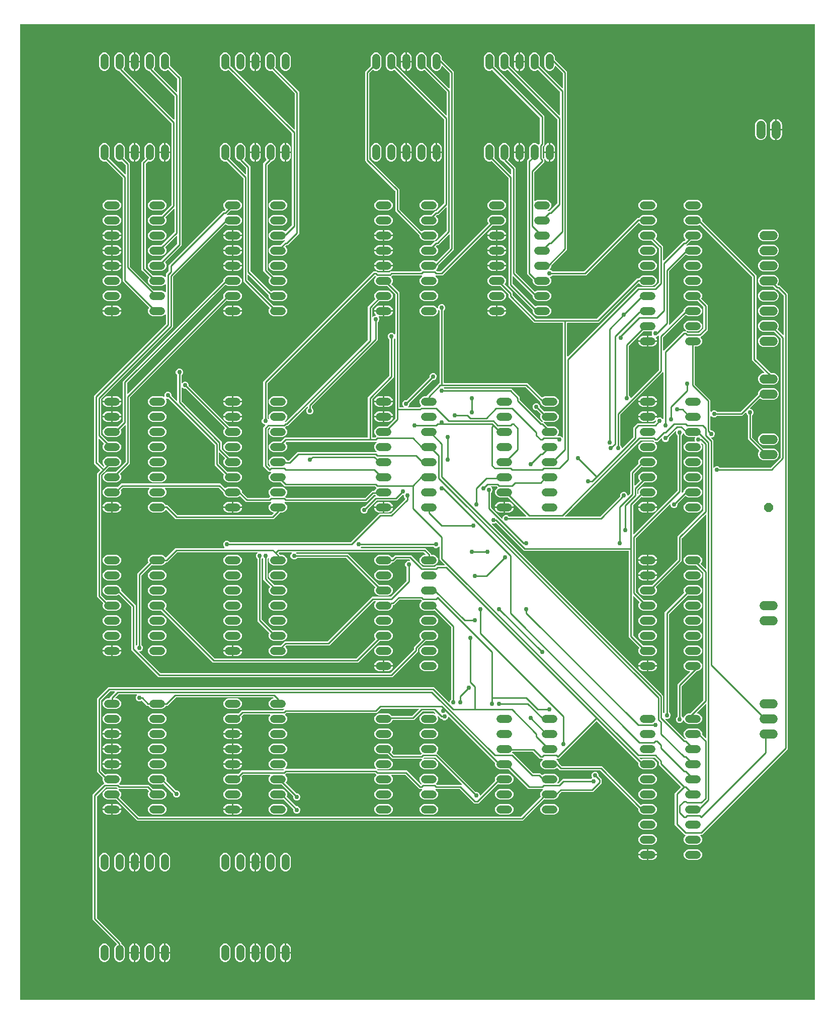
<source format=gbr>
G04 EAGLE Gerber RS-274X export*
G75*
%MOMM*%
%FSLAX34Y34*%
%LPD*%
%INBottom Copper*%
%IPPOS*%
%AMOC8*
5,1,8,0,0,1.08239X$1,22.5*%
G01*
%ADD10C,1.320800*%
%ADD11C,1.524000*%
%ADD12P,1.649562X8X292.500000*%
%ADD13C,0.254000*%
%ADD14C,0.756400*%

G36*
X1373198Y35564D02*
X1373198Y35564D01*
X1373217Y35562D01*
X1373319Y35584D01*
X1373421Y35600D01*
X1373438Y35610D01*
X1373458Y35614D01*
X1373547Y35667D01*
X1373638Y35716D01*
X1373652Y35730D01*
X1373669Y35740D01*
X1373736Y35819D01*
X1373808Y35894D01*
X1373816Y35912D01*
X1373829Y35927D01*
X1373868Y36023D01*
X1373911Y36117D01*
X1373913Y36137D01*
X1373921Y36155D01*
X1373939Y36322D01*
X1373939Y1674878D01*
X1373936Y1674898D01*
X1373938Y1674917D01*
X1373916Y1675019D01*
X1373900Y1675121D01*
X1373890Y1675138D01*
X1373886Y1675158D01*
X1373833Y1675247D01*
X1373784Y1675338D01*
X1373770Y1675352D01*
X1373760Y1675369D01*
X1373681Y1675436D01*
X1373606Y1675508D01*
X1373588Y1675516D01*
X1373573Y1675529D01*
X1373477Y1675568D01*
X1373383Y1675611D01*
X1373363Y1675613D01*
X1373345Y1675621D01*
X1373178Y1675639D01*
X36322Y1675639D01*
X36302Y1675636D01*
X36283Y1675638D01*
X36181Y1675616D01*
X36079Y1675600D01*
X36062Y1675590D01*
X36042Y1675586D01*
X35953Y1675533D01*
X35862Y1675484D01*
X35848Y1675470D01*
X35831Y1675460D01*
X35764Y1675381D01*
X35692Y1675306D01*
X35684Y1675288D01*
X35671Y1675273D01*
X35632Y1675177D01*
X35589Y1675083D01*
X35587Y1675063D01*
X35579Y1675045D01*
X35561Y1674878D01*
X35561Y36322D01*
X35564Y36302D01*
X35562Y36283D01*
X35584Y36181D01*
X35600Y36079D01*
X35610Y36062D01*
X35614Y36042D01*
X35667Y35953D01*
X35716Y35862D01*
X35730Y35848D01*
X35740Y35831D01*
X35819Y35764D01*
X35894Y35692D01*
X35912Y35684D01*
X35927Y35671D01*
X36023Y35632D01*
X36117Y35589D01*
X36137Y35587D01*
X36155Y35579D01*
X36322Y35561D01*
X1373178Y35561D01*
X1373198Y35564D01*
G37*
%LPC*%
G36*
X201432Y98805D02*
X201432Y98805D01*
X198164Y100159D01*
X195663Y102660D01*
X194309Y105928D01*
X194309Y122672D01*
X195663Y125940D01*
X198212Y128489D01*
X198215Y128492D01*
X198281Y128533D01*
X198310Y128568D01*
X198346Y128597D01*
X198388Y128662D01*
X198438Y128722D01*
X198454Y128765D01*
X198479Y128804D01*
X198498Y128879D01*
X198526Y128952D01*
X198528Y128998D01*
X198539Y129042D01*
X198533Y129120D01*
X198537Y129198D01*
X198524Y129242D01*
X198520Y129288D01*
X198490Y129359D01*
X198468Y129434D01*
X198442Y129472D01*
X198424Y129514D01*
X198339Y129620D01*
X198328Y129636D01*
X198324Y129639D01*
X198319Y129645D01*
X158114Y169850D01*
X158114Y380314D01*
X174782Y396982D01*
X177223Y399423D01*
X177235Y399439D01*
X177250Y399452D01*
X177306Y399539D01*
X177367Y399623D01*
X177372Y399642D01*
X177383Y399659D01*
X177409Y399759D01*
X177439Y399858D01*
X177438Y399878D01*
X177443Y399897D01*
X177435Y400000D01*
X177433Y400104D01*
X177426Y400122D01*
X177424Y400142D01*
X177384Y400237D01*
X177348Y400335D01*
X177336Y400350D01*
X177328Y400369D01*
X177223Y400500D01*
X176359Y401364D01*
X175005Y404632D01*
X175005Y408220D01*
X175032Y408327D01*
X175032Y408334D01*
X175033Y408340D01*
X175022Y408456D01*
X175013Y408573D01*
X175011Y408578D01*
X175010Y408585D01*
X174962Y408692D01*
X174917Y408799D01*
X174912Y408805D01*
X174910Y408809D01*
X174898Y408823D01*
X174812Y408930D01*
X167660Y416082D01*
X165353Y418389D01*
X165353Y541985D01*
X184328Y560960D01*
X732612Y560960D01*
X757553Y536019D01*
X757611Y535977D01*
X757663Y535928D01*
X757710Y535906D01*
X757752Y535876D01*
X757821Y535855D01*
X757886Y535824D01*
X757938Y535819D01*
X757988Y535803D01*
X758059Y535805D01*
X758130Y535797D01*
X758181Y535808D01*
X758233Y535810D01*
X758301Y535834D01*
X758371Y535850D01*
X758416Y535876D01*
X758464Y535894D01*
X758520Y535939D01*
X758582Y535976D01*
X758616Y536015D01*
X758656Y536048D01*
X758695Y536108D01*
X758742Y536163D01*
X758761Y536211D01*
X758789Y536255D01*
X758807Y536324D01*
X758834Y536391D01*
X758842Y536462D01*
X758850Y536493D01*
X758848Y536517D01*
X758852Y536558D01*
X758852Y536893D01*
X759776Y539124D01*
X761141Y540489D01*
X761194Y540562D01*
X761233Y540603D01*
X761237Y540613D01*
X761254Y540632D01*
X761266Y540662D01*
X761285Y540688D01*
X761309Y540768D01*
X761336Y540826D01*
X761338Y540840D01*
X761346Y540860D01*
X761350Y540901D01*
X761357Y540924D01*
X761356Y540956D01*
X761364Y541027D01*
X761364Y661786D01*
X761350Y661877D01*
X761342Y661967D01*
X761330Y661997D01*
X761325Y662029D01*
X761282Y662110D01*
X761246Y662194D01*
X761220Y662226D01*
X761209Y662247D01*
X761186Y662269D01*
X761141Y662325D01*
X733752Y689714D01*
X733658Y689781D01*
X733564Y689852D01*
X733558Y689854D01*
X733553Y689857D01*
X733442Y689891D01*
X733330Y689928D01*
X733324Y689928D01*
X733318Y689930D01*
X733201Y689926D01*
X733084Y689925D01*
X733077Y689923D01*
X733072Y689923D01*
X733054Y689917D01*
X732923Y689879D01*
X732272Y689609D01*
X715528Y689609D01*
X712260Y690963D01*
X709759Y693464D01*
X708405Y696732D01*
X708405Y700268D01*
X709759Y703536D01*
X711893Y705670D01*
X711905Y705687D01*
X711920Y705699D01*
X711976Y705786D01*
X712037Y705870D01*
X712042Y705889D01*
X712053Y705906D01*
X712079Y706006D01*
X712109Y706105D01*
X712108Y706125D01*
X712113Y706144D01*
X712105Y706247D01*
X712103Y706351D01*
X712096Y706370D01*
X712094Y706390D01*
X712054Y706485D01*
X712052Y706489D01*
X712049Y706502D01*
X712044Y706510D01*
X712018Y706582D01*
X712006Y706598D01*
X711998Y706616D01*
X711932Y706699D01*
X711923Y706713D01*
X711914Y706721D01*
X711893Y706747D01*
X710585Y708055D01*
X710511Y708108D01*
X710441Y708168D01*
X710411Y708180D01*
X710385Y708199D01*
X710298Y708226D01*
X710213Y708260D01*
X710172Y708264D01*
X710150Y708271D01*
X710118Y708270D01*
X710046Y708278D01*
X675016Y708278D01*
X674925Y708264D01*
X674835Y708256D01*
X674805Y708244D01*
X674773Y708239D01*
X674692Y708196D01*
X674608Y708160D01*
X674576Y708134D01*
X674555Y708123D01*
X674533Y708100D01*
X674477Y708055D01*
X665048Y698626D01*
X663956Y698626D01*
X663936Y698623D01*
X663917Y698625D01*
X663815Y698603D01*
X663713Y698587D01*
X663696Y698577D01*
X663676Y698573D01*
X663587Y698520D01*
X663496Y698471D01*
X663482Y698457D01*
X663465Y698447D01*
X663398Y698368D01*
X663326Y698293D01*
X663318Y698275D01*
X663305Y698260D01*
X663266Y698164D01*
X663223Y698070D01*
X663221Y698050D01*
X663213Y698032D01*
X663195Y697865D01*
X663195Y696732D01*
X661841Y693464D01*
X659340Y690963D01*
X656072Y689609D01*
X639328Y689609D01*
X636060Y690963D01*
X633559Y693464D01*
X632205Y696732D01*
X632205Y700268D01*
X633559Y703536D01*
X634588Y704566D01*
X634630Y704624D01*
X634680Y704676D01*
X634702Y704723D01*
X634732Y704765D01*
X634753Y704834D01*
X634783Y704899D01*
X634789Y704951D01*
X634804Y705001D01*
X634802Y705072D01*
X634810Y705143D01*
X634799Y705194D01*
X634798Y705246D01*
X634773Y705314D01*
X634758Y705384D01*
X634731Y705429D01*
X634713Y705477D01*
X634669Y705533D01*
X634632Y705595D01*
X634592Y705629D01*
X634560Y705669D01*
X634499Y705708D01*
X634445Y705755D01*
X634397Y705774D01*
X634353Y705802D01*
X634283Y705820D01*
X634217Y705847D01*
X634146Y705855D01*
X634114Y705863D01*
X634091Y705861D01*
X634050Y705865D01*
X631582Y705865D01*
X631491Y705851D01*
X631401Y705843D01*
X631371Y705831D01*
X631339Y705826D01*
X631258Y705783D01*
X631174Y705747D01*
X631142Y705721D01*
X631121Y705710D01*
X631099Y705687D01*
X631043Y705642D01*
X556463Y631062D01*
X484389Y631062D01*
X484299Y631048D01*
X484208Y631040D01*
X484178Y631028D01*
X484146Y631023D01*
X484065Y630980D01*
X483981Y630944D01*
X483949Y630918D01*
X483928Y630907D01*
X483906Y630884D01*
X483850Y630839D01*
X482732Y629721D01*
X482721Y629705D01*
X482705Y629693D01*
X482649Y629606D01*
X482589Y629522D01*
X482583Y629503D01*
X482572Y629486D01*
X482547Y629385D01*
X482517Y629287D01*
X482517Y629267D01*
X482512Y629247D01*
X482520Y629144D01*
X482523Y629041D01*
X482530Y629022D01*
X482531Y629002D01*
X482572Y628907D01*
X482607Y628810D01*
X482620Y628794D01*
X482628Y628776D01*
X482732Y628645D01*
X484041Y627336D01*
X485395Y624068D01*
X485395Y620532D01*
X484041Y617264D01*
X481540Y614763D01*
X478272Y613409D01*
X461528Y613409D01*
X458260Y614763D01*
X455759Y617264D01*
X454405Y620532D01*
X454405Y624068D01*
X455759Y627336D01*
X458260Y629837D01*
X461528Y631191D01*
X473826Y631191D01*
X473917Y631205D01*
X474007Y631213D01*
X474037Y631225D01*
X474069Y631230D01*
X474150Y631273D01*
X474234Y631309D01*
X474266Y631335D01*
X474287Y631346D01*
X474309Y631369D01*
X474365Y631414D01*
X481127Y638176D01*
X553201Y638176D01*
X553292Y638190D01*
X553382Y638198D01*
X553412Y638210D01*
X553444Y638215D01*
X553525Y638258D01*
X553609Y638294D01*
X553641Y638320D01*
X553662Y638331D01*
X553684Y638354D01*
X553740Y638399D01*
X628320Y712979D01*
X659373Y712979D01*
X659464Y712993D01*
X659554Y713001D01*
X659584Y713013D01*
X659616Y713018D01*
X659697Y713061D01*
X659781Y713097D01*
X659813Y713123D01*
X659834Y713134D01*
X659856Y713157D01*
X659912Y713202D01*
X686338Y739628D01*
X686391Y739702D01*
X686451Y739772D01*
X686463Y739802D01*
X686482Y739828D01*
X686509Y739915D01*
X686543Y740000D01*
X686547Y740041D01*
X686554Y740063D01*
X686553Y740095D01*
X686561Y740167D01*
X686561Y761993D01*
X686547Y762083D01*
X686539Y762174D01*
X686527Y762204D01*
X686522Y762236D01*
X686479Y762316D01*
X686443Y762400D01*
X686417Y762432D01*
X686406Y762453D01*
X686383Y762475D01*
X686338Y762531D01*
X684973Y763896D01*
X684049Y766127D01*
X684049Y768541D01*
X684973Y770772D01*
X686680Y772479D01*
X688911Y773403D01*
X691325Y773403D01*
X691497Y773331D01*
X691592Y773309D01*
X691685Y773280D01*
X691712Y773281D01*
X691737Y773275D01*
X691834Y773284D01*
X691931Y773287D01*
X691956Y773296D01*
X691982Y773298D01*
X692071Y773338D01*
X692162Y773371D01*
X692183Y773388D01*
X692207Y773398D01*
X692278Y773464D01*
X692354Y773525D01*
X692368Y773547D01*
X692388Y773565D01*
X692435Y773650D01*
X692487Y773732D01*
X692494Y773757D01*
X692506Y773780D01*
X692524Y773876D01*
X692547Y773970D01*
X692545Y773996D01*
X692550Y774022D01*
X692536Y774119D01*
X692528Y774216D01*
X692518Y774240D01*
X692514Y774266D01*
X692470Y774353D01*
X692432Y774442D01*
X692412Y774467D01*
X692403Y774485D01*
X692379Y774508D01*
X692327Y774573D01*
X691281Y775619D01*
X691207Y775672D01*
X691137Y775732D01*
X691107Y775744D01*
X691081Y775763D01*
X690994Y775790D01*
X690909Y775824D01*
X690868Y775828D01*
X690846Y775835D01*
X690814Y775834D01*
X690742Y775842D01*
X670190Y775842D01*
X670099Y775828D01*
X670009Y775820D01*
X669979Y775808D01*
X669947Y775803D01*
X669866Y775760D01*
X669782Y775724D01*
X669750Y775698D01*
X669729Y775687D01*
X669707Y775664D01*
X669651Y775619D01*
X665048Y771016D01*
X662910Y771016D01*
X662795Y770997D01*
X662679Y770980D01*
X662673Y770978D01*
X662667Y770977D01*
X662565Y770922D01*
X662460Y770869D01*
X662455Y770864D01*
X662450Y770861D01*
X662370Y770777D01*
X662288Y770693D01*
X662284Y770687D01*
X662281Y770683D01*
X662273Y770666D01*
X662207Y770546D01*
X661841Y769664D01*
X659340Y767163D01*
X656072Y765809D01*
X639328Y765809D01*
X636060Y767163D01*
X633559Y769664D01*
X632205Y772932D01*
X632205Y776468D01*
X633559Y779736D01*
X636060Y782237D01*
X639328Y783591D01*
X656072Y783591D01*
X659340Y782237D01*
X661841Y779736D01*
X661952Y779469D01*
X661976Y779430D01*
X661992Y779386D01*
X662041Y779326D01*
X662082Y779260D01*
X662117Y779230D01*
X662146Y779194D01*
X662211Y779152D01*
X662271Y779103D01*
X662314Y779086D01*
X662353Y779061D01*
X662428Y779042D01*
X662501Y779015D01*
X662547Y779013D01*
X662591Y779001D01*
X662669Y779007D01*
X662746Y779004D01*
X662791Y779017D01*
X662836Y779020D01*
X662908Y779051D01*
X662983Y779073D01*
X663020Y779099D01*
X663063Y779117D01*
X663169Y779202D01*
X663185Y779213D01*
X663188Y779217D01*
X663194Y779222D01*
X666928Y782956D01*
X694004Y782956D01*
X713085Y763875D01*
X713159Y763822D01*
X713229Y763762D01*
X713259Y763750D01*
X713285Y763731D01*
X713372Y763704D01*
X713457Y763670D01*
X713498Y763666D01*
X713520Y763659D01*
X713552Y763660D01*
X713624Y763652D01*
X734176Y763652D01*
X734267Y763666D01*
X734357Y763674D01*
X734387Y763686D01*
X734419Y763691D01*
X734500Y763734D01*
X734584Y763770D01*
X734616Y763796D01*
X734637Y763807D01*
X734659Y763830D01*
X734715Y763875D01*
X736905Y766065D01*
X749670Y766065D01*
X749741Y766076D01*
X749813Y766078D01*
X749862Y766096D01*
X749913Y766104D01*
X749976Y766138D01*
X750044Y766163D01*
X750085Y766195D01*
X750131Y766220D01*
X750180Y766271D01*
X750236Y766316D01*
X750264Y766360D01*
X750300Y766398D01*
X750330Y766463D01*
X750369Y766523D01*
X750382Y766574D01*
X750404Y766621D01*
X750412Y766692D01*
X750429Y766762D01*
X750425Y766814D01*
X750431Y766865D01*
X750415Y766936D01*
X750410Y767007D01*
X750390Y767055D01*
X750378Y767106D01*
X750342Y767167D01*
X750314Y767233D01*
X750269Y767289D01*
X750252Y767317D01*
X750234Y767332D01*
X750209Y767364D01*
X744367Y773206D01*
X742060Y775513D01*
X742060Y796791D01*
X742049Y796862D01*
X742047Y796933D01*
X742029Y796982D01*
X742021Y797034D01*
X741987Y797097D01*
X741962Y797164D01*
X741930Y797205D01*
X741905Y797251D01*
X741853Y797300D01*
X741809Y797356D01*
X741765Y797385D01*
X741727Y797420D01*
X741662Y797451D01*
X741602Y797489D01*
X741551Y797502D01*
X741504Y797524D01*
X741433Y797532D01*
X741363Y797550D01*
X741311Y797545D01*
X741260Y797551D01*
X741189Y797536D01*
X741118Y797530D01*
X741070Y797510D01*
X741019Y797499D01*
X740958Y797462D01*
X740892Y797434D01*
X740836Y797389D01*
X740808Y797373D01*
X740793Y797355D01*
X740761Y797329D01*
X739403Y795971D01*
X737172Y795047D01*
X734758Y795047D01*
X732527Y795971D01*
X731162Y797336D01*
X731088Y797389D01*
X731019Y797449D01*
X730989Y797461D01*
X730962Y797480D01*
X730876Y797507D01*
X730791Y797541D01*
X730750Y797545D01*
X730727Y797552D01*
X730695Y797551D01*
X730624Y797559D01*
X611004Y797559D01*
X610914Y797545D01*
X610823Y797537D01*
X610793Y797525D01*
X610761Y797520D01*
X610681Y797477D01*
X610597Y797441D01*
X610565Y797415D01*
X610544Y797404D01*
X610522Y797381D01*
X610466Y797336D01*
X609450Y796320D01*
X609408Y796262D01*
X609359Y796210D01*
X609337Y796163D01*
X609306Y796121D01*
X609285Y796052D01*
X609255Y795987D01*
X609249Y795935D01*
X609234Y795885D01*
X609236Y795814D01*
X609228Y795743D01*
X609239Y795692D01*
X609240Y795640D01*
X609265Y795572D01*
X609280Y795502D01*
X609307Y795457D01*
X609325Y795409D01*
X609370Y795353D01*
X609406Y795291D01*
X609446Y795257D01*
X609478Y795217D01*
X609539Y795178D01*
X609593Y795131D01*
X609641Y795112D01*
X609685Y795084D01*
X609755Y795066D01*
X609821Y795039D01*
X609893Y795031D01*
X609924Y795023D01*
X609947Y795025D01*
X609988Y795021D01*
X718134Y795021D01*
X727457Y785698D01*
X727457Y784352D01*
X727460Y784332D01*
X727458Y784313D01*
X727480Y784211D01*
X727496Y784109D01*
X727506Y784092D01*
X727510Y784072D01*
X727563Y783983D01*
X727612Y783892D01*
X727626Y783878D01*
X727636Y783861D01*
X727715Y783794D01*
X727790Y783722D01*
X727808Y783714D01*
X727823Y783701D01*
X727919Y783662D01*
X728013Y783619D01*
X728033Y783617D01*
X728051Y783609D01*
X728218Y783591D01*
X732272Y783591D01*
X735540Y782237D01*
X738041Y779736D01*
X739395Y776468D01*
X739395Y772932D01*
X738041Y769664D01*
X735540Y767163D01*
X732272Y765809D01*
X715528Y765809D01*
X712260Y767163D01*
X709759Y769664D01*
X708405Y772932D01*
X708405Y776468D01*
X709759Y779736D01*
X712260Y782237D01*
X715528Y783591D01*
X717666Y783591D01*
X717737Y783602D01*
X717809Y783604D01*
X717858Y783622D01*
X717909Y783630D01*
X717973Y783664D01*
X718040Y783689D01*
X718081Y783721D01*
X718127Y783746D01*
X718176Y783798D01*
X718232Y783842D01*
X718260Y783886D01*
X718296Y783924D01*
X718326Y783989D01*
X718365Y784049D01*
X718378Y784100D01*
X718400Y784147D01*
X718408Y784218D01*
X718425Y784288D01*
X718421Y784340D01*
X718427Y784391D01*
X718411Y784462D01*
X718406Y784533D01*
X718386Y784581D01*
X718374Y784632D01*
X718338Y784693D01*
X718310Y784759D01*
X718265Y784815D01*
X718248Y784843D01*
X718230Y784858D01*
X718205Y784890D01*
X715411Y787684D01*
X715337Y787737D01*
X715267Y787797D01*
X715237Y787809D01*
X715211Y787828D01*
X715124Y787855D01*
X715039Y787889D01*
X714998Y787893D01*
X714976Y787900D01*
X714944Y787899D01*
X714872Y787907D01*
X501403Y787907D01*
X501332Y787896D01*
X501261Y787894D01*
X501212Y787876D01*
X501160Y787868D01*
X501097Y787834D01*
X501030Y787809D01*
X500989Y787777D01*
X500943Y787752D01*
X500894Y787701D01*
X500838Y787656D01*
X500809Y787612D01*
X500774Y787574D01*
X500743Y787509D01*
X500705Y787449D01*
X500692Y787398D01*
X500670Y787351D01*
X500662Y787280D01*
X500644Y787210D01*
X500649Y787158D01*
X500643Y787107D01*
X500658Y787036D01*
X500664Y786965D01*
X500684Y786917D01*
X500695Y786866D01*
X500732Y786805D01*
X500760Y786739D01*
X500805Y786683D01*
X500821Y786655D01*
X500839Y786640D01*
X500865Y786608D01*
X501881Y785592D01*
X501955Y785539D01*
X502024Y785479D01*
X502054Y785467D01*
X502081Y785448D01*
X502167Y785421D01*
X502252Y785387D01*
X502293Y785383D01*
X502316Y785376D01*
X502348Y785377D01*
X502419Y785369D01*
X587832Y785369D01*
X640187Y733014D01*
X640261Y732961D01*
X640331Y732901D01*
X640361Y732889D01*
X640387Y732870D01*
X640474Y732843D01*
X640559Y732809D01*
X640600Y732805D01*
X640622Y732798D01*
X640654Y732799D01*
X640726Y732791D01*
X656072Y732791D01*
X659340Y731437D01*
X661841Y728936D01*
X663195Y725668D01*
X663195Y722132D01*
X661841Y718864D01*
X659340Y716363D01*
X656072Y715009D01*
X639328Y715009D01*
X636060Y716363D01*
X633559Y718864D01*
X632205Y722132D01*
X632205Y725668D01*
X633553Y728923D01*
X633580Y729037D01*
X633609Y729150D01*
X633608Y729156D01*
X633610Y729163D01*
X633599Y729279D01*
X633589Y729395D01*
X633587Y729401D01*
X633586Y729407D01*
X633539Y729515D01*
X633493Y729622D01*
X633489Y729628D01*
X633486Y729632D01*
X633474Y729646D01*
X633388Y729753D01*
X585109Y778032D01*
X585035Y778085D01*
X584965Y778145D01*
X584935Y778157D01*
X584909Y778176D01*
X584822Y778203D01*
X584737Y778237D01*
X584696Y778241D01*
X584674Y778248D01*
X584642Y778247D01*
X584570Y778255D01*
X502419Y778255D01*
X502329Y778241D01*
X502238Y778233D01*
X502208Y778221D01*
X502176Y778216D01*
X502096Y778173D01*
X502012Y778137D01*
X501980Y778111D01*
X501959Y778100D01*
X501937Y778077D01*
X501881Y778032D01*
X500516Y776667D01*
X498285Y775743D01*
X495871Y775743D01*
X493640Y776667D01*
X491933Y778374D01*
X491009Y780605D01*
X491009Y783019D01*
X491933Y785250D01*
X493291Y786608D01*
X493333Y786666D01*
X493382Y786718D01*
X493404Y786765D01*
X493435Y786807D01*
X493456Y786876D01*
X493486Y786941D01*
X493492Y786993D01*
X493507Y787043D01*
X493505Y787114D01*
X493513Y787185D01*
X493502Y787236D01*
X493501Y787288D01*
X493476Y787356D01*
X493461Y787426D01*
X493434Y787471D01*
X493416Y787519D01*
X493371Y787575D01*
X493335Y787637D01*
X493295Y787671D01*
X493263Y787711D01*
X493202Y787750D01*
X493148Y787797D01*
X493100Y787816D01*
X493056Y787844D01*
X492986Y787862D01*
X492920Y787889D01*
X492848Y787897D01*
X492817Y787905D01*
X492794Y787903D01*
X492753Y787907D01*
X472324Y787907D01*
X472233Y787893D01*
X472143Y787885D01*
X472113Y787873D01*
X472081Y787868D01*
X472000Y787825D01*
X471916Y787789D01*
X471884Y787763D01*
X471863Y787752D01*
X471841Y787729D01*
X471785Y787684D01*
X471277Y787176D01*
X471266Y787160D01*
X471250Y787148D01*
X471194Y787061D01*
X471134Y786977D01*
X471128Y786958D01*
X471117Y786941D01*
X471092Y786840D01*
X471061Y786741D01*
X471062Y786721D01*
X471057Y786702D01*
X471065Y786599D01*
X471068Y786496D01*
X471075Y786477D01*
X471076Y786457D01*
X471117Y786362D01*
X471152Y786265D01*
X471165Y786249D01*
X471172Y786231D01*
X471277Y786100D01*
X471785Y785592D01*
X473563Y783814D01*
X473637Y783761D01*
X473707Y783701D01*
X473737Y783689D01*
X473763Y783670D01*
X473850Y783643D01*
X473935Y783609D01*
X473976Y783605D01*
X473998Y783598D01*
X474030Y783599D01*
X474102Y783591D01*
X478272Y783591D01*
X481540Y782237D01*
X484041Y779736D01*
X485395Y776468D01*
X485395Y772932D01*
X484041Y769664D01*
X481540Y767163D01*
X478272Y765809D01*
X461528Y765809D01*
X458260Y767163D01*
X455759Y769664D01*
X454405Y772932D01*
X454405Y776468D01*
X454601Y776942D01*
X454623Y777036D01*
X454652Y777129D01*
X454651Y777156D01*
X454657Y777181D01*
X454648Y777278D01*
X454646Y777375D01*
X454637Y777400D01*
X454634Y777426D01*
X454595Y777515D01*
X454561Y777606D01*
X454545Y777627D01*
X454534Y777651D01*
X454468Y777722D01*
X454408Y777798D01*
X454386Y777812D01*
X454368Y777832D01*
X454282Y777879D01*
X454201Y777931D01*
X454175Y777938D01*
X454152Y777950D01*
X454056Y777968D01*
X453962Y777991D01*
X453936Y777989D01*
X453910Y777994D01*
X453814Y777980D01*
X453717Y777972D01*
X453693Y777962D01*
X453667Y777958D01*
X453580Y777914D01*
X453491Y777876D01*
X453465Y777856D01*
X453448Y777847D01*
X453425Y777823D01*
X453360Y777771D01*
X452598Y777009D01*
X452545Y776935D01*
X452485Y776866D01*
X452473Y776836D01*
X452454Y776809D01*
X452427Y776722D01*
X452393Y776638D01*
X452389Y776597D01*
X452382Y776574D01*
X452383Y776542D01*
X452375Y776471D01*
X452375Y744993D01*
X452389Y744902D01*
X452397Y744812D01*
X452409Y744782D01*
X452414Y744750D01*
X452457Y744669D01*
X452493Y744585D01*
X452519Y744553D01*
X452530Y744532D01*
X452553Y744510D01*
X452598Y744454D01*
X464038Y733014D01*
X464112Y732961D01*
X464182Y732901D01*
X464212Y732889D01*
X464238Y732870D01*
X464325Y732843D01*
X464410Y732809D01*
X464451Y732805D01*
X464473Y732798D01*
X464505Y732799D01*
X464577Y732791D01*
X478272Y732791D01*
X481540Y731437D01*
X484041Y728936D01*
X485395Y725668D01*
X485395Y722132D01*
X484041Y718864D01*
X481540Y716363D01*
X478272Y715009D01*
X461528Y715009D01*
X458260Y716363D01*
X455759Y718864D01*
X454405Y722132D01*
X454405Y725668D01*
X455759Y728936D01*
X456369Y729546D01*
X456381Y729563D01*
X456396Y729575D01*
X456452Y729662D01*
X456513Y729746D01*
X456518Y729765D01*
X456529Y729782D01*
X456555Y729882D01*
X456585Y729981D01*
X456584Y730001D01*
X456589Y730020D01*
X456581Y730123D01*
X456579Y730227D01*
X456572Y730246D01*
X456570Y730266D01*
X456530Y730361D01*
X456494Y730458D01*
X456482Y730474D01*
X456474Y730492D01*
X456369Y730623D01*
X447568Y739424D01*
X445261Y741731D01*
X445261Y776471D01*
X445247Y776561D01*
X445239Y776652D01*
X445227Y776682D01*
X445222Y776714D01*
X445179Y776794D01*
X445143Y776878D01*
X445117Y776910D01*
X445106Y776931D01*
X445083Y776953D01*
X445038Y777009D01*
X444530Y777517D01*
X444514Y777529D01*
X444502Y777544D01*
X444415Y777600D01*
X444331Y777661D01*
X444312Y777667D01*
X444295Y777677D01*
X444194Y777703D01*
X444095Y777733D01*
X444075Y777733D01*
X444056Y777737D01*
X443953Y777729D01*
X443850Y777727D01*
X443831Y777720D01*
X443811Y777718D01*
X443716Y777678D01*
X443619Y777642D01*
X443603Y777630D01*
X443585Y777622D01*
X443454Y777517D01*
X442946Y777009D01*
X442892Y776935D01*
X442833Y776866D01*
X442821Y776836D01*
X442802Y776809D01*
X442775Y776722D01*
X442741Y776638D01*
X442737Y776597D01*
X442730Y776574D01*
X442731Y776542D01*
X442723Y776471D01*
X442723Y675016D01*
X442729Y674976D01*
X442729Y674971D01*
X442734Y674946D01*
X442737Y674925D01*
X442745Y674835D01*
X442757Y674805D01*
X442762Y674773D01*
X442778Y674743D01*
X442781Y674731D01*
X442808Y674685D01*
X442841Y674608D01*
X442867Y674576D01*
X442878Y674555D01*
X442896Y674537D01*
X442907Y674520D01*
X442922Y674507D01*
X442946Y674477D01*
X460676Y656747D01*
X460770Y656679D01*
X460865Y656609D01*
X460871Y656607D01*
X460876Y656603D01*
X460987Y656569D01*
X461099Y656533D01*
X461105Y656533D01*
X461111Y656531D01*
X461228Y656534D01*
X461345Y656535D01*
X461352Y656537D01*
X461357Y656537D01*
X461374Y656544D01*
X461506Y656582D01*
X461528Y656591D01*
X478272Y656591D01*
X481540Y655237D01*
X484041Y652736D01*
X485395Y649468D01*
X485395Y645932D01*
X484041Y642664D01*
X481540Y640163D01*
X478272Y638809D01*
X461528Y638809D01*
X458260Y640163D01*
X455759Y642664D01*
X454405Y645932D01*
X454405Y649468D01*
X455233Y651466D01*
X455259Y651579D01*
X455288Y651693D01*
X455287Y651699D01*
X455289Y651705D01*
X455278Y651822D01*
X455269Y651938D01*
X455266Y651944D01*
X455266Y651950D01*
X455218Y652058D01*
X455172Y652164D01*
X455168Y652170D01*
X455166Y652175D01*
X455153Y652189D01*
X455068Y652295D01*
X435609Y671754D01*
X435609Y776471D01*
X435595Y776561D01*
X435587Y776652D01*
X435575Y776682D01*
X435570Y776714D01*
X435527Y776794D01*
X435491Y776878D01*
X435465Y776910D01*
X435454Y776931D01*
X435431Y776953D01*
X435386Y777009D01*
X434021Y778374D01*
X433097Y780605D01*
X433097Y783019D01*
X434021Y785250D01*
X435379Y786608D01*
X435421Y786666D01*
X435470Y786718D01*
X435492Y786765D01*
X435523Y786807D01*
X435544Y786876D01*
X435574Y786941D01*
X435580Y786993D01*
X435595Y787043D01*
X435593Y787114D01*
X435601Y787185D01*
X435590Y787236D01*
X435589Y787288D01*
X435564Y787356D01*
X435549Y787426D01*
X435522Y787471D01*
X435504Y787519D01*
X435459Y787575D01*
X435423Y787637D01*
X435383Y787671D01*
X435351Y787711D01*
X435290Y787750D01*
X435236Y787797D01*
X435188Y787816D01*
X435144Y787844D01*
X435074Y787862D01*
X435008Y787889D01*
X434936Y787897D01*
X434905Y787905D01*
X434882Y787903D01*
X434841Y787907D01*
X301001Y787907D01*
X300910Y787893D01*
X300820Y787885D01*
X300790Y787873D01*
X300758Y787868D01*
X300677Y787825D01*
X300593Y787789D01*
X300561Y787763D01*
X300540Y787752D01*
X300518Y787729D01*
X300462Y787684D01*
X283794Y771016D01*
X281910Y771016D01*
X281795Y770997D01*
X281679Y770980D01*
X281673Y770978D01*
X281667Y770977D01*
X281565Y770922D01*
X281460Y770869D01*
X281455Y770864D01*
X281450Y770861D01*
X281370Y770777D01*
X281288Y770693D01*
X281284Y770687D01*
X281281Y770683D01*
X281273Y770666D01*
X281207Y770546D01*
X280841Y769664D01*
X278340Y767163D01*
X275072Y765809D01*
X258328Y765809D01*
X257767Y766041D01*
X257653Y766068D01*
X257540Y766097D01*
X257534Y766096D01*
X257528Y766098D01*
X257411Y766087D01*
X257295Y766078D01*
X257289Y766075D01*
X257283Y766075D01*
X257175Y766027D01*
X257068Y765981D01*
X257063Y765977D01*
X257058Y765975D01*
X257044Y765962D01*
X256937Y765876D01*
X240254Y749193D01*
X240201Y749119D01*
X240141Y749049D01*
X240129Y749019D01*
X240110Y748993D01*
X240083Y748906D01*
X240049Y748821D01*
X240045Y748780D01*
X240038Y748758D01*
X240039Y748726D01*
X240031Y748654D01*
X240031Y632721D01*
X240045Y632631D01*
X240053Y632540D01*
X240065Y632510D01*
X240070Y632478D01*
X240113Y632398D01*
X240149Y632314D01*
X240175Y632282D01*
X240186Y632261D01*
X240209Y632239D01*
X240254Y632183D01*
X241619Y630818D01*
X242543Y628587D01*
X242543Y626173D01*
X241619Y623942D01*
X239912Y622235D01*
X237681Y621311D01*
X237346Y621311D01*
X237275Y621300D01*
X237203Y621298D01*
X237154Y621280D01*
X237103Y621272D01*
X237039Y621238D01*
X236972Y621213D01*
X236931Y621181D01*
X236885Y621156D01*
X236836Y621104D01*
X236780Y621060D01*
X236752Y621016D01*
X236716Y620978D01*
X236686Y620913D01*
X236647Y620853D01*
X236634Y620802D01*
X236612Y620755D01*
X236604Y620684D01*
X236587Y620614D01*
X236591Y620562D01*
X236585Y620511D01*
X236601Y620440D01*
X236606Y620369D01*
X236626Y620321D01*
X236638Y620270D01*
X236674Y620209D01*
X236702Y620143D01*
X236747Y620087D01*
X236764Y620059D01*
X236782Y620044D01*
X236807Y620012D01*
X271506Y585313D01*
X271580Y585260D01*
X271650Y585200D01*
X271680Y585188D01*
X271706Y585169D01*
X271793Y585142D01*
X271878Y585108D01*
X271919Y585104D01*
X271941Y585097D01*
X271973Y585098D01*
X272045Y585090D01*
X659373Y585090D01*
X659464Y585104D01*
X659554Y585112D01*
X659584Y585124D01*
X659616Y585129D01*
X659697Y585172D01*
X659781Y585208D01*
X659813Y585234D01*
X659834Y585245D01*
X659856Y585268D01*
X659912Y585313D01*
X698403Y623804D01*
X698456Y623878D01*
X698516Y623948D01*
X698528Y623978D01*
X698547Y624004D01*
X698574Y624091D01*
X698608Y624176D01*
X698612Y624217D01*
X698619Y624239D01*
X698618Y624271D01*
X698626Y624343D01*
X698626Y628853D01*
X710560Y640787D01*
X710571Y640803D01*
X710587Y640815D01*
X710643Y640902D01*
X710703Y640986D01*
X710709Y641005D01*
X710720Y641022D01*
X710745Y641122D01*
X710775Y641221D01*
X710775Y641241D01*
X710780Y641261D01*
X710772Y641364D01*
X710769Y641467D01*
X710762Y641486D01*
X710761Y641506D01*
X710720Y641601D01*
X710685Y641698D01*
X710672Y641714D01*
X710664Y641732D01*
X710560Y641863D01*
X709759Y642664D01*
X708405Y645932D01*
X708405Y649468D01*
X709759Y652736D01*
X712260Y655237D01*
X715528Y656591D01*
X732272Y656591D01*
X735540Y655237D01*
X738041Y652736D01*
X739395Y649468D01*
X739395Y645932D01*
X738041Y642664D01*
X735540Y640163D01*
X732272Y638809D01*
X718958Y638809D01*
X718867Y638795D01*
X718777Y638787D01*
X718747Y638775D01*
X718715Y638770D01*
X718634Y638727D01*
X718550Y638691D01*
X718518Y638665D01*
X718497Y638654D01*
X718475Y638631D01*
X718419Y638586D01*
X705963Y626130D01*
X705910Y626056D01*
X705850Y625986D01*
X705838Y625956D01*
X705819Y625930D01*
X705792Y625843D01*
X705758Y625758D01*
X705754Y625717D01*
X705747Y625695D01*
X705748Y625663D01*
X705740Y625591D01*
X705740Y621081D01*
X662635Y577976D01*
X268783Y577976D01*
X223265Y623494D01*
X223265Y695568D01*
X223262Y695587D01*
X223264Y695604D01*
X223249Y695672D01*
X223243Y695749D01*
X223231Y695779D01*
X223226Y695811D01*
X223215Y695831D01*
X223212Y695844D01*
X223181Y695896D01*
X223147Y695976D01*
X223121Y696008D01*
X223110Y696029D01*
X223091Y696047D01*
X223086Y696055D01*
X223078Y696062D01*
X223042Y696107D01*
X202957Y716192D01*
X202863Y716260D01*
X202768Y716330D01*
X202762Y716332D01*
X202757Y716336D01*
X202646Y716370D01*
X202534Y716406D01*
X202528Y716406D01*
X202522Y716408D01*
X202405Y716405D01*
X202288Y716404D01*
X202281Y716402D01*
X202276Y716402D01*
X202259Y716396D01*
X202127Y716357D01*
X198872Y715009D01*
X182128Y715009D01*
X178860Y716363D01*
X176359Y718864D01*
X175005Y722132D01*
X175005Y725668D01*
X176359Y728936D01*
X178860Y731437D01*
X182128Y732791D01*
X198872Y732791D01*
X202140Y731437D01*
X204641Y728936D01*
X205995Y725668D01*
X205995Y723530D01*
X206009Y723439D01*
X206017Y723349D01*
X206029Y723319D01*
X206034Y723287D01*
X206077Y723206D01*
X206113Y723122D01*
X206139Y723090D01*
X206150Y723069D01*
X206173Y723047D01*
X206218Y722991D01*
X230379Y698830D01*
X230379Y631705D01*
X230390Y631634D01*
X230392Y631563D01*
X230410Y631514D01*
X230418Y631462D01*
X230452Y631399D01*
X230477Y631332D01*
X230509Y631291D01*
X230534Y631245D01*
X230585Y631196D01*
X230630Y631140D01*
X230674Y631111D01*
X230712Y631076D01*
X230777Y631045D01*
X230837Y631007D01*
X230888Y630994D01*
X230935Y630972D01*
X231006Y630964D01*
X231076Y630946D01*
X231128Y630951D01*
X231179Y630945D01*
X231250Y630960D01*
X231321Y630966D01*
X231369Y630986D01*
X231420Y630997D01*
X231481Y631034D01*
X231547Y631062D01*
X231603Y631107D01*
X231631Y631123D01*
X231646Y631141D01*
X231678Y631167D01*
X232694Y632183D01*
X232747Y632257D01*
X232807Y632326D01*
X232819Y632356D01*
X232838Y632383D01*
X232865Y632469D01*
X232899Y632554D01*
X232903Y632595D01*
X232910Y632618D01*
X232909Y632650D01*
X232917Y632721D01*
X232917Y751916D01*
X251644Y770643D01*
X251712Y770737D01*
X251782Y770832D01*
X251784Y770838D01*
X251788Y770843D01*
X251822Y770953D01*
X251859Y771066D01*
X251858Y771072D01*
X251860Y771078D01*
X251857Y771195D01*
X251856Y771312D01*
X251854Y771319D01*
X251854Y771324D01*
X251848Y771342D01*
X251809Y771473D01*
X251205Y772932D01*
X251205Y776468D01*
X252559Y779736D01*
X255060Y782237D01*
X258328Y783591D01*
X275072Y783591D01*
X278340Y782237D01*
X280841Y779736D01*
X280878Y779648D01*
X280902Y779609D01*
X280918Y779566D01*
X280966Y779505D01*
X281007Y779439D01*
X281043Y779410D01*
X281071Y779374D01*
X281137Y779332D01*
X281197Y779282D01*
X281239Y779266D01*
X281278Y779241D01*
X281354Y779222D01*
X281426Y779194D01*
X281472Y779192D01*
X281517Y779181D01*
X281594Y779187D01*
X281672Y779184D01*
X281716Y779197D01*
X281762Y779200D01*
X281834Y779231D01*
X281908Y779252D01*
X281946Y779278D01*
X281988Y779296D01*
X282095Y779382D01*
X282110Y779392D01*
X282113Y779396D01*
X282119Y779401D01*
X295432Y792714D01*
X297739Y795021D01*
X379342Y795021D01*
X379413Y795032D01*
X379484Y795034D01*
X379533Y795052D01*
X379585Y795060D01*
X379648Y795094D01*
X379715Y795119D01*
X379756Y795151D01*
X379802Y795176D01*
X379851Y795228D01*
X379907Y795272D01*
X379936Y795316D01*
X379971Y795354D01*
X380002Y795419D01*
X380040Y795479D01*
X380053Y795530D01*
X380075Y795577D01*
X380083Y795648D01*
X380101Y795718D01*
X380096Y795770D01*
X380102Y795821D01*
X380087Y795892D01*
X380081Y795963D01*
X380061Y796011D01*
X380050Y796062D01*
X380013Y796123D01*
X379985Y796189D01*
X379940Y796245D01*
X379924Y796273D01*
X379906Y796288D01*
X379880Y796320D01*
X378522Y797678D01*
X377598Y799909D01*
X377598Y802323D01*
X378522Y804554D01*
X380229Y806261D01*
X382460Y807185D01*
X384874Y807185D01*
X387105Y806261D01*
X388470Y804896D01*
X388544Y804842D01*
X388613Y804783D01*
X388643Y804771D01*
X388669Y804752D01*
X388757Y804725D01*
X388841Y804691D01*
X388882Y804687D01*
X388905Y804680D01*
X388937Y804681D01*
X389008Y804673D01*
X591809Y804673D01*
X591900Y804687D01*
X591990Y804695D01*
X592020Y804707D01*
X592052Y804712D01*
X592133Y804755D01*
X592217Y804791D01*
X592249Y804817D01*
X592270Y804828D01*
X592292Y804851D01*
X592348Y804896D01*
X640385Y852933D01*
X659373Y852933D01*
X659464Y852947D01*
X659554Y852955D01*
X659584Y852967D01*
X659616Y852972D01*
X659697Y853015D01*
X659781Y853051D01*
X659813Y853077D01*
X659834Y853088D01*
X659856Y853111D01*
X659912Y853156D01*
X683925Y877169D01*
X683978Y877243D01*
X684038Y877313D01*
X684050Y877343D01*
X684069Y877369D01*
X684096Y877456D01*
X684130Y877541D01*
X684134Y877582D01*
X684141Y877604D01*
X684140Y877636D01*
X684148Y877708D01*
X684148Y877817D01*
X684134Y877907D01*
X684126Y877998D01*
X684114Y878028D01*
X684109Y878060D01*
X684066Y878140D01*
X684030Y878224D01*
X684004Y878256D01*
X683993Y878277D01*
X683970Y878299D01*
X683925Y878355D01*
X682560Y879720D01*
X681636Y881951D01*
X681636Y883567D01*
X681633Y883587D01*
X681635Y883606D01*
X681613Y883708D01*
X681597Y883810D01*
X681587Y883827D01*
X681583Y883847D01*
X681530Y883936D01*
X681481Y884027D01*
X681467Y884041D01*
X681457Y884058D01*
X681378Y884125D01*
X681303Y884197D01*
X681285Y884205D01*
X681270Y884218D01*
X681174Y884257D01*
X681080Y884300D01*
X681060Y884302D01*
X681042Y884310D01*
X680875Y884328D01*
X679743Y884328D01*
X679652Y884314D01*
X679562Y884306D01*
X679532Y884294D01*
X679500Y884289D01*
X679419Y884246D01*
X679335Y884210D01*
X679303Y884184D01*
X679282Y884173D01*
X679260Y884150D01*
X679204Y884105D01*
X669874Y874775D01*
X636408Y874775D01*
X636317Y874761D01*
X636227Y874753D01*
X636197Y874741D01*
X636165Y874736D01*
X636084Y874693D01*
X636000Y874657D01*
X635968Y874631D01*
X635947Y874620D01*
X635925Y874597D01*
X635869Y874552D01*
X621607Y860290D01*
X621554Y860216D01*
X621494Y860146D01*
X621482Y860116D01*
X621463Y860090D01*
X621436Y860003D01*
X621402Y859918D01*
X621398Y859877D01*
X621391Y859855D01*
X621392Y859823D01*
X621384Y859751D01*
X621384Y857821D01*
X620460Y855590D01*
X618753Y853883D01*
X616522Y852959D01*
X614108Y852959D01*
X611877Y853883D01*
X610170Y855590D01*
X609246Y857821D01*
X609246Y860235D01*
X610170Y862466D01*
X611877Y864173D01*
X614108Y865097D01*
X616038Y865097D01*
X616129Y865111D01*
X616219Y865119D01*
X616249Y865131D01*
X616281Y865136D01*
X616362Y865179D01*
X616446Y865215D01*
X616478Y865241D01*
X616499Y865252D01*
X616521Y865275D01*
X616577Y865320D01*
X633146Y881889D01*
X633796Y881889D01*
X633867Y881900D01*
X633939Y881902D01*
X633987Y881920D01*
X634039Y881928D01*
X634102Y881962D01*
X634170Y881987D01*
X634210Y882019D01*
X634256Y882044D01*
X634306Y882096D01*
X634362Y882140D01*
X634390Y882184D01*
X634426Y882222D01*
X634456Y882287D01*
X634495Y882347D01*
X634507Y882398D01*
X634529Y882445D01*
X634537Y882516D01*
X634555Y882586D01*
X634551Y882638D01*
X634556Y882689D01*
X634541Y882760D01*
X634535Y882831D01*
X634515Y882879D01*
X634504Y882930D01*
X634467Y882991D01*
X634439Y883057D01*
X634394Y883113D01*
X634378Y883141D01*
X634360Y883156D01*
X634334Y883188D01*
X633555Y883967D01*
X633500Y884057D01*
X633440Y884157D01*
X633435Y884161D01*
X633432Y884166D01*
X633342Y884241D01*
X633253Y884317D01*
X633247Y884319D01*
X633242Y884323D01*
X633134Y884365D01*
X633025Y884409D01*
X633017Y884410D01*
X633013Y884411D01*
X632994Y884412D01*
X632858Y884427D01*
X631582Y884427D01*
X631491Y884413D01*
X631401Y884405D01*
X631371Y884393D01*
X631339Y884388D01*
X631258Y884345D01*
X631174Y884309D01*
X631142Y884283D01*
X631121Y884272D01*
X631099Y884249D01*
X631043Y884204D01*
X619201Y872362D01*
X482153Y872362D01*
X482082Y872351D01*
X482010Y872349D01*
X481962Y872331D01*
X481910Y872323D01*
X481847Y872289D01*
X481779Y872264D01*
X481739Y872232D01*
X481693Y872207D01*
X481643Y872155D01*
X481587Y872111D01*
X481559Y872067D01*
X481523Y872029D01*
X481493Y871964D01*
X481454Y871904D01*
X481442Y871853D01*
X481420Y871806D01*
X481412Y871735D01*
X481394Y871665D01*
X481398Y871613D01*
X481393Y871562D01*
X481408Y871491D01*
X481414Y871420D01*
X481434Y871372D01*
X481445Y871321D01*
X481482Y871260D01*
X481510Y871194D01*
X481555Y871138D01*
X481571Y871110D01*
X481589Y871095D01*
X481615Y871063D01*
X484041Y868636D01*
X485395Y865368D01*
X485395Y861832D01*
X484041Y858564D01*
X481540Y856063D01*
X478272Y854709D01*
X473975Y854709D01*
X473884Y854695D01*
X473794Y854687D01*
X473764Y854675D01*
X473732Y854670D01*
X473651Y854627D01*
X473567Y854591D01*
X473535Y854565D01*
X473514Y854554D01*
X473492Y854531D01*
X473436Y854486D01*
X471785Y852835D01*
X462356Y843406D01*
X297739Y843406D01*
X295432Y845713D01*
X282156Y858989D01*
X282119Y859015D01*
X282088Y859049D01*
X282020Y859087D01*
X281957Y859132D01*
X281913Y859146D01*
X281873Y859168D01*
X281796Y859182D01*
X281722Y859205D01*
X281676Y859203D01*
X281631Y859211D01*
X281553Y859200D01*
X281476Y859198D01*
X281433Y859182D01*
X281387Y859176D01*
X281318Y859140D01*
X281245Y859114D01*
X281209Y859085D01*
X281168Y859064D01*
X281113Y859009D01*
X281053Y858960D01*
X281028Y858921D01*
X280996Y858889D01*
X280930Y858769D01*
X280920Y858753D01*
X280918Y858748D01*
X280915Y858742D01*
X280841Y858564D01*
X278340Y856063D01*
X275072Y854709D01*
X258328Y854709D01*
X255060Y856063D01*
X252559Y858564D01*
X251205Y861832D01*
X251205Y865368D01*
X252559Y868636D01*
X255060Y871137D01*
X258328Y872491D01*
X275072Y872491D01*
X278340Y871137D01*
X280841Y868636D01*
X281154Y867881D01*
X281216Y867781D01*
X281276Y867681D01*
X281280Y867677D01*
X281284Y867672D01*
X281373Y867597D01*
X281463Y867521D01*
X281468Y867519D01*
X281473Y867515D01*
X281582Y867473D01*
X281691Y867429D01*
X281698Y867428D01*
X281703Y867427D01*
X281721Y867426D01*
X281857Y867411D01*
X283794Y867411D01*
X300462Y850743D01*
X300536Y850690D01*
X300606Y850630D01*
X300636Y850618D01*
X300662Y850599D01*
X300749Y850572D01*
X300834Y850538D01*
X300875Y850534D01*
X300897Y850527D01*
X300929Y850528D01*
X301001Y850520D01*
X459094Y850520D01*
X459185Y850534D01*
X459275Y850542D01*
X459305Y850554D01*
X459337Y850559D01*
X459418Y850602D01*
X459502Y850638D01*
X459534Y850664D01*
X459555Y850675D01*
X459577Y850698D01*
X459633Y850743D01*
X462300Y853410D01*
X462342Y853468D01*
X462391Y853520D01*
X462413Y853567D01*
X462443Y853609D01*
X462464Y853678D01*
X462495Y853743D01*
X462500Y853795D01*
X462516Y853845D01*
X462514Y853916D01*
X462522Y853987D01*
X462511Y854038D01*
X462509Y854090D01*
X462485Y854158D01*
X462469Y854228D01*
X462443Y854273D01*
X462425Y854321D01*
X462380Y854377D01*
X462343Y854439D01*
X462304Y854473D01*
X462271Y854513D01*
X462211Y854552D01*
X462156Y854599D01*
X462108Y854618D01*
X462064Y854646D01*
X461995Y854664D01*
X461928Y854691D01*
X461857Y854699D01*
X461826Y854707D01*
X461802Y854705D01*
X461761Y854709D01*
X461528Y854709D01*
X458260Y856063D01*
X455759Y858564D01*
X454405Y861832D01*
X454405Y865368D01*
X455759Y868636D01*
X458185Y871063D01*
X458227Y871121D01*
X458277Y871173D01*
X458299Y871220D01*
X458329Y871262D01*
X458350Y871331D01*
X458380Y871396D01*
X458386Y871448D01*
X458401Y871498D01*
X458399Y871569D01*
X458407Y871640D01*
X458396Y871691D01*
X458395Y871743D01*
X458370Y871811D01*
X458355Y871881D01*
X458328Y871926D01*
X458310Y871974D01*
X458266Y872030D01*
X458229Y872092D01*
X458189Y872126D01*
X458157Y872166D01*
X458096Y872205D01*
X458042Y872252D01*
X457994Y872271D01*
X457950Y872299D01*
X457880Y872317D01*
X457814Y872344D01*
X457742Y872352D01*
X457711Y872360D01*
X457688Y872358D01*
X457647Y872362D01*
X415976Y872362D01*
X406646Y881692D01*
X406630Y881704D01*
X406617Y881719D01*
X406530Y881775D01*
X406446Y881836D01*
X406427Y881841D01*
X406410Y881852D01*
X406310Y881877D01*
X406211Y881908D01*
X406191Y881907D01*
X406172Y881912D01*
X406069Y881904D01*
X405965Y881902D01*
X405947Y881895D01*
X405927Y881893D01*
X405832Y881853D01*
X405734Y881817D01*
X405719Y881805D01*
X405700Y881797D01*
X405569Y881692D01*
X405340Y881463D01*
X402072Y880109D01*
X385328Y880109D01*
X382060Y881463D01*
X379559Y883964D01*
X378205Y887232D01*
X378205Y888100D01*
X378191Y888191D01*
X378183Y888281D01*
X378171Y888311D01*
X378166Y888343D01*
X378123Y888424D01*
X378087Y888508D01*
X378061Y888540D01*
X378050Y888561D01*
X378027Y888583D01*
X377982Y888639D01*
X370352Y896269D01*
X370278Y896322D01*
X370208Y896382D01*
X370178Y896394D01*
X370152Y896413D01*
X370065Y896440D01*
X369980Y896474D01*
X369939Y896478D01*
X369917Y896485D01*
X369885Y896484D01*
X369813Y896492D01*
X280223Y896492D01*
X280152Y896481D01*
X280080Y896479D01*
X280032Y896461D01*
X279980Y896453D01*
X279917Y896419D01*
X279849Y896394D01*
X279809Y896362D01*
X279763Y896337D01*
X279713Y896285D01*
X279657Y896241D01*
X279629Y896197D01*
X279593Y896159D01*
X279563Y896094D01*
X279524Y896034D01*
X279512Y895983D01*
X279490Y895936D01*
X279482Y895865D01*
X279464Y895795D01*
X279468Y895743D01*
X279463Y895692D01*
X279478Y895621D01*
X279484Y895550D01*
X279504Y895502D01*
X279515Y895451D01*
X279552Y895390D01*
X279580Y895324D01*
X279625Y895268D01*
X279641Y895240D01*
X279659Y895225D01*
X279685Y895193D01*
X280841Y894036D01*
X282195Y890768D01*
X282195Y887232D01*
X280841Y883964D01*
X278340Y881463D01*
X275072Y880109D01*
X258328Y880109D01*
X255060Y881463D01*
X252559Y883964D01*
X251205Y887232D01*
X251205Y890768D01*
X252559Y894036D01*
X253715Y895193D01*
X253757Y895251D01*
X253807Y895303D01*
X253829Y895350D01*
X253859Y895392D01*
X253880Y895461D01*
X253910Y895526D01*
X253916Y895578D01*
X253931Y895628D01*
X253929Y895699D01*
X253937Y895770D01*
X253926Y895821D01*
X253925Y895873D01*
X253900Y895941D01*
X253885Y896011D01*
X253858Y896056D01*
X253840Y896104D01*
X253796Y896160D01*
X253759Y896222D01*
X253719Y896256D01*
X253687Y896296D01*
X253626Y896335D01*
X253572Y896382D01*
X253524Y896401D01*
X253480Y896429D01*
X253410Y896447D01*
X253344Y896474D01*
X253273Y896482D01*
X253241Y896490D01*
X253218Y896488D01*
X253177Y896492D01*
X209307Y896492D01*
X209216Y896478D01*
X209126Y896470D01*
X209096Y896458D01*
X209064Y896453D01*
X208983Y896410D01*
X208899Y896374D01*
X208867Y896348D01*
X208846Y896337D01*
X208824Y896314D01*
X208768Y896269D01*
X205556Y893057D01*
X205487Y892961D01*
X205418Y892868D01*
X205416Y892862D01*
X205412Y892857D01*
X205378Y892745D01*
X205341Y892634D01*
X205342Y892628D01*
X205340Y892622D01*
X205343Y892505D01*
X205344Y892388D01*
X205346Y892381D01*
X205346Y892376D01*
X205352Y892358D01*
X205391Y892227D01*
X205995Y890769D01*
X205995Y887232D01*
X204641Y883964D01*
X202140Y881463D01*
X198872Y880109D01*
X182128Y880109D01*
X178860Y881463D01*
X176359Y883964D01*
X175005Y887232D01*
X175005Y890768D01*
X176359Y894036D01*
X178860Y896537D01*
X182128Y897891D01*
X198873Y897891D01*
X199433Y897659D01*
X199546Y897632D01*
X199660Y897603D01*
X199666Y897604D01*
X199672Y897602D01*
X199789Y897613D01*
X199905Y897622D01*
X199911Y897625D01*
X199917Y897625D01*
X200025Y897674D01*
X200132Y897719D01*
X200137Y897723D01*
X200142Y897725D01*
X200156Y897738D01*
X200263Y897824D01*
X206045Y903606D01*
X373075Y903606D01*
X380564Y896117D01*
X380580Y896106D01*
X380592Y896090D01*
X380679Y896034D01*
X380763Y895974D01*
X380782Y895968D01*
X380799Y895957D01*
X380899Y895932D01*
X380998Y895902D01*
X381018Y895902D01*
X381038Y895897D01*
X381141Y895905D01*
X381244Y895908D01*
X381263Y895915D01*
X381283Y895916D01*
X381378Y895957D01*
X381475Y895992D01*
X381491Y896005D01*
X381509Y896013D01*
X381640Y896117D01*
X382060Y896537D01*
X385328Y897891D01*
X402072Y897891D01*
X405340Y896537D01*
X407841Y894036D01*
X409195Y890768D01*
X409195Y889519D01*
X409209Y889428D01*
X409217Y889338D01*
X409229Y889308D01*
X409234Y889276D01*
X409277Y889195D01*
X409313Y889111D01*
X409339Y889079D01*
X409350Y889058D01*
X409373Y889036D01*
X409418Y888980D01*
X418699Y879699D01*
X418773Y879646D01*
X418843Y879586D01*
X418873Y879574D01*
X418899Y879555D01*
X418986Y879528D01*
X419071Y879494D01*
X419112Y879490D01*
X419134Y879483D01*
X419166Y879484D01*
X419238Y879476D01*
X454268Y879476D01*
X454359Y879490D01*
X454449Y879498D01*
X454479Y879510D01*
X454511Y879515D01*
X454592Y879558D01*
X454676Y879594D01*
X454708Y879620D01*
X454729Y879631D01*
X454751Y879654D01*
X454807Y879699D01*
X456877Y881769D01*
X456889Y881785D01*
X456904Y881798D01*
X456960Y881885D01*
X457021Y881969D01*
X457026Y881988D01*
X457037Y882005D01*
X457063Y882105D01*
X457093Y882204D01*
X457092Y882224D01*
X457097Y882243D01*
X457089Y882346D01*
X457087Y882450D01*
X457080Y882468D01*
X457078Y882488D01*
X457038Y882583D01*
X457002Y882681D01*
X456990Y882696D01*
X456982Y882715D01*
X456877Y882846D01*
X455759Y883964D01*
X454405Y887232D01*
X454405Y890768D01*
X455759Y894036D01*
X458260Y896537D01*
X461528Y897891D01*
X478272Y897891D01*
X481540Y896537D01*
X484041Y894036D01*
X485395Y890768D01*
X485395Y887232D01*
X484041Y883964D01*
X482351Y882274D01*
X482340Y882258D01*
X482324Y882245D01*
X482268Y882158D01*
X482208Y882074D01*
X482202Y882055D01*
X482191Y882039D01*
X482166Y881938D01*
X482136Y881839D01*
X482136Y881819D01*
X482131Y881800D01*
X482139Y881697D01*
X482142Y881593D01*
X482149Y881575D01*
X482150Y881555D01*
X482191Y881460D01*
X482226Y881362D01*
X482239Y881347D01*
X482247Y881328D01*
X482351Y881198D01*
X483850Y879699D01*
X483924Y879646D01*
X483994Y879586D01*
X484024Y879574D01*
X484050Y879555D01*
X484137Y879528D01*
X484222Y879494D01*
X484263Y879490D01*
X484285Y879483D01*
X484317Y879484D01*
X484389Y879476D01*
X615939Y879476D01*
X616030Y879490D01*
X616120Y879498D01*
X616150Y879510D01*
X616182Y879515D01*
X616263Y879558D01*
X616347Y879594D01*
X616379Y879620D01*
X616400Y879631D01*
X616422Y879654D01*
X616478Y879699D01*
X628320Y891541D01*
X632017Y891541D01*
X632131Y891560D01*
X632247Y891577D01*
X632253Y891579D01*
X632259Y891580D01*
X632362Y891635D01*
X632467Y891688D01*
X632471Y891693D01*
X632477Y891696D01*
X632556Y891779D01*
X632639Y891864D01*
X632643Y891870D01*
X632646Y891874D01*
X632654Y891891D01*
X632720Y892011D01*
X633559Y894036D01*
X635249Y895726D01*
X635260Y895742D01*
X635276Y895755D01*
X635332Y895842D01*
X635392Y895926D01*
X635398Y895945D01*
X635409Y895961D01*
X635434Y896062D01*
X635464Y896161D01*
X635464Y896181D01*
X635469Y896200D01*
X635461Y896303D01*
X635458Y896407D01*
X635451Y896425D01*
X635450Y896445D01*
X635409Y896540D01*
X635374Y896638D01*
X635361Y896653D01*
X635353Y896672D01*
X635249Y896802D01*
X633369Y898682D01*
X633295Y898735D01*
X633225Y898795D01*
X633195Y898807D01*
X633169Y898826D01*
X633082Y898853D01*
X632997Y898887D01*
X632956Y898891D01*
X632934Y898898D01*
X632902Y898897D01*
X632830Y898905D01*
X481127Y898905D01*
X474746Y905286D01*
X474672Y905339D01*
X474602Y905399D01*
X474572Y905411D01*
X474546Y905430D01*
X474459Y905457D01*
X474374Y905491D01*
X474333Y905495D01*
X474311Y905502D01*
X474279Y905501D01*
X474207Y905509D01*
X461528Y905509D01*
X458260Y906863D01*
X455759Y909364D01*
X454405Y912632D01*
X454405Y916168D01*
X455759Y919436D01*
X458058Y921736D01*
X458100Y921794D01*
X458150Y921846D01*
X458172Y921893D01*
X458202Y921935D01*
X458223Y922004D01*
X458253Y922069D01*
X458259Y922121D01*
X458274Y922171D01*
X458272Y922242D01*
X458280Y922313D01*
X458269Y922364D01*
X458268Y922416D01*
X458243Y922484D01*
X458228Y922554D01*
X458201Y922599D01*
X458183Y922647D01*
X458139Y922703D01*
X458102Y922765D01*
X458062Y922799D01*
X458030Y922839D01*
X457969Y922878D01*
X457915Y922925D01*
X457867Y922944D01*
X457823Y922972D01*
X457753Y922990D01*
X457687Y923017D01*
X457615Y923025D01*
X457584Y923033D01*
X457561Y923031D01*
X457520Y923035D01*
X454584Y923035D01*
X447568Y930051D01*
X445261Y932358D01*
X445261Y998042D01*
X448485Y1001266D01*
X448527Y1001324D01*
X448576Y1001376D01*
X448598Y1001423D01*
X448628Y1001465D01*
X448649Y1001534D01*
X448680Y1001599D01*
X448685Y1001651D01*
X448701Y1001701D01*
X448699Y1001772D01*
X448707Y1001843D01*
X448696Y1001894D01*
X448694Y1001946D01*
X448670Y1002014D01*
X448654Y1002084D01*
X448628Y1002129D01*
X448610Y1002177D01*
X448565Y1002233D01*
X448528Y1002295D01*
X448489Y1002329D01*
X448456Y1002369D01*
X448396Y1002408D01*
X448341Y1002455D01*
X448293Y1002474D01*
X448249Y1002502D01*
X448180Y1002520D01*
X448113Y1002547D01*
X448042Y1002555D01*
X448011Y1002563D01*
X447987Y1002561D01*
X447946Y1002565D01*
X447611Y1002565D01*
X445380Y1003489D01*
X443673Y1005196D01*
X442749Y1007427D01*
X442749Y1009841D01*
X443673Y1012072D01*
X445038Y1013437D01*
X445091Y1013511D01*
X445151Y1013580D01*
X445163Y1013610D01*
X445182Y1013636D01*
X445209Y1013724D01*
X445243Y1013808D01*
X445247Y1013849D01*
X445254Y1013872D01*
X445253Y1013904D01*
X445261Y1013975D01*
X445261Y1075258D01*
X630733Y1260730D01*
X636000Y1260730D01*
X636023Y1260733D01*
X636046Y1260731D01*
X636144Y1260753D01*
X636166Y1260757D01*
X636189Y1260710D01*
X636227Y1260621D01*
X636248Y1260595D01*
X636257Y1260578D01*
X636280Y1260555D01*
X636332Y1260490D01*
X638282Y1258540D01*
X638356Y1258487D01*
X638426Y1258427D01*
X638456Y1258415D01*
X638482Y1258396D01*
X638569Y1258369D01*
X638654Y1258335D01*
X638695Y1258331D01*
X638717Y1258324D01*
X638749Y1258325D01*
X638821Y1258317D01*
X656960Y1258317D01*
X657051Y1258331D01*
X657141Y1258339D01*
X657171Y1258351D01*
X657203Y1258356D01*
X657284Y1258399D01*
X657368Y1258435D01*
X657400Y1258461D01*
X657421Y1258472D01*
X657443Y1258495D01*
X657499Y1258540D01*
X659689Y1260730D01*
X710046Y1260730D01*
X710136Y1260744D01*
X710227Y1260752D01*
X710257Y1260764D01*
X710289Y1260769D01*
X710370Y1260812D01*
X710454Y1260848D01*
X710486Y1260874D01*
X710507Y1260885D01*
X710529Y1260908D01*
X710585Y1260953D01*
X711639Y1262007D01*
X711651Y1262023D01*
X711666Y1262036D01*
X711722Y1262123D01*
X711783Y1262207D01*
X711788Y1262226D01*
X711799Y1262243D01*
X711825Y1262343D01*
X711855Y1262442D01*
X711854Y1262462D01*
X711859Y1262481D01*
X711851Y1262584D01*
X711849Y1262688D01*
X711842Y1262706D01*
X711840Y1262726D01*
X711800Y1262821D01*
X711764Y1262919D01*
X711752Y1262934D01*
X711744Y1262953D01*
X711639Y1263084D01*
X709759Y1264964D01*
X708405Y1268232D01*
X708405Y1271768D01*
X709759Y1275036D01*
X712260Y1277537D01*
X715528Y1278891D01*
X732272Y1278891D01*
X735540Y1277537D01*
X735642Y1277435D01*
X735659Y1277423D01*
X735671Y1277408D01*
X735758Y1277352D01*
X735842Y1277291D01*
X735861Y1277286D01*
X735878Y1277275D01*
X735978Y1277250D01*
X736077Y1277219D01*
X736097Y1277220D01*
X736116Y1277215D01*
X736219Y1277223D01*
X736323Y1277225D01*
X736342Y1277232D01*
X736362Y1277234D01*
X736457Y1277274D01*
X736554Y1277310D01*
X736570Y1277322D01*
X736588Y1277330D01*
X736719Y1277435D01*
X758728Y1299444D01*
X758781Y1299518D01*
X758841Y1299588D01*
X758853Y1299618D01*
X758872Y1299644D01*
X758899Y1299731D01*
X758933Y1299816D01*
X758937Y1299857D01*
X758944Y1299879D01*
X758943Y1299911D01*
X758951Y1299983D01*
X758951Y1321551D01*
X758940Y1321622D01*
X758938Y1321694D01*
X758920Y1321743D01*
X758912Y1321794D01*
X758878Y1321858D01*
X758853Y1321925D01*
X758821Y1321966D01*
X758796Y1322012D01*
X758744Y1322061D01*
X758700Y1322117D01*
X758656Y1322145D01*
X758618Y1322181D01*
X758553Y1322211D01*
X758493Y1322250D01*
X758442Y1322263D01*
X758395Y1322285D01*
X758324Y1322293D01*
X758254Y1322310D01*
X758202Y1322306D01*
X758151Y1322312D01*
X758080Y1322296D01*
X758009Y1322291D01*
X757961Y1322271D01*
X757910Y1322259D01*
X757849Y1322223D01*
X757783Y1322195D01*
X757727Y1322150D01*
X757699Y1322133D01*
X757684Y1322115D01*
X757652Y1322090D01*
X739851Y1304289D01*
X737754Y1304289D01*
X737664Y1304275D01*
X737573Y1304267D01*
X737543Y1304255D01*
X737511Y1304250D01*
X737430Y1304207D01*
X737346Y1304171D01*
X737314Y1304145D01*
X737293Y1304134D01*
X737271Y1304111D01*
X737215Y1304066D01*
X736351Y1303202D01*
X736340Y1303186D01*
X736324Y1303174D01*
X736268Y1303087D01*
X736208Y1303003D01*
X736202Y1302984D01*
X736191Y1302967D01*
X736166Y1302866D01*
X736136Y1302768D01*
X736136Y1302748D01*
X736131Y1302728D01*
X736139Y1302625D01*
X736142Y1302522D01*
X736149Y1302503D01*
X736150Y1302483D01*
X736191Y1302388D01*
X736226Y1302291D01*
X736239Y1302275D01*
X736247Y1302257D01*
X736351Y1302126D01*
X738041Y1300436D01*
X739395Y1297168D01*
X739395Y1293632D01*
X738041Y1290364D01*
X735540Y1287863D01*
X732272Y1286509D01*
X715528Y1286509D01*
X712260Y1287863D01*
X709759Y1290364D01*
X708405Y1293632D01*
X708405Y1297168D01*
X709759Y1300436D01*
X712260Y1302937D01*
X715528Y1304291D01*
X727064Y1304291D01*
X727155Y1304305D01*
X727245Y1304313D01*
X727275Y1304325D01*
X727307Y1304330D01*
X727388Y1304373D01*
X727472Y1304409D01*
X727504Y1304435D01*
X727525Y1304446D01*
X727547Y1304469D01*
X727603Y1304514D01*
X732185Y1309096D01*
X734220Y1311131D01*
X734276Y1311210D01*
X734339Y1311285D01*
X734348Y1311309D01*
X734363Y1311330D01*
X734392Y1311423D01*
X734427Y1311514D01*
X734428Y1311540D01*
X734432Y1311555D01*
X734482Y1311513D01*
X734506Y1311503D01*
X734527Y1311488D01*
X734619Y1311458D01*
X734710Y1311421D01*
X734742Y1311418D01*
X734761Y1311412D01*
X734794Y1311412D01*
X734877Y1311403D01*
X736589Y1311403D01*
X736680Y1311417D01*
X736770Y1311425D01*
X736800Y1311437D01*
X736832Y1311442D01*
X736913Y1311485D01*
X736997Y1311521D01*
X737029Y1311547D01*
X737050Y1311558D01*
X737061Y1311570D01*
X737063Y1311571D01*
X737074Y1311583D01*
X737128Y1311626D01*
X753902Y1328400D01*
X753946Y1328462D01*
X753979Y1328496D01*
X753985Y1328509D01*
X754015Y1328544D01*
X754027Y1328574D01*
X754046Y1328600D01*
X754073Y1328687D01*
X754107Y1328772D01*
X754111Y1328813D01*
X754118Y1328835D01*
X754117Y1328867D01*
X754125Y1328939D01*
X754125Y1367398D01*
X754114Y1367469D01*
X754112Y1367541D01*
X754094Y1367590D01*
X754086Y1367641D01*
X754052Y1367705D01*
X754027Y1367772D01*
X753995Y1367813D01*
X753970Y1367859D01*
X753918Y1367908D01*
X753874Y1367964D01*
X753830Y1367992D01*
X753792Y1368028D01*
X753727Y1368058D01*
X753667Y1368097D01*
X753616Y1368110D01*
X753569Y1368132D01*
X753498Y1368140D01*
X753428Y1368157D01*
X753376Y1368153D01*
X753325Y1368159D01*
X753254Y1368143D01*
X753183Y1368138D01*
X753135Y1368118D01*
X753084Y1368106D01*
X753023Y1368070D01*
X752957Y1368042D01*
X752901Y1367997D01*
X752873Y1367980D01*
X752858Y1367962D01*
X752826Y1367937D01*
X739851Y1354962D01*
X737754Y1354962D01*
X737664Y1354948D01*
X737573Y1354940D01*
X737543Y1354928D01*
X737511Y1354923D01*
X737430Y1354880D01*
X737346Y1354844D01*
X737314Y1354818D01*
X737293Y1354807D01*
X737271Y1354784D01*
X737215Y1354739D01*
X736415Y1353939D01*
X736403Y1353923D01*
X736388Y1353910D01*
X736332Y1353823D01*
X736271Y1353739D01*
X736266Y1353720D01*
X736255Y1353703D01*
X736229Y1353603D01*
X736199Y1353504D01*
X736200Y1353484D01*
X736195Y1353465D01*
X736203Y1353362D01*
X736205Y1353258D01*
X736212Y1353240D01*
X736214Y1353220D01*
X736254Y1353125D01*
X736290Y1353027D01*
X736302Y1353012D01*
X736310Y1352993D01*
X736415Y1352862D01*
X738041Y1351236D01*
X739395Y1347968D01*
X739395Y1344432D01*
X738041Y1341164D01*
X735540Y1338663D01*
X732272Y1337309D01*
X715528Y1337309D01*
X712260Y1338663D01*
X709759Y1341164D01*
X708405Y1344432D01*
X708405Y1347968D01*
X709759Y1351236D01*
X712260Y1353737D01*
X715528Y1355091D01*
X727191Y1355091D01*
X727282Y1355105D01*
X727372Y1355113D01*
X727402Y1355125D01*
X727434Y1355130D01*
X727515Y1355173D01*
X727599Y1355209D01*
X727631Y1355235D01*
X727652Y1355246D01*
X727674Y1355269D01*
X727730Y1355314D01*
X734436Y1362020D01*
X734483Y1362085D01*
X734487Y1362085D01*
X734570Y1362076D01*
X736589Y1362076D01*
X736680Y1362090D01*
X736770Y1362098D01*
X736800Y1362110D01*
X736832Y1362115D01*
X736913Y1362158D01*
X736997Y1362194D01*
X737029Y1362220D01*
X737050Y1362231D01*
X737072Y1362254D01*
X737128Y1362299D01*
X749076Y1374247D01*
X749129Y1374321D01*
X749189Y1374391D01*
X749201Y1374421D01*
X749220Y1374447D01*
X749247Y1374534D01*
X749281Y1374619D01*
X749285Y1374660D01*
X749292Y1374682D01*
X749291Y1374714D01*
X749299Y1374786D01*
X749299Y1515988D01*
X749285Y1516079D01*
X749277Y1516169D01*
X749265Y1516199D01*
X749260Y1516231D01*
X749217Y1516312D01*
X749181Y1516396D01*
X749155Y1516428D01*
X749144Y1516449D01*
X749121Y1516471D01*
X749076Y1516527D01*
X666678Y1598925D01*
X666662Y1598936D01*
X666650Y1598952D01*
X666562Y1599008D01*
X666479Y1599068D01*
X666460Y1599074D01*
X666443Y1599085D01*
X666342Y1599110D01*
X666244Y1599140D01*
X666224Y1599140D01*
X666204Y1599145D01*
X666101Y1599137D01*
X665998Y1599134D01*
X665979Y1599127D01*
X665959Y1599126D01*
X665864Y1599085D01*
X665767Y1599050D01*
X665751Y1599037D01*
X665733Y1599029D01*
X665602Y1598925D01*
X665436Y1598759D01*
X662168Y1597405D01*
X658632Y1597405D01*
X655364Y1598759D01*
X652863Y1601260D01*
X651509Y1604528D01*
X651509Y1621272D01*
X652863Y1624540D01*
X655364Y1627041D01*
X658632Y1628395D01*
X662168Y1628395D01*
X665436Y1627041D01*
X667937Y1624540D01*
X669291Y1621272D01*
X669291Y1606688D01*
X669305Y1606597D01*
X669313Y1606507D01*
X669325Y1606477D01*
X669330Y1606445D01*
X669373Y1606364D01*
X669409Y1606280D01*
X669435Y1606248D01*
X669446Y1606227D01*
X669469Y1606205D01*
X669514Y1606149D01*
X752826Y1522837D01*
X752884Y1522795D01*
X752936Y1522746D01*
X752983Y1522724D01*
X753025Y1522694D01*
X753094Y1522673D01*
X753159Y1522642D01*
X753211Y1522637D01*
X753261Y1522621D01*
X753332Y1522623D01*
X753403Y1522615D01*
X753454Y1522626D01*
X753506Y1522628D01*
X753574Y1522652D01*
X753644Y1522668D01*
X753688Y1522694D01*
X753737Y1522712D01*
X753793Y1522757D01*
X753855Y1522794D01*
X753889Y1522833D01*
X753929Y1522866D01*
X753968Y1522926D01*
X754015Y1522981D01*
X754034Y1523029D01*
X754062Y1523073D01*
X754080Y1523142D01*
X754107Y1523209D01*
X754115Y1523280D01*
X754123Y1523311D01*
X754121Y1523335D01*
X754125Y1523376D01*
X754125Y1561835D01*
X754111Y1561926D01*
X754103Y1562016D01*
X754091Y1562046D01*
X754086Y1562078D01*
X754043Y1562159D01*
X754007Y1562243D01*
X753981Y1562275D01*
X753970Y1562296D01*
X753947Y1562318D01*
X753902Y1562374D01*
X717415Y1598861D01*
X717399Y1598873D01*
X717386Y1598888D01*
X717299Y1598944D01*
X717215Y1599005D01*
X717196Y1599010D01*
X717179Y1599021D01*
X717079Y1599046D01*
X716980Y1599077D01*
X716960Y1599076D01*
X716941Y1599081D01*
X716838Y1599073D01*
X716734Y1599071D01*
X716716Y1599064D01*
X716696Y1599062D01*
X716601Y1599022D01*
X716503Y1598986D01*
X716488Y1598974D01*
X716469Y1598966D01*
X716338Y1598861D01*
X716236Y1598759D01*
X712968Y1597405D01*
X709432Y1597405D01*
X706164Y1598759D01*
X703663Y1601260D01*
X702309Y1604528D01*
X702309Y1621272D01*
X703663Y1624540D01*
X706164Y1627041D01*
X709432Y1628395D01*
X712968Y1628395D01*
X716236Y1627041D01*
X718737Y1624540D01*
X720091Y1621272D01*
X720091Y1606561D01*
X720105Y1606470D01*
X720113Y1606380D01*
X720125Y1606350D01*
X720130Y1606318D01*
X720173Y1606237D01*
X720209Y1606153D01*
X720235Y1606121D01*
X720246Y1606100D01*
X720269Y1606078D01*
X720314Y1606022D01*
X757652Y1568684D01*
X757710Y1568642D01*
X757762Y1568593D01*
X757809Y1568571D01*
X757851Y1568541D01*
X757920Y1568520D01*
X757985Y1568489D01*
X758037Y1568484D01*
X758087Y1568468D01*
X758158Y1568470D01*
X758229Y1568462D01*
X758280Y1568473D01*
X758332Y1568475D01*
X758400Y1568499D01*
X758470Y1568515D01*
X758514Y1568541D01*
X758563Y1568559D01*
X758619Y1568604D01*
X758681Y1568641D01*
X758715Y1568680D01*
X758755Y1568713D01*
X758794Y1568773D01*
X758841Y1568828D01*
X758860Y1568876D01*
X758888Y1568920D01*
X758906Y1568989D01*
X758933Y1569056D01*
X758941Y1569127D01*
X758949Y1569158D01*
X758947Y1569182D01*
X758951Y1569223D01*
X758951Y1593204D01*
X758937Y1593295D01*
X758929Y1593385D01*
X758917Y1593415D01*
X758912Y1593447D01*
X758869Y1593528D01*
X758833Y1593612D01*
X758807Y1593644D01*
X758796Y1593665D01*
X758773Y1593687D01*
X758728Y1593743D01*
X746790Y1605681D01*
X746732Y1605723D01*
X746680Y1605772D01*
X746633Y1605794D01*
X746591Y1605824D01*
X746522Y1605845D01*
X746457Y1605876D01*
X746405Y1605881D01*
X746355Y1605897D01*
X746284Y1605895D01*
X746213Y1605903D01*
X746162Y1605892D01*
X746110Y1605890D01*
X746042Y1605866D01*
X745972Y1605850D01*
X745927Y1605824D01*
X745879Y1605806D01*
X745823Y1605761D01*
X745761Y1605724D01*
X745727Y1605685D01*
X745687Y1605652D01*
X745648Y1605592D01*
X745601Y1605537D01*
X745582Y1605489D01*
X745554Y1605445D01*
X745536Y1605376D01*
X745509Y1605309D01*
X745501Y1605238D01*
X745493Y1605207D01*
X745495Y1605183D01*
X745491Y1605142D01*
X745491Y1604528D01*
X744137Y1601260D01*
X741636Y1598759D01*
X738368Y1597405D01*
X734832Y1597405D01*
X731564Y1598759D01*
X729063Y1601260D01*
X727709Y1604528D01*
X727709Y1621272D01*
X729063Y1624540D01*
X731564Y1627041D01*
X734832Y1628395D01*
X738368Y1628395D01*
X741636Y1627041D01*
X744137Y1624540D01*
X745491Y1621272D01*
X745491Y1617356D01*
X745505Y1617265D01*
X745513Y1617175D01*
X745525Y1617145D01*
X745530Y1617113D01*
X745573Y1617032D01*
X745609Y1616948D01*
X745635Y1616916D01*
X745646Y1616895D01*
X745669Y1616873D01*
X745714Y1616817D01*
X766065Y1596466D01*
X766065Y1296721D01*
X739618Y1270274D01*
X739565Y1270200D01*
X739505Y1270130D01*
X739493Y1270100D01*
X739474Y1270074D01*
X739447Y1269987D01*
X739413Y1269902D01*
X739409Y1269861D01*
X739402Y1269839D01*
X739403Y1269807D01*
X739395Y1269735D01*
X739395Y1268232D01*
X738041Y1264964D01*
X736161Y1263084D01*
X736149Y1263067D01*
X736134Y1263055D01*
X736078Y1262968D01*
X736017Y1262884D01*
X736012Y1262865D01*
X736001Y1262848D01*
X735975Y1262748D01*
X735945Y1262649D01*
X735946Y1262629D01*
X735941Y1262610D01*
X735949Y1262507D01*
X735951Y1262403D01*
X735958Y1262384D01*
X735960Y1262364D01*
X736000Y1262269D01*
X736036Y1262172D01*
X736048Y1262156D01*
X736056Y1262138D01*
X736161Y1262007D01*
X737215Y1260953D01*
X737289Y1260900D01*
X737359Y1260840D01*
X737389Y1260828D01*
X737415Y1260809D01*
X737502Y1260782D01*
X737587Y1260748D01*
X737628Y1260744D01*
X737650Y1260737D01*
X737682Y1260738D01*
X737754Y1260730D01*
X743828Y1260730D01*
X743919Y1260744D01*
X744009Y1260752D01*
X744039Y1260764D01*
X744071Y1260769D01*
X744152Y1260812D01*
X744236Y1260848D01*
X744268Y1260874D01*
X744289Y1260885D01*
X744311Y1260908D01*
X744367Y1260953D01*
X823851Y1340437D01*
X823919Y1340531D01*
X823989Y1340626D01*
X823991Y1340632D01*
X823995Y1340637D01*
X824029Y1340748D01*
X824065Y1340860D01*
X824065Y1340866D01*
X824067Y1340872D01*
X824064Y1340989D01*
X824063Y1341106D01*
X824061Y1341113D01*
X824061Y1341118D01*
X824054Y1341135D01*
X824016Y1341267D01*
X822705Y1344432D01*
X822705Y1347968D01*
X824059Y1351236D01*
X826560Y1353737D01*
X829828Y1355091D01*
X846572Y1355091D01*
X849840Y1353737D01*
X852341Y1351236D01*
X853695Y1347968D01*
X853695Y1344432D01*
X852341Y1341164D01*
X849840Y1338663D01*
X846572Y1337309D01*
X831099Y1337309D01*
X831008Y1337295D01*
X830918Y1337287D01*
X830888Y1337275D01*
X830856Y1337270D01*
X830775Y1337227D01*
X830691Y1337191D01*
X830659Y1337165D01*
X830638Y1337154D01*
X830629Y1337144D01*
X830627Y1337143D01*
X830614Y1337129D01*
X830560Y1337086D01*
X747090Y1253616D01*
X735796Y1253616D01*
X735700Y1253601D01*
X735603Y1253591D01*
X735579Y1253581D01*
X735554Y1253577D01*
X735468Y1253531D01*
X735379Y1253491D01*
X735359Y1253474D01*
X735336Y1253461D01*
X735269Y1253391D01*
X735198Y1253325D01*
X735185Y1253302D01*
X735167Y1253283D01*
X735126Y1253195D01*
X735079Y1253109D01*
X735074Y1253084D01*
X735063Y1253060D01*
X735053Y1252963D01*
X735035Y1252867D01*
X735039Y1252841D01*
X735036Y1252816D01*
X735057Y1252720D01*
X735071Y1252624D01*
X735083Y1252601D01*
X735088Y1252575D01*
X735138Y1252492D01*
X735183Y1252405D01*
X735201Y1252386D01*
X735215Y1252364D01*
X735289Y1252301D01*
X735358Y1252233D01*
X735387Y1252217D01*
X735402Y1252204D01*
X735432Y1252192D01*
X735505Y1252152D01*
X735540Y1252137D01*
X738041Y1249636D01*
X739395Y1246368D01*
X739395Y1242832D01*
X738041Y1239564D01*
X735540Y1237063D01*
X732272Y1235709D01*
X715528Y1235709D01*
X712260Y1237063D01*
X709759Y1239564D01*
X708405Y1242832D01*
X708405Y1246368D01*
X709759Y1249636D01*
X712260Y1252137D01*
X712295Y1252152D01*
X712378Y1252203D01*
X712464Y1252249D01*
X712482Y1252267D01*
X712504Y1252281D01*
X712566Y1252356D01*
X712633Y1252427D01*
X712644Y1252451D01*
X712661Y1252471D01*
X712696Y1252562D01*
X712737Y1252650D01*
X712740Y1252676D01*
X712749Y1252700D01*
X712753Y1252798D01*
X712764Y1252894D01*
X712758Y1252920D01*
X712759Y1252946D01*
X712732Y1253040D01*
X712712Y1253135D01*
X712698Y1253157D01*
X712691Y1253182D01*
X712635Y1253262D01*
X712585Y1253346D01*
X712565Y1253363D01*
X712551Y1253384D01*
X712473Y1253442D01*
X712398Y1253506D01*
X712374Y1253516D01*
X712353Y1253531D01*
X712261Y1253561D01*
X712170Y1253598D01*
X712138Y1253601D01*
X712119Y1253607D01*
X712087Y1253607D01*
X712004Y1253616D01*
X662951Y1253616D01*
X662860Y1253602D01*
X662770Y1253594D01*
X662740Y1253582D01*
X662708Y1253577D01*
X662627Y1253534D01*
X662543Y1253498D01*
X662511Y1253472D01*
X662490Y1253461D01*
X662468Y1253438D01*
X662412Y1253393D01*
X660786Y1251767D01*
X660775Y1251751D01*
X660759Y1251739D01*
X660703Y1251652D01*
X660643Y1251568D01*
X660637Y1251549D01*
X660626Y1251532D01*
X660601Y1251432D01*
X660571Y1251333D01*
X660571Y1251313D01*
X660566Y1251293D01*
X660574Y1251190D01*
X660577Y1251087D01*
X660584Y1251068D01*
X660585Y1251048D01*
X660626Y1250953D01*
X660661Y1250856D01*
X660674Y1250840D01*
X660682Y1250822D01*
X660786Y1250691D01*
X661841Y1249636D01*
X663195Y1246368D01*
X663195Y1242832D01*
X661841Y1239564D01*
X661294Y1239017D01*
X661283Y1239001D01*
X661267Y1238988D01*
X661211Y1238901D01*
X661151Y1238817D01*
X661145Y1238798D01*
X661134Y1238782D01*
X661109Y1238681D01*
X661079Y1238582D01*
X661079Y1238562D01*
X661074Y1238543D01*
X661082Y1238440D01*
X661085Y1238336D01*
X661092Y1238318D01*
X661093Y1238298D01*
X661134Y1238203D01*
X661169Y1238105D01*
X661182Y1238090D01*
X661190Y1238071D01*
X661294Y1237941D01*
X674371Y1224864D01*
X674371Y1032256D01*
X674374Y1032236D01*
X674372Y1032217D01*
X674394Y1032115D01*
X674410Y1032013D01*
X674420Y1031996D01*
X674424Y1031976D01*
X674477Y1031887D01*
X674526Y1031796D01*
X674540Y1031782D01*
X674550Y1031765D01*
X674629Y1031698D01*
X674704Y1031626D01*
X674722Y1031618D01*
X674737Y1031605D01*
X674833Y1031566D01*
X674927Y1031523D01*
X674947Y1031521D01*
X674965Y1031513D01*
X675132Y1031495D01*
X680967Y1031495D01*
X681038Y1031506D01*
X681109Y1031508D01*
X681158Y1031526D01*
X681210Y1031534D01*
X681273Y1031568D01*
X681340Y1031593D01*
X681381Y1031625D01*
X681427Y1031650D01*
X681476Y1031702D01*
X681532Y1031746D01*
X681561Y1031790D01*
X681596Y1031828D01*
X681627Y1031893D01*
X681665Y1031953D01*
X681678Y1032004D01*
X681700Y1032051D01*
X681708Y1032122D01*
X681726Y1032192D01*
X681721Y1032244D01*
X681727Y1032295D01*
X681712Y1032366D01*
X681706Y1032437D01*
X681686Y1032485D01*
X681675Y1032536D01*
X681638Y1032597D01*
X681610Y1032663D01*
X681565Y1032719D01*
X681549Y1032747D01*
X681531Y1032762D01*
X681505Y1032794D01*
X680147Y1034152D01*
X679223Y1036383D01*
X679223Y1038797D01*
X680147Y1041028D01*
X681854Y1042735D01*
X684085Y1043659D01*
X686015Y1043659D01*
X686106Y1043673D01*
X686196Y1043681D01*
X686226Y1043693D01*
X686258Y1043698D01*
X686339Y1043741D01*
X686423Y1043777D01*
X686455Y1043803D01*
X686476Y1043814D01*
X686498Y1043837D01*
X686554Y1043882D01*
X724847Y1082175D01*
X724900Y1082249D01*
X724960Y1082319D01*
X724972Y1082349D01*
X724991Y1082375D01*
X725018Y1082462D01*
X725052Y1082547D01*
X725056Y1082588D01*
X725063Y1082610D01*
X725062Y1082642D01*
X725070Y1082714D01*
X725070Y1084644D01*
X725994Y1086875D01*
X727701Y1088582D01*
X729932Y1089506D01*
X732346Y1089506D01*
X734577Y1088582D01*
X736284Y1086875D01*
X737208Y1084644D01*
X737208Y1082230D01*
X736284Y1079999D01*
X734577Y1078292D01*
X732346Y1077368D01*
X730416Y1077368D01*
X730325Y1077354D01*
X730235Y1077346D01*
X730205Y1077334D01*
X730173Y1077329D01*
X730092Y1077286D01*
X730008Y1077250D01*
X729976Y1077224D01*
X729955Y1077213D01*
X729933Y1077190D01*
X729877Y1077145D01*
X691584Y1038852D01*
X691531Y1038778D01*
X691471Y1038708D01*
X691459Y1038678D01*
X691440Y1038652D01*
X691413Y1038565D01*
X691379Y1038480D01*
X691375Y1038439D01*
X691368Y1038417D01*
X691369Y1038385D01*
X691361Y1038313D01*
X691361Y1036383D01*
X690437Y1034152D01*
X689079Y1032794D01*
X689037Y1032736D01*
X688988Y1032684D01*
X688966Y1032637D01*
X688935Y1032595D01*
X688914Y1032526D01*
X688884Y1032461D01*
X688878Y1032409D01*
X688863Y1032359D01*
X688865Y1032288D01*
X688857Y1032217D01*
X688868Y1032166D01*
X688869Y1032114D01*
X688894Y1032046D01*
X688909Y1031976D01*
X688936Y1031931D01*
X688954Y1031883D01*
X688999Y1031827D01*
X689035Y1031765D01*
X689075Y1031731D01*
X689107Y1031691D01*
X689168Y1031652D01*
X689222Y1031605D01*
X689270Y1031586D01*
X689314Y1031558D01*
X689384Y1031540D01*
X689450Y1031513D01*
X689522Y1031505D01*
X689553Y1031497D01*
X689576Y1031499D01*
X689617Y1031495D01*
X707633Y1031495D01*
X707724Y1031509D01*
X707814Y1031517D01*
X707844Y1031529D01*
X707876Y1031534D01*
X707957Y1031577D01*
X708041Y1031613D01*
X708073Y1031639D01*
X708094Y1031650D01*
X708116Y1031673D01*
X708172Y1031718D01*
X710362Y1033908D01*
X710377Y1033908D01*
X710448Y1033919D01*
X710520Y1033921D01*
X710568Y1033939D01*
X710620Y1033947D01*
X710683Y1033981D01*
X710751Y1034006D01*
X710791Y1034038D01*
X710837Y1034063D01*
X710887Y1034115D01*
X710943Y1034159D01*
X710971Y1034203D01*
X711007Y1034241D01*
X711037Y1034306D01*
X711076Y1034366D01*
X711088Y1034417D01*
X711110Y1034464D01*
X711118Y1034535D01*
X711136Y1034605D01*
X711132Y1034657D01*
X711137Y1034708D01*
X711122Y1034779D01*
X711116Y1034850D01*
X711096Y1034898D01*
X711085Y1034949D01*
X711048Y1035010D01*
X711020Y1035076D01*
X710975Y1035132D01*
X710959Y1035160D01*
X710941Y1035175D01*
X710915Y1035207D01*
X709759Y1036364D01*
X708405Y1039632D01*
X708405Y1043168D01*
X709759Y1046436D01*
X712260Y1048937D01*
X715528Y1050291D01*
X719582Y1050291D01*
X719602Y1050294D01*
X719621Y1050292D01*
X719723Y1050314D01*
X719825Y1050330D01*
X719842Y1050340D01*
X719862Y1050344D01*
X719951Y1050397D01*
X720042Y1050446D01*
X720056Y1050460D01*
X720073Y1050470D01*
X720140Y1050549D01*
X720212Y1050624D01*
X720220Y1050642D01*
X720233Y1050657D01*
X720272Y1050753D01*
X720315Y1050847D01*
X720317Y1050867D01*
X720325Y1050885D01*
X720343Y1051052D01*
X720343Y1051128D01*
X741837Y1072622D01*
X741882Y1072684D01*
X741912Y1072716D01*
X741918Y1072729D01*
X741950Y1072766D01*
X741962Y1072796D01*
X741981Y1072822D01*
X742008Y1072909D01*
X742042Y1072994D01*
X742046Y1073035D01*
X742053Y1073057D01*
X742052Y1073089D01*
X742060Y1073161D01*
X742060Y1193920D01*
X742046Y1194010D01*
X742038Y1194101D01*
X742026Y1194131D01*
X742021Y1194163D01*
X741978Y1194243D01*
X741942Y1194327D01*
X741916Y1194359D01*
X741905Y1194380D01*
X741882Y1194402D01*
X741837Y1194458D01*
X740694Y1195601D01*
X740636Y1195643D01*
X740584Y1195692D01*
X740537Y1195714D01*
X740495Y1195745D01*
X740426Y1195766D01*
X740361Y1195796D01*
X740309Y1195802D01*
X740259Y1195817D01*
X740188Y1195815D01*
X740117Y1195823D01*
X740066Y1195812D01*
X740014Y1195811D01*
X739946Y1195786D01*
X739876Y1195771D01*
X739831Y1195744D01*
X739783Y1195726D01*
X739727Y1195681D01*
X739665Y1195645D01*
X739631Y1195605D01*
X739591Y1195573D01*
X739552Y1195512D01*
X739505Y1195458D01*
X739486Y1195410D01*
X739458Y1195366D01*
X739440Y1195296D01*
X739413Y1195230D01*
X739405Y1195158D01*
X739397Y1195127D01*
X739399Y1195104D01*
X739395Y1195063D01*
X739395Y1192032D01*
X738041Y1188764D01*
X735540Y1186263D01*
X732272Y1184909D01*
X715528Y1184909D01*
X712260Y1186263D01*
X709759Y1188764D01*
X708405Y1192032D01*
X708405Y1195568D01*
X709759Y1198836D01*
X712260Y1201337D01*
X715528Y1202691D01*
X732272Y1202691D01*
X735540Y1201337D01*
X738041Y1198836D01*
X738084Y1198734D01*
X738135Y1198651D01*
X738181Y1198565D01*
X738199Y1198547D01*
X738213Y1198524D01*
X738288Y1198462D01*
X738359Y1198395D01*
X738383Y1198384D01*
X738403Y1198368D01*
X738494Y1198333D01*
X738582Y1198292D01*
X738608Y1198289D01*
X738632Y1198279D01*
X738730Y1198275D01*
X738826Y1198265D01*
X738852Y1198270D01*
X738878Y1198269D01*
X738972Y1198296D01*
X739067Y1198317D01*
X739089Y1198330D01*
X739114Y1198338D01*
X739194Y1198393D01*
X739278Y1198443D01*
X739295Y1198463D01*
X739316Y1198478D01*
X739374Y1198556D01*
X739438Y1198630D01*
X739448Y1198654D01*
X739463Y1198675D01*
X739493Y1198768D01*
X739530Y1198858D01*
X739533Y1198891D01*
X739539Y1198909D01*
X739539Y1198942D01*
X739548Y1199025D01*
X739548Y1200468D01*
X740472Y1202699D01*
X742179Y1204406D01*
X744410Y1205330D01*
X746824Y1205330D01*
X749055Y1204406D01*
X750762Y1202699D01*
X751686Y1200468D01*
X751686Y1198054D01*
X750762Y1195823D01*
X749397Y1194458D01*
X749344Y1194384D01*
X749284Y1194315D01*
X749272Y1194285D01*
X749253Y1194258D01*
X749226Y1194172D01*
X749192Y1194087D01*
X749188Y1194046D01*
X749181Y1194023D01*
X749182Y1193991D01*
X749174Y1193920D01*
X749174Y1073277D01*
X749177Y1073257D01*
X749175Y1073238D01*
X749197Y1073136D01*
X749213Y1073034D01*
X749223Y1073017D01*
X749227Y1072997D01*
X749280Y1072908D01*
X749329Y1072817D01*
X749343Y1072803D01*
X749353Y1072786D01*
X749432Y1072719D01*
X749507Y1072647D01*
X749525Y1072639D01*
X749540Y1072626D01*
X749636Y1072587D01*
X749730Y1072544D01*
X749750Y1072542D01*
X749768Y1072534D01*
X749935Y1072516D01*
X889457Y1072516D01*
X913710Y1048263D01*
X913726Y1048252D01*
X913738Y1048236D01*
X913825Y1048180D01*
X913909Y1048120D01*
X913928Y1048114D01*
X913945Y1048103D01*
X914045Y1048078D01*
X914144Y1048048D01*
X914164Y1048048D01*
X914184Y1048043D01*
X914287Y1048051D01*
X914390Y1048054D01*
X914409Y1048061D01*
X914429Y1048062D01*
X914524Y1048103D01*
X914621Y1048138D01*
X914637Y1048151D01*
X914655Y1048159D01*
X914786Y1048263D01*
X915460Y1048937D01*
X918728Y1050291D01*
X935472Y1050291D01*
X938740Y1048937D01*
X941241Y1046436D01*
X942595Y1043168D01*
X942595Y1039632D01*
X941241Y1036364D01*
X938740Y1033863D01*
X935472Y1032509D01*
X918728Y1032509D01*
X915460Y1033863D01*
X912959Y1036364D01*
X911605Y1039632D01*
X911605Y1039992D01*
X911591Y1040083D01*
X911583Y1040173D01*
X911571Y1040203D01*
X911566Y1040235D01*
X911523Y1040316D01*
X911487Y1040400D01*
X911461Y1040432D01*
X911450Y1040453D01*
X911427Y1040475D01*
X911382Y1040531D01*
X886734Y1065179D01*
X886660Y1065232D01*
X886590Y1065292D01*
X886560Y1065304D01*
X886534Y1065323D01*
X886447Y1065350D01*
X886362Y1065384D01*
X886321Y1065388D01*
X886299Y1065395D01*
X886267Y1065394D01*
X886195Y1065402D01*
X749942Y1065402D01*
X749871Y1065391D01*
X749800Y1065389D01*
X749751Y1065371D01*
X749699Y1065363D01*
X749636Y1065329D01*
X749569Y1065304D01*
X749528Y1065272D01*
X749482Y1065247D01*
X749433Y1065195D01*
X749377Y1065151D01*
X749348Y1065107D01*
X749313Y1065069D01*
X749282Y1065004D01*
X749244Y1064944D01*
X749231Y1064893D01*
X749209Y1064846D01*
X749201Y1064775D01*
X749183Y1064705D01*
X749188Y1064653D01*
X749182Y1064602D01*
X749197Y1064531D01*
X749203Y1064460D01*
X749223Y1064412D01*
X749234Y1064361D01*
X749271Y1064300D01*
X749299Y1064234D01*
X749344Y1064178D01*
X749360Y1064150D01*
X749378Y1064135D01*
X749404Y1064103D01*
X750420Y1063087D01*
X750494Y1063034D01*
X750563Y1062974D01*
X750593Y1062962D01*
X750620Y1062943D01*
X750707Y1062916D01*
X750791Y1062882D01*
X750832Y1062878D01*
X750855Y1062871D01*
X750887Y1062872D01*
X750958Y1062864D01*
X862914Y1062864D01*
X877063Y1048715D01*
X877063Y1044205D01*
X877065Y1044190D01*
X877064Y1044178D01*
X877077Y1044114D01*
X877085Y1044024D01*
X877097Y1043994D01*
X877102Y1043962D01*
X877145Y1043881D01*
X877181Y1043797D01*
X877207Y1043765D01*
X877218Y1043744D01*
X877241Y1043722D01*
X877286Y1043666D01*
X913364Y1007588D01*
X913438Y1007535D01*
X913508Y1007475D01*
X913538Y1007463D01*
X913564Y1007444D01*
X913651Y1007417D01*
X913736Y1007383D01*
X913777Y1007379D01*
X913799Y1007372D01*
X913831Y1007373D01*
X913903Y1007365D01*
X914720Y1007365D01*
X914791Y1007376D01*
X914863Y1007378D01*
X914911Y1007396D01*
X914963Y1007404D01*
X915026Y1007438D01*
X915094Y1007463D01*
X915134Y1007495D01*
X915180Y1007520D01*
X915230Y1007572D01*
X915286Y1007616D01*
X915314Y1007660D01*
X915350Y1007698D01*
X915380Y1007763D01*
X915419Y1007823D01*
X915431Y1007874D01*
X915453Y1007921D01*
X915461Y1007992D01*
X915479Y1008062D01*
X915475Y1008114D01*
X915480Y1008165D01*
X915465Y1008236D01*
X915459Y1008307D01*
X915439Y1008355D01*
X915428Y1008406D01*
X915391Y1008467D01*
X915363Y1008533D01*
X915318Y1008589D01*
X915302Y1008617D01*
X915284Y1008632D01*
X915258Y1008664D01*
X912959Y1010964D01*
X911605Y1014232D01*
X911605Y1017768D01*
X912358Y1019586D01*
X912368Y1019626D01*
X912380Y1019652D01*
X912385Y1019700D01*
X912413Y1019813D01*
X912413Y1019820D01*
X912414Y1019826D01*
X912403Y1019942D01*
X912394Y1020059D01*
X912392Y1020064D01*
X912391Y1020071D01*
X912343Y1020178D01*
X912298Y1020285D01*
X912293Y1020291D01*
X912291Y1020295D01*
X912279Y1020309D01*
X912193Y1020416D01*
X906137Y1026472D01*
X906063Y1026525D01*
X905993Y1026585D01*
X905963Y1026597D01*
X905937Y1026616D01*
X905850Y1026643D01*
X905765Y1026677D01*
X905724Y1026681D01*
X905702Y1026688D01*
X905670Y1026687D01*
X905598Y1026695D01*
X903668Y1026695D01*
X901437Y1027619D01*
X899730Y1029326D01*
X898806Y1031557D01*
X898806Y1033971D01*
X899730Y1036202D01*
X901437Y1037909D01*
X903668Y1038833D01*
X906082Y1038833D01*
X908313Y1037909D01*
X910020Y1036202D01*
X910944Y1033971D01*
X910944Y1032041D01*
X910949Y1032006D01*
X910948Y1031998D01*
X910958Y1031952D01*
X910958Y1031950D01*
X910966Y1031860D01*
X910978Y1031830D01*
X910983Y1031798D01*
X910998Y1031771D01*
X911001Y1031757D01*
X911030Y1031707D01*
X911062Y1031633D01*
X911088Y1031601D01*
X911099Y1031580D01*
X911116Y1031564D01*
X911127Y1031546D01*
X911142Y1031533D01*
X911167Y1031502D01*
X917697Y1024972D01*
X917791Y1024905D01*
X917885Y1024834D01*
X917891Y1024832D01*
X917896Y1024829D01*
X918007Y1024795D01*
X918119Y1024758D01*
X918125Y1024758D01*
X918131Y1024756D01*
X918248Y1024759D01*
X918365Y1024761D01*
X918372Y1024763D01*
X918377Y1024763D01*
X918395Y1024769D01*
X918526Y1024807D01*
X918727Y1024891D01*
X935472Y1024891D01*
X938740Y1023537D01*
X941241Y1021036D01*
X942595Y1017768D01*
X942595Y1014232D01*
X941241Y1010964D01*
X938740Y1008463D01*
X935472Y1007109D01*
X918728Y1007109D01*
X918044Y1007393D01*
X917949Y1007415D01*
X917856Y1007443D01*
X917830Y1007443D01*
X917804Y1007449D01*
X917707Y1007440D01*
X917610Y1007437D01*
X917585Y1007428D01*
X917559Y1007426D01*
X917470Y1007386D01*
X917379Y1007353D01*
X917358Y1007336D01*
X917335Y1007326D01*
X917263Y1007260D01*
X917187Y1007199D01*
X917173Y1007177D01*
X917153Y1007159D01*
X917106Y1007074D01*
X917054Y1006992D01*
X917047Y1006967D01*
X917035Y1006944D01*
X917017Y1006848D01*
X916994Y1006753D01*
X916996Y1006727D01*
X916991Y1006702D01*
X917005Y1006605D01*
X917013Y1006508D01*
X917023Y1006484D01*
X917027Y1006458D01*
X917071Y1006371D01*
X917109Y1006282D01*
X917130Y1006256D01*
X917138Y1006239D01*
X917162Y1006216D01*
X917214Y1006151D01*
X918307Y1005058D01*
X923651Y999714D01*
X923725Y999661D01*
X923795Y999601D01*
X923825Y999589D01*
X923851Y999570D01*
X923938Y999543D01*
X924023Y999509D01*
X924064Y999505D01*
X924086Y999498D01*
X924118Y999499D01*
X924190Y999491D01*
X935472Y999491D01*
X938740Y998137D01*
X941241Y995636D01*
X942595Y992368D01*
X942595Y988832D01*
X941241Y985564D01*
X940212Y984534D01*
X940170Y984476D01*
X940120Y984424D01*
X940098Y984377D01*
X940068Y984335D01*
X940047Y984266D01*
X940017Y984201D01*
X940011Y984149D01*
X939996Y984099D01*
X939998Y984028D01*
X939990Y983957D01*
X940001Y983906D01*
X940002Y983854D01*
X940027Y983786D01*
X940042Y983716D01*
X940069Y983671D01*
X940087Y983623D01*
X940131Y983567D01*
X940168Y983505D01*
X940208Y983471D01*
X940240Y983431D01*
X940301Y983392D01*
X940355Y983345D01*
X940403Y983326D01*
X940447Y983298D01*
X940517Y983280D01*
X940583Y983253D01*
X940654Y983245D01*
X940686Y983237D01*
X940709Y983239D01*
X940750Y983235D01*
X941885Y983235D01*
X941950Y983245D01*
X942016Y983246D01*
X942096Y983269D01*
X942128Y983274D01*
X942145Y983284D01*
X942177Y983293D01*
X942276Y983334D01*
X944690Y983334D01*
X946921Y982410D01*
X948279Y981052D01*
X948337Y981010D01*
X948389Y980961D01*
X948436Y980939D01*
X948478Y980908D01*
X948547Y980887D01*
X948612Y980857D01*
X948664Y980851D01*
X948714Y980836D01*
X948785Y980838D01*
X948856Y980830D01*
X948907Y980841D01*
X948959Y980842D01*
X949027Y980867D01*
X949097Y980882D01*
X949142Y980909D01*
X949190Y980927D01*
X949246Y980972D01*
X949308Y981008D01*
X949342Y981048D01*
X949382Y981080D01*
X949421Y981141D01*
X949468Y981195D01*
X949487Y981243D01*
X949515Y981287D01*
X949533Y981357D01*
X949560Y981423D01*
X949568Y981495D01*
X949576Y981526D01*
X949574Y981549D01*
X949578Y981590D01*
X949578Y1173226D01*
X949575Y1173246D01*
X949577Y1173265D01*
X949555Y1173367D01*
X949539Y1173469D01*
X949529Y1173486D01*
X949525Y1173506D01*
X949472Y1173595D01*
X949423Y1173686D01*
X949409Y1173700D01*
X949399Y1173717D01*
X949320Y1173784D01*
X949245Y1173856D01*
X949227Y1173864D01*
X949212Y1173877D01*
X949116Y1173916D01*
X949022Y1173959D01*
X949002Y1173961D01*
X948984Y1173969D01*
X948817Y1173987D01*
X900989Y1173987D01*
X857884Y1217092D01*
X857884Y1221602D01*
X857882Y1221616D01*
X857883Y1221628D01*
X857871Y1221686D01*
X857870Y1221693D01*
X857862Y1221783D01*
X857850Y1221813D01*
X857845Y1221845D01*
X857802Y1221926D01*
X857766Y1222010D01*
X857740Y1222042D01*
X857729Y1222063D01*
X857706Y1222085D01*
X857661Y1222141D01*
X844316Y1235486D01*
X844242Y1235539D01*
X844172Y1235599D01*
X844142Y1235611D01*
X844116Y1235630D01*
X844029Y1235657D01*
X843944Y1235691D01*
X843903Y1235695D01*
X843881Y1235702D01*
X843849Y1235701D01*
X843777Y1235709D01*
X829828Y1235709D01*
X826560Y1237063D01*
X824059Y1239564D01*
X822705Y1242832D01*
X822705Y1246368D01*
X824059Y1249636D01*
X826560Y1252137D01*
X829828Y1253491D01*
X846572Y1253491D01*
X849840Y1252137D01*
X852341Y1249636D01*
X853695Y1246368D01*
X853695Y1242832D01*
X852341Y1239564D01*
X851858Y1239081D01*
X851846Y1239064D01*
X851831Y1239052D01*
X851775Y1238965D01*
X851714Y1238881D01*
X851709Y1238862D01*
X851698Y1238845D01*
X851672Y1238745D01*
X851642Y1238646D01*
X851643Y1238626D01*
X851638Y1238607D01*
X851646Y1238504D01*
X851648Y1238400D01*
X851655Y1238381D01*
X851657Y1238361D01*
X851697Y1238266D01*
X851733Y1238169D01*
X851745Y1238153D01*
X851753Y1238135D01*
X851858Y1238004D01*
X864998Y1224864D01*
X864998Y1220354D01*
X865012Y1220263D01*
X865020Y1220173D01*
X865032Y1220143D01*
X865037Y1220111D01*
X865080Y1220030D01*
X865116Y1219946D01*
X865142Y1219914D01*
X865153Y1219893D01*
X865176Y1219871D01*
X865221Y1219815D01*
X903712Y1181324D01*
X903786Y1181271D01*
X903856Y1181211D01*
X903886Y1181199D01*
X903912Y1181180D01*
X903999Y1181153D01*
X904084Y1181119D01*
X904125Y1181115D01*
X904147Y1181108D01*
X904179Y1181109D01*
X904251Y1181101D01*
X1006845Y1181101D01*
X1006936Y1181115D01*
X1007026Y1181123D01*
X1007056Y1181135D01*
X1007088Y1181140D01*
X1007169Y1181183D01*
X1007253Y1181219D01*
X1007285Y1181245D01*
X1007306Y1181256D01*
X1007328Y1181279D01*
X1007384Y1181324D01*
X1074725Y1248665D01*
X1077148Y1248665D01*
X1077263Y1248684D01*
X1077379Y1248701D01*
X1077384Y1248703D01*
X1077391Y1248704D01*
X1077493Y1248759D01*
X1077598Y1248812D01*
X1077602Y1248817D01*
X1077608Y1248820D01*
X1077688Y1248904D01*
X1077770Y1248988D01*
X1077774Y1248994D01*
X1077777Y1248998D01*
X1077785Y1249015D01*
X1077851Y1249135D01*
X1078059Y1249636D01*
X1080560Y1252137D01*
X1083828Y1253491D01*
X1100572Y1253491D01*
X1103840Y1252137D01*
X1106341Y1249636D01*
X1107695Y1246368D01*
X1107695Y1242832D01*
X1106341Y1239564D01*
X1103840Y1237063D01*
X1100572Y1235709D01*
X1083828Y1235709D01*
X1080560Y1237063D01*
X1078059Y1239564D01*
X1077799Y1240191D01*
X1077775Y1240230D01*
X1077759Y1240273D01*
X1077711Y1240334D01*
X1077670Y1240400D01*
X1077634Y1240429D01*
X1077606Y1240465D01*
X1077540Y1240507D01*
X1077480Y1240557D01*
X1077437Y1240573D01*
X1077399Y1240598D01*
X1077323Y1240617D01*
X1077250Y1240645D01*
X1077205Y1240647D01*
X1077160Y1240658D01*
X1077083Y1240652D01*
X1077005Y1240655D01*
X1076961Y1240642D01*
X1076915Y1240639D01*
X1076843Y1240608D01*
X1076768Y1240587D01*
X1076731Y1240560D01*
X1076689Y1240542D01*
X1076582Y1240457D01*
X1076566Y1240446D01*
X1076563Y1240442D01*
X1076558Y1240438D01*
X1012414Y1176294D01*
X1010107Y1173987D01*
X957453Y1173987D01*
X957433Y1173984D01*
X957414Y1173986D01*
X957312Y1173964D01*
X957210Y1173948D01*
X957193Y1173938D01*
X957173Y1173934D01*
X957084Y1173881D01*
X956993Y1173832D01*
X956979Y1173818D01*
X956962Y1173808D01*
X956895Y1173729D01*
X956823Y1173654D01*
X956815Y1173636D01*
X956802Y1173621D01*
X956763Y1173525D01*
X956720Y1173431D01*
X956718Y1173411D01*
X956710Y1173393D01*
X956692Y1173226D01*
X956692Y1117992D01*
X956703Y1117921D01*
X956705Y1117849D01*
X956723Y1117800D01*
X956731Y1117749D01*
X956765Y1117685D01*
X956790Y1117618D01*
X956822Y1117577D01*
X956847Y1117531D01*
X956899Y1117482D01*
X956943Y1117426D01*
X956987Y1117398D01*
X957025Y1117362D01*
X957090Y1117332D01*
X957150Y1117293D01*
X957201Y1117280D01*
X957248Y1117258D01*
X957319Y1117250D01*
X957389Y1117233D01*
X957441Y1117237D01*
X957492Y1117231D01*
X957563Y1117247D01*
X957634Y1117252D01*
X957682Y1117272D01*
X957733Y1117284D01*
X957794Y1117320D01*
X957860Y1117348D01*
X957916Y1117393D01*
X957944Y1117410D01*
X957959Y1117428D01*
X957991Y1117453D01*
X1074725Y1234187D01*
X1103365Y1234187D01*
X1103456Y1234201D01*
X1103546Y1234209D01*
X1103576Y1234221D01*
X1103608Y1234226D01*
X1103689Y1234269D01*
X1103773Y1234305D01*
X1103805Y1234331D01*
X1103826Y1234342D01*
X1103848Y1234365D01*
X1103904Y1234410D01*
X1111026Y1241532D01*
X1111079Y1241606D01*
X1111139Y1241676D01*
X1111151Y1241706D01*
X1111170Y1241732D01*
X1111197Y1241819D01*
X1111231Y1241904D01*
X1111235Y1241945D01*
X1111242Y1241967D01*
X1111241Y1241999D01*
X1111249Y1242071D01*
X1111249Y1298818D01*
X1111235Y1298909D01*
X1111227Y1298999D01*
X1111215Y1299029D01*
X1111210Y1299061D01*
X1111167Y1299142D01*
X1111131Y1299226D01*
X1111105Y1299258D01*
X1111094Y1299279D01*
X1111071Y1299301D01*
X1111026Y1299357D01*
X1098697Y1311686D01*
X1098623Y1311739D01*
X1098553Y1311799D01*
X1098523Y1311811D01*
X1098497Y1311830D01*
X1098410Y1311857D01*
X1098325Y1311891D01*
X1098284Y1311895D01*
X1098262Y1311902D01*
X1098230Y1311901D01*
X1098158Y1311909D01*
X1083828Y1311909D01*
X1080560Y1313263D01*
X1078059Y1315764D01*
X1076705Y1319032D01*
X1076705Y1322568D01*
X1078059Y1325836D01*
X1080560Y1328337D01*
X1083828Y1329691D01*
X1100572Y1329691D01*
X1103840Y1328337D01*
X1106341Y1325836D01*
X1107695Y1322568D01*
X1107695Y1319032D01*
X1106341Y1315764D01*
X1106048Y1315471D01*
X1106037Y1315455D01*
X1106021Y1315442D01*
X1105965Y1315355D01*
X1105905Y1315271D01*
X1105899Y1315252D01*
X1105888Y1315236D01*
X1105863Y1315135D01*
X1105833Y1315036D01*
X1105833Y1315016D01*
X1105828Y1314997D01*
X1105836Y1314894D01*
X1105839Y1314790D01*
X1105846Y1314772D01*
X1105847Y1314752D01*
X1105888Y1314657D01*
X1105923Y1314559D01*
X1105936Y1314544D01*
X1105944Y1314525D01*
X1106048Y1314395D01*
X1116056Y1304387D01*
X1118363Y1302080D01*
X1118363Y1279663D01*
X1118374Y1279592D01*
X1118376Y1279520D01*
X1118394Y1279471D01*
X1118402Y1279420D01*
X1118436Y1279356D01*
X1118461Y1279289D01*
X1118493Y1279248D01*
X1118518Y1279202D01*
X1118570Y1279153D01*
X1118614Y1279097D01*
X1118658Y1279069D01*
X1118696Y1279033D01*
X1118761Y1279003D01*
X1118821Y1278964D01*
X1118872Y1278951D01*
X1118919Y1278929D01*
X1118990Y1278921D01*
X1119060Y1278904D01*
X1119112Y1278908D01*
X1119163Y1278902D01*
X1119234Y1278918D01*
X1119305Y1278923D01*
X1119353Y1278943D01*
X1119404Y1278955D01*
X1119465Y1278991D01*
X1119531Y1279019D01*
X1119587Y1279064D01*
X1119615Y1279081D01*
X1119630Y1279099D01*
X1119662Y1279124D01*
X1151941Y1311403D01*
X1154038Y1311403D01*
X1154129Y1311417D01*
X1154219Y1311425D01*
X1154249Y1311437D01*
X1154281Y1311442D01*
X1154362Y1311485D01*
X1154446Y1311521D01*
X1154478Y1311547D01*
X1154499Y1311558D01*
X1154510Y1311570D01*
X1154512Y1311571D01*
X1154524Y1311583D01*
X1154577Y1311626D01*
X1155949Y1312998D01*
X1155960Y1313014D01*
X1155976Y1313026D01*
X1156032Y1313113D01*
X1156092Y1313197D01*
X1156098Y1313216D01*
X1156109Y1313233D01*
X1156134Y1313334D01*
X1156164Y1313432D01*
X1156164Y1313452D01*
X1156169Y1313472D01*
X1156161Y1313575D01*
X1156158Y1313678D01*
X1156151Y1313697D01*
X1156150Y1313717D01*
X1156109Y1313812D01*
X1156074Y1313909D01*
X1156061Y1313925D01*
X1156053Y1313943D01*
X1155949Y1314074D01*
X1154259Y1315764D01*
X1152905Y1319032D01*
X1152905Y1322568D01*
X1154259Y1325836D01*
X1156760Y1328337D01*
X1160028Y1329691D01*
X1176772Y1329691D01*
X1180040Y1328337D01*
X1182541Y1325836D01*
X1183895Y1322568D01*
X1183895Y1319032D01*
X1182541Y1315764D01*
X1180040Y1313263D01*
X1176772Y1311909D01*
X1165236Y1311909D01*
X1165145Y1311895D01*
X1165055Y1311887D01*
X1165025Y1311875D01*
X1164993Y1311870D01*
X1164912Y1311827D01*
X1164828Y1311791D01*
X1164796Y1311765D01*
X1164775Y1311754D01*
X1164753Y1311731D01*
X1164697Y1311686D01*
X1158080Y1305069D01*
X1158033Y1305004D01*
X1158023Y1304993D01*
X1158019Y1304985D01*
X1157961Y1304915D01*
X1157952Y1304891D01*
X1157937Y1304870D01*
X1157908Y1304777D01*
X1157873Y1304686D01*
X1157872Y1304660D01*
X1157864Y1304635D01*
X1157867Y1304537D01*
X1157863Y1304440D01*
X1157870Y1304415D01*
X1157871Y1304389D01*
X1157904Y1304297D01*
X1157931Y1304204D01*
X1157946Y1304182D01*
X1157955Y1304158D01*
X1158016Y1304082D01*
X1158072Y1304002D01*
X1158093Y1303986D01*
X1158109Y1303966D01*
X1158191Y1303913D01*
X1158269Y1303855D01*
X1158294Y1303847D01*
X1158316Y1303833D01*
X1158410Y1303809D01*
X1158503Y1303779D01*
X1158529Y1303779D01*
X1158554Y1303773D01*
X1158651Y1303780D01*
X1158749Y1303781D01*
X1158780Y1303790D01*
X1158800Y1303792D01*
X1158830Y1303805D01*
X1158910Y1303828D01*
X1160027Y1304291D01*
X1176772Y1304291D01*
X1180040Y1302937D01*
X1182541Y1300436D01*
X1183895Y1297168D01*
X1183895Y1293632D01*
X1182541Y1290364D01*
X1180040Y1287863D01*
X1176772Y1286509D01*
X1160028Y1286509D01*
X1156760Y1287863D01*
X1156594Y1288029D01*
X1156578Y1288040D01*
X1156565Y1288056D01*
X1156478Y1288112D01*
X1156394Y1288172D01*
X1156375Y1288178D01*
X1156359Y1288189D01*
X1156258Y1288214D01*
X1156159Y1288244D01*
X1156139Y1288244D01*
X1156120Y1288249D01*
X1156017Y1288241D01*
X1155913Y1288238D01*
X1155895Y1288231D01*
X1155875Y1288230D01*
X1155780Y1288189D01*
X1155682Y1288154D01*
X1155667Y1288141D01*
X1155648Y1288133D01*
X1155518Y1288029D01*
X1128238Y1260749D01*
X1128185Y1260675D01*
X1128125Y1260605D01*
X1128113Y1260575D01*
X1128094Y1260549D01*
X1128067Y1260462D01*
X1128033Y1260377D01*
X1128029Y1260336D01*
X1128022Y1260314D01*
X1128023Y1260282D01*
X1128015Y1260210D01*
X1128015Y1171078D01*
X1128026Y1171007D01*
X1128028Y1170935D01*
X1128046Y1170886D01*
X1128054Y1170835D01*
X1128088Y1170771D01*
X1128113Y1170704D01*
X1128145Y1170663D01*
X1128170Y1170617D01*
X1128222Y1170568D01*
X1128266Y1170512D01*
X1128310Y1170484D01*
X1128348Y1170448D01*
X1128413Y1170418D01*
X1128473Y1170379D01*
X1128524Y1170366D01*
X1128571Y1170344D01*
X1128642Y1170336D01*
X1128712Y1170319D01*
X1128764Y1170323D01*
X1128815Y1170317D01*
X1128886Y1170333D01*
X1128957Y1170338D01*
X1129005Y1170358D01*
X1129056Y1170370D01*
X1129117Y1170406D01*
X1129183Y1170434D01*
X1129239Y1170479D01*
X1129267Y1170496D01*
X1129282Y1170514D01*
X1129314Y1170539D01*
X1152682Y1193907D01*
X1152735Y1193981D01*
X1152795Y1194051D01*
X1152807Y1194081D01*
X1152826Y1194107D01*
X1152853Y1194194D01*
X1152887Y1194279D01*
X1152891Y1194320D01*
X1152898Y1194342D01*
X1152897Y1194374D01*
X1152905Y1194446D01*
X1152905Y1195568D01*
X1154259Y1198836D01*
X1156760Y1201337D01*
X1160028Y1202691D01*
X1176772Y1202691D01*
X1180040Y1201337D01*
X1182541Y1198836D01*
X1183895Y1195568D01*
X1183895Y1192032D01*
X1182541Y1188764D01*
X1180040Y1186263D01*
X1176772Y1184909D01*
X1160028Y1184909D01*
X1156760Y1186263D01*
X1156467Y1186556D01*
X1156451Y1186567D01*
X1156438Y1186583D01*
X1156351Y1186639D01*
X1156267Y1186699D01*
X1156248Y1186705D01*
X1156232Y1186716D01*
X1156131Y1186741D01*
X1156032Y1186771D01*
X1156012Y1186771D01*
X1155993Y1186776D01*
X1155890Y1186768D01*
X1155786Y1186765D01*
X1155768Y1186758D01*
X1155748Y1186757D01*
X1155653Y1186716D01*
X1155555Y1186681D01*
X1155540Y1186668D01*
X1155521Y1186660D01*
X1155391Y1186556D01*
X1118586Y1149751D01*
X1118533Y1149677D01*
X1118473Y1149607D01*
X1118461Y1149577D01*
X1118442Y1149551D01*
X1118415Y1149464D01*
X1118381Y1149379D01*
X1118377Y1149338D01*
X1118370Y1149316D01*
X1118371Y1149284D01*
X1118363Y1149212D01*
X1118363Y1127644D01*
X1118374Y1127573D01*
X1118376Y1127501D01*
X1118394Y1127452D01*
X1118402Y1127401D01*
X1118436Y1127337D01*
X1118461Y1127270D01*
X1118493Y1127229D01*
X1118518Y1127183D01*
X1118570Y1127134D01*
X1118614Y1127078D01*
X1118658Y1127050D01*
X1118696Y1127014D01*
X1118761Y1126984D01*
X1118821Y1126945D01*
X1118872Y1126932D01*
X1118919Y1126910D01*
X1118990Y1126902D01*
X1119060Y1126885D01*
X1119112Y1126889D01*
X1119163Y1126883D01*
X1119234Y1126899D01*
X1119305Y1126904D01*
X1119353Y1126924D01*
X1119404Y1126936D01*
X1119465Y1126972D01*
X1119531Y1127000D01*
X1119587Y1127045D01*
X1119615Y1127062D01*
X1119630Y1127080D01*
X1119662Y1127105D01*
X1120795Y1128238D01*
X1151941Y1159384D01*
X1156504Y1159384D01*
X1156600Y1159399D01*
X1156697Y1159409D01*
X1156721Y1159419D01*
X1156746Y1159423D01*
X1156832Y1159469D01*
X1156921Y1159509D01*
X1156941Y1159526D01*
X1156964Y1159539D01*
X1157031Y1159609D01*
X1157103Y1159675D01*
X1157115Y1159698D01*
X1157133Y1159717D01*
X1157174Y1159805D01*
X1157221Y1159891D01*
X1157226Y1159916D01*
X1157237Y1159940D01*
X1157247Y1160037D01*
X1157265Y1160133D01*
X1157261Y1160159D01*
X1157264Y1160184D01*
X1157243Y1160280D01*
X1157229Y1160376D01*
X1157217Y1160399D01*
X1157212Y1160425D01*
X1157162Y1160508D01*
X1157117Y1160595D01*
X1157099Y1160614D01*
X1157085Y1160636D01*
X1157011Y1160699D01*
X1156942Y1160767D01*
X1156913Y1160783D01*
X1156898Y1160796D01*
X1156868Y1160808D01*
X1156795Y1160848D01*
X1156760Y1160863D01*
X1154259Y1163364D01*
X1152905Y1166632D01*
X1152905Y1170168D01*
X1154259Y1173436D01*
X1156760Y1175937D01*
X1160028Y1177291D01*
X1176772Y1177291D01*
X1180040Y1175937D01*
X1182541Y1173436D01*
X1183895Y1170168D01*
X1183895Y1166632D01*
X1182541Y1163364D01*
X1180040Y1160863D01*
X1176772Y1159509D01*
X1160028Y1159509D01*
X1158693Y1160062D01*
X1158598Y1160084D01*
X1158505Y1160113D01*
X1158479Y1160112D01*
X1158454Y1160118D01*
X1158357Y1160109D01*
X1158259Y1160106D01*
X1158235Y1160098D01*
X1158209Y1160095D01*
X1158120Y1160055D01*
X1158028Y1160022D01*
X1158008Y1160006D01*
X1157984Y1159995D01*
X1157912Y1159929D01*
X1157836Y1159868D01*
X1157822Y1159846D01*
X1157803Y1159829D01*
X1157756Y1159743D01*
X1157703Y1159661D01*
X1157697Y1159636D01*
X1157684Y1159613D01*
X1157667Y1159517D01*
X1157643Y1159423D01*
X1157645Y1159397D01*
X1157641Y1159371D01*
X1157655Y1159275D01*
X1157662Y1159178D01*
X1157673Y1159154D01*
X1157676Y1159128D01*
X1157721Y1159041D01*
X1157759Y1158951D01*
X1157779Y1158926D01*
X1157788Y1158908D01*
X1157812Y1158885D01*
X1157864Y1158820D01*
X1159490Y1157194D01*
X1159564Y1157141D01*
X1159634Y1157081D01*
X1159664Y1157069D01*
X1159690Y1157050D01*
X1159777Y1157023D01*
X1159862Y1156989D01*
X1159903Y1156985D01*
X1159925Y1156978D01*
X1159957Y1156979D01*
X1160029Y1156971D01*
X1178168Y1156971D01*
X1178259Y1156985D01*
X1178349Y1156993D01*
X1178379Y1157005D01*
X1178411Y1157010D01*
X1178492Y1157053D01*
X1178576Y1157089D01*
X1178608Y1157115D01*
X1178629Y1157126D01*
X1178651Y1157149D01*
X1178707Y1157194D01*
X1185829Y1164316D01*
X1185882Y1164390D01*
X1185942Y1164460D01*
X1185954Y1164490D01*
X1185973Y1164516D01*
X1186000Y1164603D01*
X1186034Y1164688D01*
X1186038Y1164729D01*
X1186045Y1164751D01*
X1186044Y1164783D01*
X1186052Y1164855D01*
X1186052Y1199885D01*
X1186038Y1199976D01*
X1186030Y1200066D01*
X1186018Y1200096D01*
X1186013Y1200128D01*
X1185970Y1200209D01*
X1185934Y1200293D01*
X1185908Y1200325D01*
X1185897Y1200346D01*
X1185874Y1200368D01*
X1185829Y1200424D01*
X1176167Y1210086D01*
X1176093Y1210139D01*
X1176023Y1210199D01*
X1175993Y1210211D01*
X1175967Y1210230D01*
X1175880Y1210257D01*
X1175795Y1210291D01*
X1175754Y1210295D01*
X1175732Y1210302D01*
X1175700Y1210301D01*
X1175628Y1210309D01*
X1160028Y1210309D01*
X1156760Y1211663D01*
X1154259Y1214164D01*
X1152905Y1217432D01*
X1152905Y1220968D01*
X1154259Y1224236D01*
X1156760Y1226737D01*
X1160028Y1228091D01*
X1176772Y1228091D01*
X1180040Y1226737D01*
X1182541Y1224236D01*
X1183895Y1220968D01*
X1183895Y1217432D01*
X1182621Y1214357D01*
X1182594Y1214242D01*
X1182566Y1214129D01*
X1182566Y1214123D01*
X1182565Y1214117D01*
X1182576Y1214000D01*
X1182585Y1213884D01*
X1182587Y1213879D01*
X1182588Y1213872D01*
X1182636Y1213765D01*
X1182681Y1213658D01*
X1182686Y1213652D01*
X1182688Y1213647D01*
X1182701Y1213634D01*
X1182786Y1213527D01*
X1193166Y1203147D01*
X1193166Y1161593D01*
X1183737Y1152164D01*
X1181613Y1150040D01*
X1181602Y1150024D01*
X1181586Y1150012D01*
X1181530Y1149925D01*
X1181470Y1149841D01*
X1181464Y1149822D01*
X1181453Y1149805D01*
X1181428Y1149705D01*
X1181398Y1149606D01*
X1181398Y1149586D01*
X1181393Y1149566D01*
X1181401Y1149463D01*
X1181404Y1149360D01*
X1181411Y1149341D01*
X1181412Y1149321D01*
X1181453Y1149226D01*
X1181488Y1149129D01*
X1181501Y1149113D01*
X1181509Y1149095D01*
X1181613Y1148964D01*
X1182541Y1148036D01*
X1183895Y1144768D01*
X1183895Y1141232D01*
X1182541Y1137964D01*
X1180040Y1135463D01*
X1176772Y1134109D01*
X1172210Y1134109D01*
X1172190Y1134106D01*
X1172171Y1134108D01*
X1172069Y1134086D01*
X1171967Y1134070D01*
X1171950Y1134060D01*
X1171930Y1134056D01*
X1171841Y1134003D01*
X1171750Y1133954D01*
X1171736Y1133940D01*
X1171719Y1133930D01*
X1171652Y1133851D01*
X1171580Y1133776D01*
X1171572Y1133758D01*
X1171559Y1133743D01*
X1171520Y1133647D01*
X1171477Y1133553D01*
X1171475Y1133533D01*
X1171467Y1133515D01*
X1171449Y1133348D01*
X1171449Y1070748D01*
X1171463Y1070657D01*
X1171471Y1070567D01*
X1171483Y1070537D01*
X1171488Y1070505D01*
X1171531Y1070424D01*
X1171567Y1070340D01*
X1171593Y1070308D01*
X1171604Y1070287D01*
X1171627Y1070265D01*
X1171672Y1070209D01*
X1197992Y1043889D01*
X1197992Y1025024D01*
X1198003Y1024953D01*
X1198005Y1024882D01*
X1198023Y1024833D01*
X1198031Y1024781D01*
X1198065Y1024718D01*
X1198090Y1024651D01*
X1198122Y1024610D01*
X1198147Y1024564D01*
X1198199Y1024515D01*
X1198243Y1024459D01*
X1198287Y1024430D01*
X1198325Y1024395D01*
X1198390Y1024364D01*
X1198450Y1024326D01*
X1198501Y1024313D01*
X1198548Y1024291D01*
X1198619Y1024283D01*
X1198689Y1024265D01*
X1198741Y1024270D01*
X1198792Y1024264D01*
X1198863Y1024279D01*
X1198934Y1024285D01*
X1198982Y1024305D01*
X1199033Y1024316D01*
X1199094Y1024353D01*
X1199160Y1024381D01*
X1199216Y1024426D01*
X1199244Y1024442D01*
X1199259Y1024460D01*
X1199291Y1024486D01*
X1200649Y1025844D01*
X1202880Y1026768D01*
X1205294Y1026768D01*
X1207525Y1025844D01*
X1208890Y1024479D01*
X1208964Y1024426D01*
X1209033Y1024366D01*
X1209063Y1024354D01*
X1209089Y1024335D01*
X1209177Y1024308D01*
X1209261Y1024274D01*
X1209302Y1024270D01*
X1209325Y1024263D01*
X1209357Y1024264D01*
X1209428Y1024256D01*
X1248145Y1024256D01*
X1248236Y1024270D01*
X1248326Y1024278D01*
X1248356Y1024290D01*
X1248388Y1024295D01*
X1248469Y1024338D01*
X1248553Y1024374D01*
X1248585Y1024400D01*
X1248606Y1024411D01*
X1248628Y1024434D01*
X1248684Y1024479D01*
X1277650Y1053445D01*
X1277703Y1053519D01*
X1277763Y1053589D01*
X1277775Y1053619D01*
X1277794Y1053645D01*
X1277821Y1053732D01*
X1277855Y1053817D01*
X1277859Y1053858D01*
X1277866Y1053880D01*
X1277865Y1053912D01*
X1277873Y1053984D01*
X1277873Y1056071D01*
X1279381Y1059712D01*
X1282168Y1062499D01*
X1285809Y1064007D01*
X1304991Y1064007D01*
X1308632Y1062499D01*
X1311419Y1059712D01*
X1312927Y1056071D01*
X1312927Y1052129D01*
X1311419Y1048488D01*
X1308632Y1045701D01*
X1304991Y1044193D01*
X1285809Y1044193D01*
X1282168Y1045701D01*
X1281606Y1046264D01*
X1281589Y1046276D01*
X1281577Y1046291D01*
X1281490Y1046347D01*
X1281406Y1046408D01*
X1281387Y1046413D01*
X1281370Y1046424D01*
X1281270Y1046450D01*
X1281171Y1046480D01*
X1281151Y1046479D01*
X1281132Y1046484D01*
X1281029Y1046476D01*
X1280925Y1046474D01*
X1280906Y1046467D01*
X1280886Y1046465D01*
X1280792Y1046425D01*
X1280694Y1046389D01*
X1280678Y1046377D01*
X1280660Y1046369D01*
X1280529Y1046264D01*
X1264745Y1030480D01*
X1264703Y1030422D01*
X1264654Y1030370D01*
X1264632Y1030323D01*
X1264602Y1030281D01*
X1264581Y1030212D01*
X1264550Y1030147D01*
X1264545Y1030095D01*
X1264529Y1030045D01*
X1264531Y1029974D01*
X1264523Y1029903D01*
X1264534Y1029852D01*
X1264536Y1029800D01*
X1264560Y1029732D01*
X1264576Y1029662D01*
X1264602Y1029618D01*
X1264620Y1029569D01*
X1264665Y1029513D01*
X1264702Y1029451D01*
X1264741Y1029417D01*
X1264774Y1029377D01*
X1264834Y1029338D01*
X1264889Y1029291D01*
X1264937Y1029272D01*
X1264981Y1029244D01*
X1265050Y1029226D01*
X1265117Y1029199D01*
X1265188Y1029191D01*
X1265219Y1029183D01*
X1265243Y1029185D01*
X1265284Y1029181D01*
X1265619Y1029181D01*
X1267850Y1028257D01*
X1269557Y1026550D01*
X1270481Y1024319D01*
X1270481Y1021905D01*
X1269557Y1019674D01*
X1268192Y1018309D01*
X1268139Y1018235D01*
X1268079Y1018166D01*
X1268067Y1018136D01*
X1268048Y1018109D01*
X1268021Y1018023D01*
X1267987Y1017938D01*
X1267983Y1017897D01*
X1267976Y1017874D01*
X1267977Y1017842D01*
X1267969Y1017771D01*
X1267969Y981467D01*
X1267983Y981376D01*
X1267991Y981286D01*
X1268003Y981256D01*
X1268008Y981224D01*
X1268051Y981143D01*
X1268087Y981059D01*
X1268113Y981027D01*
X1268124Y981006D01*
X1268147Y980984D01*
X1268192Y980928D01*
X1286490Y962630D01*
X1286564Y962577D01*
X1286634Y962517D01*
X1286664Y962505D01*
X1286690Y962486D01*
X1286777Y962459D01*
X1286862Y962425D01*
X1286903Y962421D01*
X1286925Y962414D01*
X1286957Y962415D01*
X1287029Y962407D01*
X1304991Y962407D01*
X1308632Y960899D01*
X1311419Y958112D01*
X1312927Y954471D01*
X1312927Y950529D01*
X1311419Y946888D01*
X1308632Y944101D01*
X1304991Y942593D01*
X1285809Y942593D01*
X1282168Y944101D01*
X1279381Y946888D01*
X1277873Y950529D01*
X1277873Y954471D01*
X1279381Y958112D01*
X1279627Y958357D01*
X1279638Y958373D01*
X1279654Y958385D01*
X1279710Y958473D01*
X1279770Y958557D01*
X1279776Y958576D01*
X1279787Y958592D01*
X1279812Y958693D01*
X1279843Y958792D01*
X1279842Y958812D01*
X1279847Y958831D01*
X1279839Y958934D01*
X1279836Y959038D01*
X1279829Y959056D01*
X1279828Y959076D01*
X1279787Y959171D01*
X1279752Y959269D01*
X1279739Y959284D01*
X1279731Y959302D01*
X1279627Y959433D01*
X1263162Y975898D01*
X1260855Y978205D01*
X1260855Y1017771D01*
X1260841Y1017861D01*
X1260833Y1017952D01*
X1260821Y1017982D01*
X1260816Y1018014D01*
X1260773Y1018094D01*
X1260737Y1018178D01*
X1260711Y1018210D01*
X1260700Y1018231D01*
X1260677Y1018253D01*
X1260632Y1018309D01*
X1259267Y1019674D01*
X1258343Y1021905D01*
X1258343Y1022240D01*
X1258332Y1022311D01*
X1258330Y1022383D01*
X1258312Y1022432D01*
X1258304Y1022483D01*
X1258270Y1022547D01*
X1258245Y1022614D01*
X1258213Y1022655D01*
X1258188Y1022701D01*
X1258136Y1022750D01*
X1258092Y1022806D01*
X1258048Y1022834D01*
X1258010Y1022870D01*
X1257945Y1022900D01*
X1257885Y1022939D01*
X1257834Y1022952D01*
X1257787Y1022974D01*
X1257716Y1022982D01*
X1257646Y1022999D01*
X1257594Y1022995D01*
X1257543Y1023001D01*
X1257472Y1022985D01*
X1257401Y1022980D01*
X1257353Y1022960D01*
X1257302Y1022948D01*
X1257241Y1022912D01*
X1257175Y1022884D01*
X1257119Y1022839D01*
X1257091Y1022822D01*
X1257076Y1022804D01*
X1257044Y1022779D01*
X1253714Y1019449D01*
X1251407Y1017142D01*
X1209428Y1017142D01*
X1209338Y1017128D01*
X1209247Y1017120D01*
X1209217Y1017108D01*
X1209185Y1017103D01*
X1209105Y1017060D01*
X1209021Y1017024D01*
X1208989Y1016998D01*
X1208968Y1016987D01*
X1208946Y1016964D01*
X1208890Y1016919D01*
X1207525Y1015554D01*
X1205294Y1014630D01*
X1202880Y1014630D01*
X1200649Y1015554D01*
X1199291Y1016912D01*
X1199233Y1016954D01*
X1199181Y1017003D01*
X1199134Y1017025D01*
X1199092Y1017056D01*
X1199023Y1017077D01*
X1198958Y1017107D01*
X1198906Y1017113D01*
X1198856Y1017128D01*
X1198785Y1017126D01*
X1198714Y1017134D01*
X1198663Y1017123D01*
X1198611Y1017122D01*
X1198543Y1017097D01*
X1198473Y1017082D01*
X1198428Y1017055D01*
X1198380Y1017037D01*
X1198324Y1016992D01*
X1198262Y1016956D01*
X1198228Y1016916D01*
X1198188Y1016884D01*
X1198149Y1016823D01*
X1198102Y1016769D01*
X1198083Y1016721D01*
X1198055Y1016677D01*
X1198037Y1016607D01*
X1198010Y1016541D01*
X1198002Y1016469D01*
X1197994Y1016438D01*
X1197996Y1016415D01*
X1197992Y1016374D01*
X1197992Y993747D01*
X1197995Y993727D01*
X1197993Y993708D01*
X1198015Y993606D01*
X1198031Y993504D01*
X1198041Y993487D01*
X1198045Y993467D01*
X1198098Y993378D01*
X1198147Y993287D01*
X1198161Y993273D01*
X1198171Y993256D01*
X1198250Y993189D01*
X1198325Y993117D01*
X1198343Y993109D01*
X1198358Y993096D01*
X1198454Y993057D01*
X1198548Y993014D01*
X1198568Y993012D01*
X1198586Y993004D01*
X1198753Y992986D01*
X1200468Y992986D01*
X1202699Y992062D01*
X1204406Y990355D01*
X1205330Y988124D01*
X1205330Y985710D01*
X1204406Y983479D01*
X1202699Y981772D01*
X1200468Y980848D01*
X1200133Y980848D01*
X1200062Y980837D01*
X1199990Y980835D01*
X1199941Y980817D01*
X1199890Y980809D01*
X1199826Y980775D01*
X1199759Y980750D01*
X1199718Y980718D01*
X1199672Y980693D01*
X1199623Y980641D01*
X1199567Y980597D01*
X1199539Y980553D01*
X1199503Y980515D01*
X1199473Y980450D01*
X1199434Y980390D01*
X1199421Y980339D01*
X1199399Y980292D01*
X1199391Y980221D01*
X1199374Y980151D01*
X1199378Y980099D01*
X1199372Y980048D01*
X1199388Y979977D01*
X1199393Y979906D01*
X1199413Y979858D01*
X1199425Y979807D01*
X1199461Y979746D01*
X1199489Y979680D01*
X1199534Y979624D01*
X1199551Y979596D01*
X1199569Y979581D01*
X1199594Y979549D01*
X1202818Y976325D01*
X1202818Y930917D01*
X1202829Y930846D01*
X1202831Y930775D01*
X1202849Y930726D01*
X1202857Y930674D01*
X1202891Y930611D01*
X1202916Y930544D01*
X1202948Y930503D01*
X1202973Y930457D01*
X1203025Y930408D01*
X1203069Y930352D01*
X1203113Y930323D01*
X1203151Y930288D01*
X1203216Y930257D01*
X1203276Y930219D01*
X1203327Y930206D01*
X1203374Y930184D01*
X1203445Y930176D01*
X1203515Y930158D01*
X1203567Y930163D01*
X1203618Y930157D01*
X1203689Y930172D01*
X1203760Y930178D01*
X1203808Y930198D01*
X1203859Y930209D01*
X1203920Y930246D01*
X1203986Y930274D01*
X1204042Y930319D01*
X1204070Y930335D01*
X1204085Y930353D01*
X1204117Y930379D01*
X1205475Y931737D01*
X1207706Y932661D01*
X1210120Y932661D01*
X1212351Y931737D01*
X1213716Y930372D01*
X1213790Y930319D01*
X1213859Y930259D01*
X1213889Y930247D01*
X1213916Y930228D01*
X1214002Y930201D01*
X1214087Y930167D01*
X1214128Y930163D01*
X1214151Y930156D01*
X1214183Y930157D01*
X1214254Y930149D01*
X1298818Y930149D01*
X1298909Y930163D01*
X1298999Y930171D01*
X1299029Y930183D01*
X1299061Y930188D01*
X1299142Y930231D01*
X1299226Y930267D01*
X1299258Y930293D01*
X1299279Y930304D01*
X1299301Y930327D01*
X1299357Y930372D01*
X1316131Y947146D01*
X1316184Y947220D01*
X1316244Y947290D01*
X1316256Y947320D01*
X1316275Y947346D01*
X1316302Y947433D01*
X1316336Y947518D01*
X1316340Y947559D01*
X1316347Y947581D01*
X1316346Y947613D01*
X1316354Y947685D01*
X1316354Y1146799D01*
X1316340Y1146890D01*
X1316332Y1146980D01*
X1316320Y1147010D01*
X1316315Y1147042D01*
X1316272Y1147123D01*
X1316236Y1147207D01*
X1316210Y1147239D01*
X1316199Y1147260D01*
X1316176Y1147282D01*
X1316131Y1147338D01*
X1305199Y1158270D01*
X1305125Y1158323D01*
X1305055Y1158383D01*
X1305025Y1158395D01*
X1304999Y1158414D01*
X1304912Y1158441D01*
X1304827Y1158475D01*
X1304786Y1158479D01*
X1304764Y1158486D01*
X1304732Y1158485D01*
X1304660Y1158493D01*
X1285809Y1158493D01*
X1282168Y1160001D01*
X1279381Y1162788D01*
X1277873Y1166429D01*
X1277873Y1170371D01*
X1279381Y1174012D01*
X1282168Y1176799D01*
X1285809Y1178307D01*
X1304991Y1178307D01*
X1308632Y1176799D01*
X1311419Y1174012D01*
X1312927Y1170371D01*
X1312927Y1166429D01*
X1311415Y1162779D01*
X1311388Y1162665D01*
X1311359Y1162552D01*
X1311360Y1162546D01*
X1311358Y1162539D01*
X1311369Y1162423D01*
X1311379Y1162307D01*
X1311381Y1162301D01*
X1311382Y1162295D01*
X1311429Y1162187D01*
X1311475Y1162080D01*
X1311479Y1162074D01*
X1311482Y1162070D01*
X1311494Y1162056D01*
X1311580Y1161949D01*
X1319881Y1153648D01*
X1319939Y1153606D01*
X1319991Y1153557D01*
X1320038Y1153535D01*
X1320080Y1153505D01*
X1320149Y1153484D01*
X1320214Y1153453D01*
X1320266Y1153448D01*
X1320316Y1153432D01*
X1320387Y1153434D01*
X1320458Y1153426D01*
X1320509Y1153437D01*
X1320561Y1153439D01*
X1320629Y1153463D01*
X1320699Y1153479D01*
X1320743Y1153505D01*
X1320792Y1153523D01*
X1320848Y1153568D01*
X1320910Y1153605D01*
X1320944Y1153644D01*
X1320984Y1153677D01*
X1321023Y1153737D01*
X1321070Y1153792D01*
X1321089Y1153840D01*
X1321117Y1153884D01*
X1321135Y1153953D01*
X1321162Y1154020D01*
X1321170Y1154091D01*
X1321178Y1154122D01*
X1321176Y1154146D01*
X1321180Y1154187D01*
X1321180Y1219189D01*
X1321166Y1219280D01*
X1321158Y1219370D01*
X1321146Y1219400D01*
X1321141Y1219432D01*
X1321098Y1219513D01*
X1321062Y1219597D01*
X1321036Y1219629D01*
X1321025Y1219650D01*
X1321002Y1219672D01*
X1320957Y1219728D01*
X1311422Y1229263D01*
X1311348Y1229316D01*
X1311278Y1229376D01*
X1311248Y1229388D01*
X1311222Y1229407D01*
X1311135Y1229434D01*
X1311050Y1229468D01*
X1311009Y1229472D01*
X1310987Y1229479D01*
X1310955Y1229478D01*
X1310883Y1229486D01*
X1308786Y1229486D01*
X1306479Y1231793D01*
X1303802Y1234470D01*
X1303728Y1234523D01*
X1303658Y1234583D01*
X1303628Y1234595D01*
X1303602Y1234614D01*
X1303515Y1234641D01*
X1303430Y1234675D01*
X1303389Y1234679D01*
X1303367Y1234686D01*
X1303335Y1234685D01*
X1303263Y1234693D01*
X1285809Y1234693D01*
X1282168Y1236201D01*
X1279381Y1238988D01*
X1277873Y1242629D01*
X1277873Y1246571D01*
X1279381Y1250212D01*
X1282168Y1252999D01*
X1285809Y1254507D01*
X1304991Y1254507D01*
X1308632Y1252999D01*
X1311419Y1250212D01*
X1312927Y1246571D01*
X1312927Y1242629D01*
X1311419Y1238988D01*
X1310919Y1238489D01*
X1310908Y1238473D01*
X1310892Y1238460D01*
X1310836Y1238373D01*
X1310776Y1238289D01*
X1310770Y1238270D01*
X1310759Y1238254D01*
X1310734Y1238153D01*
X1310703Y1238054D01*
X1310704Y1238034D01*
X1310699Y1238015D01*
X1310707Y1237912D01*
X1310710Y1237808D01*
X1310717Y1237790D01*
X1310718Y1237770D01*
X1310759Y1237675D01*
X1310794Y1237577D01*
X1310807Y1237562D01*
X1310815Y1237544D01*
X1310919Y1237413D01*
X1311509Y1236823D01*
X1311583Y1236769D01*
X1311653Y1236710D01*
X1311683Y1236698D01*
X1311709Y1236679D01*
X1311796Y1236652D01*
X1311881Y1236618D01*
X1311922Y1236614D01*
X1311944Y1236607D01*
X1311976Y1236608D01*
X1312048Y1236600D01*
X1314145Y1236600D01*
X1328294Y1222451D01*
X1328294Y456997D01*
X1183843Y312546D01*
X1181669Y312546D01*
X1181598Y312535D01*
X1181526Y312533D01*
X1181478Y312515D01*
X1181426Y312507D01*
X1181363Y312473D01*
X1181295Y312448D01*
X1181255Y312416D01*
X1181209Y312391D01*
X1181159Y312339D01*
X1181103Y312295D01*
X1181075Y312251D01*
X1181039Y312213D01*
X1181009Y312148D01*
X1180970Y312088D01*
X1180958Y312037D01*
X1180936Y311990D01*
X1180928Y311919D01*
X1180910Y311849D01*
X1180914Y311797D01*
X1180909Y311746D01*
X1180924Y311675D01*
X1180930Y311604D01*
X1180950Y311556D01*
X1180961Y311505D01*
X1180998Y311444D01*
X1181026Y311378D01*
X1181071Y311322D01*
X1181087Y311294D01*
X1181105Y311279D01*
X1181131Y311247D01*
X1182541Y309836D01*
X1183895Y306568D01*
X1183895Y303032D01*
X1182541Y299764D01*
X1180040Y297263D01*
X1176772Y295909D01*
X1160028Y295909D01*
X1156760Y297263D01*
X1154259Y299764D01*
X1152905Y303032D01*
X1152905Y306568D01*
X1154259Y309836D01*
X1155669Y311247D01*
X1155711Y311305D01*
X1155761Y311357D01*
X1155783Y311404D01*
X1155813Y311446D01*
X1155834Y311515D01*
X1155864Y311580D01*
X1155870Y311632D01*
X1155885Y311682D01*
X1155883Y311753D01*
X1155891Y311824D01*
X1155880Y311875D01*
X1155879Y311927D01*
X1155854Y311995D01*
X1155839Y312065D01*
X1155812Y312110D01*
X1155794Y312158D01*
X1155750Y312214D01*
X1155713Y312276D01*
X1155673Y312310D01*
X1155641Y312350D01*
X1155580Y312389D01*
X1155526Y312436D01*
X1155478Y312455D01*
X1155434Y312483D01*
X1155364Y312501D01*
X1155298Y312528D01*
X1155226Y312536D01*
X1155195Y312544D01*
X1155172Y312542D01*
X1155131Y312546D01*
X1154354Y312546D01*
X1137792Y329108D01*
X1137792Y382727D01*
X1147846Y392781D01*
X1147857Y392797D01*
X1147873Y392809D01*
X1147929Y392897D01*
X1147989Y392980D01*
X1147995Y392999D01*
X1148006Y393016D01*
X1148031Y393117D01*
X1148062Y393216D01*
X1148061Y393235D01*
X1148066Y393255D01*
X1148058Y393358D01*
X1148055Y393461D01*
X1148048Y393480D01*
X1148047Y393500D01*
X1148006Y393595D01*
X1147971Y393692D01*
X1147958Y393708D01*
X1147951Y393726D01*
X1147846Y393857D01*
X1111249Y430454D01*
X1111249Y434964D01*
X1111235Y435055D01*
X1111227Y435145D01*
X1111215Y435175D01*
X1111210Y435207D01*
X1111167Y435288D01*
X1111131Y435372D01*
X1111105Y435404D01*
X1111094Y435425D01*
X1111071Y435447D01*
X1111026Y435503D01*
X1103904Y442625D01*
X1103830Y442678D01*
X1103760Y442738D01*
X1103730Y442750D01*
X1103704Y442769D01*
X1103617Y442796D01*
X1103532Y442830D01*
X1103491Y442834D01*
X1103469Y442841D01*
X1103437Y442840D01*
X1103365Y442848D01*
X1079384Y442848D01*
X1079313Y442837D01*
X1079241Y442835D01*
X1079192Y442817D01*
X1079141Y442809D01*
X1079078Y442775D01*
X1079010Y442750D01*
X1078969Y442718D01*
X1078923Y442693D01*
X1078874Y442642D01*
X1078818Y442597D01*
X1078790Y442553D01*
X1078754Y442515D01*
X1078724Y442450D01*
X1078685Y442390D01*
X1078672Y442339D01*
X1078650Y442292D01*
X1078642Y442221D01*
X1078625Y442151D01*
X1078629Y442099D01*
X1078623Y442048D01*
X1078639Y441977D01*
X1078644Y441906D01*
X1078664Y441858D01*
X1078676Y441807D01*
X1078712Y441745D01*
X1078740Y441680D01*
X1078785Y441624D01*
X1078802Y441596D01*
X1078817Y441583D01*
X1078821Y441577D01*
X1078826Y441572D01*
X1078845Y441549D01*
X1080552Y439842D01*
X1080646Y439775D01*
X1080740Y439704D01*
X1080746Y439703D01*
X1080751Y439699D01*
X1080862Y439665D01*
X1080974Y439628D01*
X1080980Y439628D01*
X1080986Y439627D01*
X1081103Y439630D01*
X1081220Y439631D01*
X1081227Y439633D01*
X1081232Y439633D01*
X1081250Y439639D01*
X1081381Y439677D01*
X1083828Y440691D01*
X1100572Y440691D01*
X1103840Y439337D01*
X1106341Y436836D01*
X1107695Y433568D01*
X1107695Y430032D01*
X1106341Y426764D01*
X1103840Y424263D01*
X1100572Y422909D01*
X1083828Y422909D01*
X1080560Y424263D01*
X1078059Y426764D01*
X1076705Y430032D01*
X1076705Y433313D01*
X1076691Y433404D01*
X1076683Y433494D01*
X1076671Y433524D01*
X1076666Y433556D01*
X1076623Y433637D01*
X1076587Y433721D01*
X1076561Y433753D01*
X1076550Y433774D01*
X1076527Y433796D01*
X1076482Y433852D01*
X1006759Y503575D01*
X1006743Y503586D01*
X1006731Y503602D01*
X1006643Y503658D01*
X1006560Y503718D01*
X1006541Y503724D01*
X1006524Y503735D01*
X1006423Y503760D01*
X1006324Y503791D01*
X1006305Y503790D01*
X1006285Y503795D01*
X1006182Y503787D01*
X1006079Y503784D01*
X1006060Y503777D01*
X1006040Y503776D01*
X1005945Y503736D01*
X1005848Y503700D01*
X1005832Y503687D01*
X1005814Y503680D01*
X1005683Y503575D01*
X942543Y440435D01*
X939480Y440435D01*
X939409Y440424D01*
X939337Y440422D01*
X939289Y440404D01*
X939237Y440396D01*
X939174Y440362D01*
X939106Y440337D01*
X939066Y440305D01*
X939020Y440280D01*
X938970Y440228D01*
X938914Y440184D01*
X938886Y440140D01*
X938850Y440102D01*
X938820Y440037D01*
X938781Y439977D01*
X938769Y439926D01*
X938747Y439879D01*
X938739Y439808D01*
X938721Y439738D01*
X938725Y439686D01*
X938720Y439635D01*
X938735Y439564D01*
X938741Y439493D01*
X938761Y439445D01*
X938772Y439394D01*
X938809Y439333D01*
X938837Y439267D01*
X938882Y439211D01*
X938898Y439183D01*
X938916Y439168D01*
X938942Y439136D01*
X941241Y436836D01*
X942595Y433568D01*
X942595Y433335D01*
X942609Y433244D01*
X942617Y433154D01*
X942629Y433124D01*
X942634Y433092D01*
X942677Y433011D01*
X942713Y432927D01*
X942739Y432895D01*
X942750Y432874D01*
X942773Y432852D01*
X942818Y432796D01*
X947146Y428468D01*
X947220Y428415D01*
X947290Y428355D01*
X947320Y428343D01*
X947346Y428324D01*
X947433Y428297D01*
X947518Y428263D01*
X947559Y428259D01*
X947581Y428252D01*
X947613Y428253D01*
X947685Y428245D01*
X1014933Y428245D01*
X1017240Y425938D01*
X1079833Y363345D01*
X1079928Y363277D01*
X1080022Y363207D01*
X1080028Y363205D01*
X1080033Y363201D01*
X1080144Y363167D01*
X1080256Y363131D01*
X1080262Y363131D01*
X1080268Y363129D01*
X1080385Y363132D01*
X1080502Y363133D01*
X1080509Y363135D01*
X1080514Y363135D01*
X1080531Y363142D01*
X1080663Y363180D01*
X1083828Y364491D01*
X1100572Y364491D01*
X1103840Y363137D01*
X1106341Y360636D01*
X1107695Y357368D01*
X1107695Y353832D01*
X1106341Y350564D01*
X1103840Y348063D01*
X1100572Y346709D01*
X1083828Y346709D01*
X1080560Y348063D01*
X1078059Y350564D01*
X1076705Y353832D01*
X1076705Y356097D01*
X1076691Y356188D01*
X1076683Y356278D01*
X1076671Y356308D01*
X1076666Y356340D01*
X1076623Y356421D01*
X1076587Y356505D01*
X1076561Y356537D01*
X1076550Y356558D01*
X1076527Y356580D01*
X1076482Y356636D01*
X1012210Y420908D01*
X1012136Y420961D01*
X1012066Y421021D01*
X1012036Y421033D01*
X1012010Y421052D01*
X1011923Y421079D01*
X1011838Y421113D01*
X1011797Y421117D01*
X1011775Y421124D01*
X1011743Y421123D01*
X1011671Y421131D01*
X944423Y421131D01*
X940554Y425000D01*
X940538Y425012D01*
X940525Y425027D01*
X940438Y425083D01*
X940354Y425144D01*
X940335Y425149D01*
X940318Y425160D01*
X940218Y425186D01*
X940119Y425216D01*
X940099Y425215D01*
X940080Y425220D01*
X939977Y425212D01*
X939873Y425210D01*
X939855Y425203D01*
X939835Y425201D01*
X939740Y425161D01*
X939642Y425125D01*
X939627Y425113D01*
X939608Y425105D01*
X939477Y425000D01*
X938740Y424263D01*
X935472Y422909D01*
X918728Y422909D01*
X915460Y424263D01*
X912959Y426764D01*
X911605Y430032D01*
X911605Y433568D01*
X912959Y436836D01*
X915258Y439136D01*
X915300Y439194D01*
X915350Y439246D01*
X915372Y439293D01*
X915402Y439335D01*
X915423Y439404D01*
X915453Y439469D01*
X915459Y439521D01*
X915474Y439571D01*
X915472Y439642D01*
X915480Y439713D01*
X915469Y439764D01*
X915468Y439816D01*
X915443Y439884D01*
X915428Y439954D01*
X915401Y439999D01*
X915383Y440047D01*
X915339Y440103D01*
X915302Y440165D01*
X915262Y440199D01*
X915230Y440239D01*
X915169Y440278D01*
X915115Y440325D01*
X915067Y440344D01*
X915023Y440372D01*
X914953Y440390D01*
X914887Y440417D01*
X914815Y440425D01*
X914784Y440433D01*
X914761Y440431D01*
X914720Y440435D01*
X910641Y440435D01*
X898799Y452277D01*
X898725Y452330D01*
X898655Y452390D01*
X898625Y452402D01*
X898599Y452421D01*
X898512Y452448D01*
X898427Y452482D01*
X898386Y452486D01*
X898364Y452493D01*
X898332Y452492D01*
X898260Y452500D01*
X865689Y452500D01*
X865574Y452481D01*
X865517Y452473D01*
X865506Y452472D01*
X865503Y452471D01*
X865457Y452464D01*
X865452Y452461D01*
X865446Y452461D01*
X865343Y452406D01*
X865309Y452388D01*
X865279Y452376D01*
X865271Y452369D01*
X865238Y452352D01*
X865234Y452348D01*
X865229Y452345D01*
X865190Y452304D01*
X865148Y452271D01*
X864139Y451261D01*
X864097Y451203D01*
X864047Y451151D01*
X864025Y451104D01*
X863995Y451062D01*
X863974Y450993D01*
X863944Y450928D01*
X863938Y450876D01*
X863923Y450826D01*
X863925Y450755D01*
X863917Y450684D01*
X863928Y450633D01*
X863929Y450581D01*
X863954Y450513D01*
X863969Y450443D01*
X863996Y450398D01*
X864014Y450350D01*
X864058Y450294D01*
X864095Y450232D01*
X864135Y450198D01*
X864167Y450158D01*
X864228Y450119D01*
X864282Y450072D01*
X864330Y450053D01*
X864374Y450025D01*
X864444Y450007D01*
X864510Y449980D01*
X864581Y449972D01*
X864613Y449964D01*
X864636Y449966D01*
X864677Y449962D01*
X865327Y449962D01*
X898886Y416403D01*
X898960Y416349D01*
X899030Y416290D01*
X899060Y416278D01*
X899086Y416259D01*
X899173Y416232D01*
X899258Y416198D01*
X899299Y416194D01*
X899321Y416187D01*
X899353Y416188D01*
X899425Y416180D01*
X911174Y416180D01*
X913900Y413454D01*
X913916Y413442D01*
X913929Y413427D01*
X914016Y413371D01*
X914100Y413310D01*
X914119Y413305D01*
X914136Y413294D01*
X914236Y413268D01*
X914335Y413238D01*
X914355Y413239D01*
X914374Y413234D01*
X914477Y413242D01*
X914581Y413244D01*
X914599Y413251D01*
X914619Y413253D01*
X914714Y413293D01*
X914812Y413329D01*
X914827Y413341D01*
X914846Y413349D01*
X914977Y413454D01*
X915460Y413937D01*
X918728Y415291D01*
X935472Y415291D01*
X938740Y413937D01*
X941241Y411436D01*
X942595Y408168D01*
X942595Y404632D01*
X941241Y401364D01*
X940466Y400588D01*
X940424Y400530D01*
X940374Y400478D01*
X940352Y400431D01*
X940322Y400389D01*
X940301Y400320D01*
X940271Y400255D01*
X940265Y400203D01*
X940250Y400153D01*
X940252Y400082D01*
X940244Y400011D01*
X940255Y399960D01*
X940256Y399908D01*
X940281Y399840D01*
X940296Y399770D01*
X940323Y399725D01*
X940341Y399677D01*
X940385Y399621D01*
X940422Y399559D01*
X940462Y399525D01*
X940494Y399485D01*
X940555Y399446D01*
X940609Y399399D01*
X940657Y399380D01*
X940701Y399352D01*
X940771Y399334D01*
X940837Y399307D01*
X940908Y399299D01*
X940940Y399291D01*
X940963Y399293D01*
X941004Y399289D01*
X941694Y399289D01*
X941785Y399303D01*
X941875Y399311D01*
X941905Y399323D01*
X941937Y399328D01*
X942018Y399371D01*
X942102Y399407D01*
X942134Y399433D01*
X942155Y399444D01*
X942177Y399467D01*
X942233Y399512D01*
X949249Y406528D01*
X996054Y406528D01*
X996144Y406542D01*
X996235Y406550D01*
X996265Y406562D01*
X996297Y406567D01*
X996377Y406610D01*
X996461Y406646D01*
X996493Y406672D01*
X996514Y406683D01*
X996536Y406706D01*
X996592Y406751D01*
X997957Y408116D01*
X998235Y408231D01*
X998252Y408241D01*
X998271Y408247D01*
X998355Y408306D01*
X998444Y408360D01*
X998456Y408376D01*
X998473Y408387D01*
X998534Y408470D01*
X998601Y408550D01*
X998608Y408568D01*
X998620Y408584D01*
X998652Y408683D01*
X998689Y408779D01*
X998690Y408799D01*
X998696Y408818D01*
X998695Y408922D01*
X998699Y409025D01*
X998694Y409044D01*
X998693Y409064D01*
X998647Y409225D01*
X997739Y411416D01*
X997739Y413830D01*
X998663Y416061D01*
X1000370Y417768D01*
X1002601Y418692D01*
X1005015Y418692D01*
X1007246Y417768D01*
X1008953Y416061D01*
X1009877Y413830D01*
X1009877Y411900D01*
X1009891Y411809D01*
X1009899Y411719D01*
X1009911Y411689D01*
X1009916Y411657D01*
X1009959Y411576D01*
X1009995Y411492D01*
X1010021Y411460D01*
X1010032Y411439D01*
X1010055Y411417D01*
X1010100Y411361D01*
X1012297Y409164D01*
X1014604Y406857D01*
X1014604Y399085D01*
X1000455Y384936D01*
X947685Y384936D01*
X947594Y384922D01*
X947504Y384914D01*
X947474Y384902D01*
X947442Y384897D01*
X947361Y384854D01*
X947277Y384818D01*
X947245Y384792D01*
X947224Y384781D01*
X947202Y384758D01*
X947146Y384713D01*
X942818Y380385D01*
X942765Y380311D01*
X942705Y380241D01*
X942693Y380211D01*
X942674Y380185D01*
X942647Y380098D01*
X942613Y380013D01*
X942609Y379972D01*
X942602Y379950D01*
X942603Y379918D01*
X942595Y379846D01*
X942595Y379232D01*
X941241Y375964D01*
X938740Y373463D01*
X935472Y372109D01*
X918728Y372109D01*
X918436Y372230D01*
X918323Y372257D01*
X918209Y372285D01*
X918203Y372285D01*
X918197Y372286D01*
X918080Y372275D01*
X917964Y372266D01*
X917958Y372264D01*
X917952Y372263D01*
X917845Y372215D01*
X917738Y372170D01*
X917732Y372165D01*
X917727Y372163D01*
X917714Y372150D01*
X917607Y372065D01*
X882218Y336676D01*
X232588Y336676D01*
X230281Y338983D01*
X197378Y371886D01*
X197304Y371939D01*
X197234Y371999D01*
X197204Y372011D01*
X197178Y372030D01*
X197091Y372057D01*
X197006Y372091D01*
X196965Y372095D01*
X196943Y372102D01*
X196911Y372101D01*
X196839Y372109D01*
X182128Y372109D01*
X178860Y373463D01*
X176359Y375964D01*
X175005Y379232D01*
X175005Y382768D01*
X176359Y386036D01*
X178860Y388537D01*
X182128Y389891D01*
X198872Y389891D01*
X199123Y389787D01*
X199218Y389765D01*
X199311Y389736D01*
X199337Y389737D01*
X199362Y389731D01*
X199459Y389740D01*
X199557Y389743D01*
X199581Y389752D01*
X199607Y389754D01*
X199696Y389794D01*
X199788Y389827D01*
X199808Y389843D01*
X199832Y389854D01*
X199904Y389920D01*
X199980Y389981D01*
X199994Y390003D01*
X200013Y390020D01*
X200060Y390106D01*
X200113Y390188D01*
X200119Y390213D01*
X200132Y390236D01*
X200149Y390332D01*
X200173Y390426D01*
X200171Y390452D01*
X200175Y390478D01*
X200161Y390574D01*
X200154Y390671D01*
X200143Y390695D01*
X200139Y390721D01*
X200095Y390808D01*
X200057Y390898D01*
X200037Y390923D01*
X200028Y390941D01*
X200004Y390964D01*
X199952Y391029D01*
X199029Y391952D01*
X198955Y392005D01*
X198885Y392065D01*
X198855Y392077D01*
X198829Y392096D01*
X198742Y392123D01*
X198657Y392157D01*
X198616Y392161D01*
X198594Y392168D01*
X198562Y392167D01*
X198490Y392175D01*
X180351Y392175D01*
X180260Y392161D01*
X180170Y392153D01*
X180140Y392141D01*
X180108Y392136D01*
X180027Y392093D01*
X179943Y392057D01*
X179911Y392031D01*
X179890Y392020D01*
X179868Y391997D01*
X179812Y391952D01*
X165451Y377591D01*
X165398Y377517D01*
X165338Y377447D01*
X165326Y377417D01*
X165307Y377391D01*
X165280Y377304D01*
X165246Y377219D01*
X165242Y377178D01*
X165235Y377156D01*
X165236Y377124D01*
X165228Y377052D01*
X165228Y173112D01*
X165242Y173021D01*
X165250Y172931D01*
X165262Y172901D01*
X165267Y172869D01*
X165310Y172788D01*
X165346Y172704D01*
X165372Y172672D01*
X165383Y172651D01*
X165406Y172629D01*
X165451Y172573D01*
X206249Y131775D01*
X206249Y129773D01*
X206268Y129658D01*
X206285Y129542D01*
X206287Y129537D01*
X206288Y129530D01*
X206343Y129428D01*
X206396Y129323D01*
X206401Y129318D01*
X206404Y129313D01*
X206488Y129233D01*
X206572Y129151D01*
X206578Y129147D01*
X206582Y129144D01*
X206599Y129136D01*
X206719Y129070D01*
X208236Y128441D01*
X210737Y125940D01*
X212091Y122672D01*
X212091Y105928D01*
X210737Y102660D01*
X208236Y100159D01*
X204968Y98805D01*
X201432Y98805D01*
G37*
%LPD*%
G36*
X879047Y343804D02*
X879047Y343804D01*
X879137Y343812D01*
X879167Y343824D01*
X879199Y343829D01*
X879280Y343872D01*
X879364Y343908D01*
X879396Y343934D01*
X879417Y343945D01*
X879439Y343968D01*
X879495Y344013D01*
X912156Y376674D01*
X912224Y376768D01*
X912294Y376863D01*
X912296Y376869D01*
X912300Y376874D01*
X912334Y376985D01*
X912370Y377097D01*
X912370Y377103D01*
X912372Y377109D01*
X912369Y377226D01*
X912368Y377342D01*
X912366Y377350D01*
X912366Y377355D01*
X912359Y377372D01*
X912321Y377504D01*
X911605Y379232D01*
X911605Y382768D01*
X912959Y386036D01*
X915385Y388463D01*
X915427Y388521D01*
X915477Y388573D01*
X915499Y388620D01*
X915529Y388662D01*
X915550Y388731D01*
X915580Y388796D01*
X915586Y388848D01*
X915601Y388898D01*
X915599Y388969D01*
X915607Y389040D01*
X915596Y389091D01*
X915595Y389143D01*
X915570Y389211D01*
X915555Y389281D01*
X915528Y389326D01*
X915510Y389374D01*
X915466Y389430D01*
X915429Y389492D01*
X915389Y389526D01*
X915357Y389566D01*
X915296Y389605D01*
X915242Y389652D01*
X915194Y389671D01*
X915150Y389699D01*
X915080Y389717D01*
X915014Y389744D01*
X914942Y389752D01*
X914911Y389760D01*
X914888Y389758D01*
X914847Y389762D01*
X891337Y389762D01*
X858413Y422686D01*
X858339Y422739D01*
X858269Y422799D01*
X858239Y422811D01*
X858213Y422830D01*
X858126Y422857D01*
X858041Y422891D01*
X858000Y422895D01*
X857978Y422902D01*
X857946Y422901D01*
X857874Y422909D01*
X842528Y422909D01*
X839260Y424263D01*
X836759Y426764D01*
X835405Y430032D01*
X835405Y433313D01*
X835391Y433404D01*
X835383Y433494D01*
X835371Y433524D01*
X835366Y433556D01*
X835323Y433637D01*
X835287Y433721D01*
X835261Y433753D01*
X835250Y433774D01*
X835227Y433796D01*
X835182Y433852D01*
X757811Y511223D01*
X757753Y511265D01*
X757701Y511314D01*
X757654Y511336D01*
X757612Y511366D01*
X757543Y511387D01*
X757478Y511418D01*
X757426Y511423D01*
X757376Y511439D01*
X757305Y511437D01*
X757234Y511445D01*
X757183Y511434D01*
X757131Y511432D01*
X757063Y511408D01*
X756993Y511392D01*
X756949Y511366D01*
X756900Y511348D01*
X756844Y511303D01*
X756782Y511266D01*
X756748Y511227D01*
X756708Y511194D01*
X756669Y511134D01*
X756622Y511079D01*
X756603Y511031D01*
X756575Y510987D01*
X756557Y510918D01*
X756530Y510851D01*
X756522Y510780D01*
X756514Y510749D01*
X756516Y510725D01*
X756512Y510684D01*
X756512Y510349D01*
X755588Y508118D01*
X753881Y506411D01*
X751650Y505487D01*
X749236Y505487D01*
X747005Y506411D01*
X745640Y507776D01*
X745566Y507829D01*
X745497Y507889D01*
X745467Y507901D01*
X745440Y507920D01*
X745354Y507947D01*
X745269Y507981D01*
X745228Y507985D01*
X745205Y507992D01*
X745173Y507991D01*
X745102Y507999D01*
X744144Y507999D01*
X741837Y510306D01*
X739994Y512149D01*
X739915Y512206D01*
X739840Y512268D01*
X739815Y512278D01*
X739794Y512293D01*
X739701Y512321D01*
X739610Y512356D01*
X739584Y512357D01*
X739559Y512365D01*
X739462Y512363D01*
X739364Y512367D01*
X739339Y512359D01*
X739313Y512359D01*
X739222Y512325D01*
X739128Y512298D01*
X739107Y512283D01*
X739082Y512274D01*
X739006Y512213D01*
X738926Y512158D01*
X738911Y512137D01*
X738890Y512121D01*
X738837Y512038D01*
X738779Y511961D01*
X738771Y511936D01*
X738757Y511914D01*
X738733Y511819D01*
X738703Y511727D01*
X738703Y511701D01*
X738697Y511675D01*
X738705Y511578D01*
X738705Y511481D01*
X738715Y511449D01*
X738716Y511430D01*
X738729Y511400D01*
X738752Y511320D01*
X739395Y509768D01*
X739395Y506232D01*
X738041Y502964D01*
X735540Y500463D01*
X732272Y499109D01*
X715528Y499109D01*
X712260Y500463D01*
X709759Y502964D01*
X708405Y506232D01*
X708405Y509768D01*
X709759Y513036D01*
X712260Y515537D01*
X715528Y516891D01*
X732272Y516891D01*
X733824Y516248D01*
X733919Y516226D01*
X734011Y516197D01*
X734038Y516198D01*
X734063Y516192D01*
X734160Y516201D01*
X734257Y516204D01*
X734282Y516213D01*
X734308Y516215D01*
X734397Y516255D01*
X734488Y516288D01*
X734509Y516305D01*
X734533Y516315D01*
X734604Y516381D01*
X734680Y516442D01*
X734695Y516464D01*
X734714Y516482D01*
X734761Y516567D01*
X734813Y516649D01*
X734820Y516674D01*
X734832Y516697D01*
X734850Y516793D01*
X734873Y516887D01*
X734871Y516913D01*
X734876Y516939D01*
X734862Y517036D01*
X734854Y517133D01*
X734844Y517157D01*
X734840Y517182D01*
X734796Y517269D01*
X734758Y517359D01*
X734738Y517384D01*
X734729Y517402D01*
X734705Y517425D01*
X734653Y517490D01*
X732302Y519841D01*
X732228Y519894D01*
X732158Y519954D01*
X732128Y519966D01*
X732102Y519985D01*
X732015Y520012D01*
X731930Y520046D01*
X731889Y520050D01*
X731867Y520057D01*
X731835Y520056D01*
X731763Y520064D01*
X713624Y520064D01*
X713533Y520050D01*
X713443Y520042D01*
X713413Y520030D01*
X713381Y520025D01*
X713300Y519982D01*
X713216Y519946D01*
X713184Y519920D01*
X713163Y519909D01*
X713141Y519886D01*
X713085Y519841D01*
X698830Y505586D01*
X663436Y505586D01*
X663321Y505567D01*
X663205Y505550D01*
X663200Y505548D01*
X663193Y505547D01*
X663091Y505492D01*
X662986Y505439D01*
X662981Y505434D01*
X662976Y505431D01*
X662896Y505347D01*
X662814Y505263D01*
X662810Y505257D01*
X662807Y505253D01*
X662799Y505236D01*
X662733Y505116D01*
X661841Y502964D01*
X659340Y500463D01*
X656072Y499109D01*
X639328Y499109D01*
X636060Y500463D01*
X633559Y502964D01*
X632205Y506232D01*
X632205Y509768D01*
X633559Y513036D01*
X636060Y515537D01*
X639328Y516891D01*
X656072Y516891D01*
X659340Y515537D01*
X661913Y512964D01*
X661915Y512961D01*
X661922Y512956D01*
X661948Y512929D01*
X661989Y512900D01*
X662005Y512887D01*
X662094Y512810D01*
X662100Y512808D01*
X662104Y512804D01*
X662143Y512789D01*
X662148Y512786D01*
X662171Y512779D01*
X662213Y512762D01*
X662322Y512718D01*
X662329Y512717D01*
X662334Y512716D01*
X662351Y512715D01*
X662489Y512700D01*
X695568Y512700D01*
X695659Y512714D01*
X695749Y512722D01*
X695779Y512734D01*
X695811Y512739D01*
X695892Y512782D01*
X695976Y512818D01*
X696008Y512844D01*
X696029Y512855D01*
X696051Y512878D01*
X696107Y512923D01*
X706775Y523591D01*
X706817Y523649D01*
X706866Y523701D01*
X706888Y523748D01*
X706918Y523790D01*
X706939Y523859D01*
X706970Y523924D01*
X706975Y523976D01*
X706991Y524026D01*
X706989Y524097D01*
X706997Y524168D01*
X706986Y524219D01*
X706984Y524271D01*
X706960Y524339D01*
X706944Y524409D01*
X706918Y524454D01*
X706900Y524502D01*
X706855Y524558D01*
X706818Y524620D01*
X706779Y524654D01*
X706746Y524694D01*
X706686Y524733D01*
X706631Y524780D01*
X706583Y524799D01*
X706539Y524827D01*
X706470Y524845D01*
X706403Y524872D01*
X706332Y524880D01*
X706301Y524888D01*
X706277Y524886D01*
X706236Y524890D01*
X643647Y524890D01*
X643556Y524876D01*
X643466Y524868D01*
X643436Y524856D01*
X643404Y524851D01*
X643323Y524808D01*
X643239Y524772D01*
X643207Y524746D01*
X643186Y524735D01*
X643164Y524712D01*
X643108Y524667D01*
X636092Y517651D01*
X484389Y517651D01*
X484298Y517637D01*
X484208Y517629D01*
X484178Y517617D01*
X484146Y517612D01*
X484065Y517569D01*
X483981Y517533D01*
X483949Y517507D01*
X483928Y517496D01*
X483906Y517473D01*
X483850Y517428D01*
X482288Y515866D01*
X482276Y515850D01*
X482261Y515837D01*
X482205Y515750D01*
X482144Y515666D01*
X482139Y515647D01*
X482128Y515630D01*
X482102Y515530D01*
X482072Y515431D01*
X482073Y515411D01*
X482068Y515392D01*
X482076Y515289D01*
X482078Y515185D01*
X482085Y515167D01*
X482087Y515147D01*
X482127Y515052D01*
X482163Y514954D01*
X482175Y514939D01*
X482183Y514920D01*
X482288Y514789D01*
X484041Y513036D01*
X485395Y509768D01*
X485395Y506232D01*
X484041Y502964D01*
X481540Y500463D01*
X478272Y499109D01*
X461528Y499109D01*
X458260Y500463D01*
X455759Y502964D01*
X454405Y506232D01*
X454405Y509768D01*
X455759Y513036D01*
X456661Y513939D01*
X456703Y513997D01*
X456753Y514049D01*
X456775Y514096D01*
X456805Y514138D01*
X456826Y514207D01*
X456856Y514272D01*
X456862Y514324D01*
X456877Y514374D01*
X456875Y514445D01*
X456883Y514516D01*
X456872Y514567D01*
X456871Y514619D01*
X456846Y514687D01*
X456831Y514757D01*
X456804Y514802D01*
X456786Y514850D01*
X456742Y514906D01*
X456705Y514968D01*
X456665Y515002D01*
X456633Y515042D01*
X456572Y515081D01*
X456518Y515128D01*
X456470Y515147D01*
X456426Y515175D01*
X456356Y515193D01*
X456290Y515220D01*
X456219Y515228D01*
X456187Y515236D01*
X456164Y515234D01*
X456123Y515238D01*
X411999Y515238D01*
X411908Y515224D01*
X411818Y515216D01*
X411788Y515204D01*
X411756Y515199D01*
X411675Y515156D01*
X411591Y515120D01*
X411559Y515094D01*
X411538Y515083D01*
X411516Y515060D01*
X411460Y515015D01*
X408681Y512236D01*
X408613Y512141D01*
X408543Y512048D01*
X408541Y512042D01*
X408538Y512037D01*
X408503Y511925D01*
X408467Y511814D01*
X408467Y511807D01*
X408465Y511801D01*
X408468Y511685D01*
X408469Y511568D01*
X408472Y511561D01*
X408472Y511556D01*
X408478Y511538D01*
X408516Y511407D01*
X409195Y509768D01*
X409195Y506232D01*
X407841Y502964D01*
X405340Y500463D01*
X402072Y499109D01*
X385328Y499109D01*
X382060Y500463D01*
X379559Y502964D01*
X378205Y506232D01*
X378205Y509768D01*
X379559Y513036D01*
X382060Y515537D01*
X385328Y516891D01*
X402072Y516891D01*
X402453Y516733D01*
X402567Y516706D01*
X402680Y516678D01*
X402687Y516678D01*
X402693Y516677D01*
X402809Y516688D01*
X402926Y516697D01*
X402931Y516699D01*
X402938Y516700D01*
X403045Y516748D01*
X403152Y516793D01*
X403158Y516798D01*
X403162Y516800D01*
X403176Y516813D01*
X403283Y516898D01*
X408737Y522352D01*
X478398Y522352D01*
X478489Y522366D01*
X478579Y522374D01*
X478609Y522386D01*
X478641Y522391D01*
X478722Y522434D01*
X478806Y522470D01*
X478838Y522496D01*
X478859Y522507D01*
X478881Y522530D01*
X478937Y522575D01*
X480003Y523641D01*
X480060Y523720D01*
X480122Y523795D01*
X480131Y523819D01*
X480146Y523841D01*
X480175Y523933D01*
X480210Y524025D01*
X480211Y524051D01*
X480219Y524076D01*
X480216Y524173D01*
X480220Y524270D01*
X480213Y524295D01*
X480212Y524322D01*
X480179Y524413D01*
X480152Y524506D01*
X480137Y524528D01*
X480128Y524553D01*
X480067Y524629D01*
X480011Y524709D01*
X479991Y524724D01*
X479974Y524745D01*
X479892Y524797D01*
X479814Y524855D01*
X479789Y524863D01*
X479767Y524878D01*
X479673Y524901D01*
X479580Y524931D01*
X479554Y524931D01*
X479529Y524938D01*
X479432Y524930D01*
X479334Y524929D01*
X479303Y524920D01*
X479284Y524918D01*
X479253Y524906D01*
X479173Y524882D01*
X478273Y524509D01*
X461528Y524509D01*
X458260Y525863D01*
X455759Y528364D01*
X454405Y531632D01*
X454405Y535168D01*
X455759Y538436D01*
X458260Y540937D01*
X461528Y542291D01*
X461888Y542291D01*
X461959Y542302D01*
X462031Y542304D01*
X462080Y542322D01*
X462131Y542330D01*
X462195Y542364D01*
X462262Y542389D01*
X462303Y542421D01*
X462349Y542446D01*
X462398Y542497D01*
X462454Y542542D01*
X462482Y542586D01*
X462518Y542624D01*
X462548Y542689D01*
X462587Y542749D01*
X462600Y542800D01*
X462622Y542847D01*
X462630Y542918D01*
X462647Y542988D01*
X462643Y543040D01*
X462649Y543091D01*
X462633Y543162D01*
X462628Y543233D01*
X462608Y543281D01*
X462596Y543332D01*
X462560Y543393D01*
X462532Y543459D01*
X462487Y543515D01*
X462470Y543543D01*
X462452Y543558D01*
X462427Y543590D01*
X462046Y543971D01*
X461972Y544025D01*
X461902Y544084D01*
X461872Y544096D01*
X461846Y544115D01*
X461759Y544142D01*
X461674Y544176D01*
X461633Y544180D01*
X461611Y544187D01*
X461579Y544186D01*
X461507Y544194D01*
X298588Y544194D01*
X298497Y544180D01*
X298407Y544172D01*
X298377Y544160D01*
X298345Y544155D01*
X298264Y544112D01*
X298180Y544076D01*
X298148Y544050D01*
X298127Y544039D01*
X298105Y544016D01*
X298049Y543971D01*
X283794Y529716D01*
X281910Y529716D01*
X281795Y529697D01*
X281679Y529680D01*
X281673Y529678D01*
X281667Y529677D01*
X281565Y529622D01*
X281460Y529569D01*
X281455Y529564D01*
X281450Y529561D01*
X281370Y529477D01*
X281288Y529393D01*
X281284Y529387D01*
X281281Y529383D01*
X281273Y529366D01*
X281207Y529246D01*
X280841Y528364D01*
X278340Y525863D01*
X275072Y524509D01*
X258328Y524509D01*
X255060Y525863D01*
X252559Y528364D01*
X252193Y529246D01*
X252132Y529346D01*
X252072Y529446D01*
X252067Y529450D01*
X252064Y529455D01*
X251974Y529530D01*
X251885Y529606D01*
X251879Y529608D01*
X251874Y529612D01*
X251766Y529654D01*
X251657Y529698D01*
X251649Y529699D01*
X251645Y529700D01*
X251626Y529701D01*
X251490Y529716D01*
X249479Y529716D01*
X241202Y537993D01*
X241185Y538005D01*
X241173Y538021D01*
X241086Y538077D01*
X241002Y538137D01*
X240983Y538143D01*
X240966Y538154D01*
X240866Y538179D01*
X240767Y538209D01*
X240747Y538209D01*
X240727Y538214D01*
X240624Y538206D01*
X240521Y538203D01*
X240502Y538196D01*
X240482Y538195D01*
X240387Y538154D01*
X240290Y538119D01*
X240274Y538106D01*
X240256Y538098D01*
X240125Y537993D01*
X239912Y537780D01*
X237681Y536856D01*
X235267Y536856D01*
X233036Y537780D01*
X231329Y539487D01*
X230405Y541718D01*
X230405Y544132D01*
X231329Y546363D01*
X232687Y547721D01*
X232729Y547779D01*
X232778Y547831D01*
X232800Y547878D01*
X232831Y547920D01*
X232852Y547989D01*
X232882Y548054D01*
X232888Y548106D01*
X232903Y548156D01*
X232901Y548227D01*
X232909Y548298D01*
X232898Y548349D01*
X232897Y548401D01*
X232872Y548469D01*
X232857Y548539D01*
X232830Y548584D01*
X232812Y548632D01*
X232767Y548688D01*
X232731Y548750D01*
X232691Y548784D01*
X232659Y548824D01*
X232598Y548863D01*
X232544Y548910D01*
X232496Y548929D01*
X232452Y548957D01*
X232382Y548975D01*
X232316Y549002D01*
X232244Y549010D01*
X232213Y549018D01*
X232190Y549016D01*
X232149Y549020D01*
X202068Y549020D01*
X201977Y549006D01*
X201887Y548998D01*
X201857Y548986D01*
X201825Y548981D01*
X201744Y548938D01*
X201660Y548902D01*
X201628Y548876D01*
X201607Y548865D01*
X201585Y548842D01*
X201529Y548797D01*
X196322Y543590D01*
X196280Y543532D01*
X196231Y543480D01*
X196209Y543433D01*
X196179Y543391D01*
X196158Y543322D01*
X196127Y543257D01*
X196122Y543205D01*
X196106Y543155D01*
X196108Y543084D01*
X196100Y543013D01*
X196111Y542962D01*
X196113Y542910D01*
X196137Y542842D01*
X196153Y542772D01*
X196179Y542727D01*
X196197Y542679D01*
X196242Y542623D01*
X196279Y542561D01*
X196318Y542527D01*
X196351Y542487D01*
X196411Y542448D01*
X196466Y542401D01*
X196514Y542382D01*
X196558Y542354D01*
X196627Y542336D01*
X196694Y542309D01*
X196765Y542301D01*
X196796Y542293D01*
X196820Y542295D01*
X196861Y542291D01*
X198872Y542291D01*
X202140Y540937D01*
X204641Y538436D01*
X205995Y535168D01*
X205995Y531632D01*
X204641Y528364D01*
X202140Y525863D01*
X198872Y524509D01*
X182128Y524509D01*
X178860Y525863D01*
X176359Y528364D01*
X175005Y531632D01*
X175005Y535168D01*
X176359Y538436D01*
X178860Y540937D01*
X182128Y542291D01*
X186309Y542291D01*
X186329Y542294D01*
X186348Y542292D01*
X186450Y542314D01*
X186552Y542330D01*
X186569Y542340D01*
X186589Y542344D01*
X186678Y542397D01*
X186769Y542446D01*
X186783Y542460D01*
X186800Y542470D01*
X186867Y542549D01*
X186939Y542624D01*
X186947Y542642D01*
X186960Y542657D01*
X186999Y542753D01*
X187042Y542847D01*
X187044Y542867D01*
X187052Y542885D01*
X187070Y543052D01*
X187070Y544398D01*
X195219Y552547D01*
X195261Y552605D01*
X195310Y552657D01*
X195332Y552704D01*
X195362Y552746D01*
X195383Y552815D01*
X195414Y552880D01*
X195419Y552932D01*
X195435Y552982D01*
X195433Y553053D01*
X195441Y553124D01*
X195430Y553175D01*
X195428Y553227D01*
X195404Y553295D01*
X195388Y553365D01*
X195362Y553410D01*
X195344Y553458D01*
X195299Y553514D01*
X195262Y553576D01*
X195223Y553610D01*
X195190Y553650D01*
X195130Y553689D01*
X195075Y553736D01*
X195027Y553755D01*
X194983Y553783D01*
X194914Y553801D01*
X194847Y553828D01*
X194776Y553836D01*
X194745Y553844D01*
X194721Y553842D01*
X194680Y553846D01*
X187590Y553846D01*
X187499Y553832D01*
X187409Y553824D01*
X187379Y553812D01*
X187347Y553807D01*
X187266Y553764D01*
X187182Y553728D01*
X187150Y553702D01*
X187129Y553691D01*
X187107Y553668D01*
X187051Y553623D01*
X172690Y539262D01*
X172644Y539198D01*
X172622Y539175D01*
X172618Y539166D01*
X172577Y539118D01*
X172565Y539088D01*
X172546Y539062D01*
X172519Y538975D01*
X172485Y538890D01*
X172481Y538849D01*
X172474Y538827D01*
X172475Y538795D01*
X172467Y538723D01*
X172467Y421651D01*
X172481Y421560D01*
X172489Y421470D01*
X172501Y421440D01*
X172506Y421408D01*
X172549Y421327D01*
X172585Y421243D01*
X172611Y421211D01*
X172622Y421190D01*
X172645Y421168D01*
X172690Y421112D01*
X179211Y414591D01*
X179306Y414523D01*
X179399Y414453D01*
X179405Y414451D01*
X179410Y414448D01*
X179522Y414413D01*
X179633Y414377D01*
X179640Y414377D01*
X179646Y414375D01*
X179762Y414378D01*
X179879Y414379D01*
X179886Y414382D01*
X179891Y414382D01*
X179909Y414388D01*
X180040Y414426D01*
X182128Y415291D01*
X198872Y415291D01*
X202140Y413937D01*
X204641Y411436D01*
X205995Y408168D01*
X205995Y404632D01*
X204641Y401364D01*
X202697Y399420D01*
X202686Y399404D01*
X202670Y399391D01*
X202614Y399304D01*
X202554Y399220D01*
X202548Y399201D01*
X202537Y399185D01*
X202512Y399084D01*
X202482Y398985D01*
X202482Y398965D01*
X202477Y398946D01*
X202485Y398843D01*
X202488Y398739D01*
X202495Y398721D01*
X202496Y398701D01*
X202537Y398606D01*
X202572Y398508D01*
X202585Y398493D01*
X202593Y398474D01*
X202697Y398344D01*
X203942Y397099D01*
X204016Y397046D01*
X204086Y396986D01*
X204116Y396974D01*
X204142Y396955D01*
X204229Y396928D01*
X204314Y396894D01*
X204355Y396890D01*
X204377Y396883D01*
X204409Y396884D01*
X204481Y396876D01*
X252425Y396876D01*
X259187Y390114D01*
X259261Y390061D01*
X259331Y390001D01*
X259361Y389989D01*
X259387Y389970D01*
X259474Y389943D01*
X259559Y389909D01*
X259600Y389905D01*
X259622Y389898D01*
X259654Y389899D01*
X259726Y389891D01*
X275072Y389891D01*
X278340Y388537D01*
X280841Y386036D01*
X282195Y382768D01*
X282195Y379232D01*
X280841Y375964D01*
X278340Y373463D01*
X275072Y372109D01*
X258328Y372109D01*
X255060Y373463D01*
X252559Y375964D01*
X251205Y379232D01*
X251205Y382768D01*
X252553Y386023D01*
X252580Y386137D01*
X252609Y386250D01*
X252608Y386256D01*
X252610Y386263D01*
X252599Y386379D01*
X252589Y386495D01*
X252587Y386501D01*
X252586Y386507D01*
X252539Y386615D01*
X252493Y386722D01*
X252488Y386728D01*
X252486Y386732D01*
X252474Y386746D01*
X252388Y386853D01*
X249702Y389539D01*
X249628Y389592D01*
X249558Y389652D01*
X249528Y389664D01*
X249502Y389683D01*
X249415Y389710D01*
X249330Y389744D01*
X249289Y389748D01*
X249267Y389755D01*
X249235Y389754D01*
X249163Y389762D01*
X202753Y389762D01*
X202682Y389751D01*
X202610Y389749D01*
X202562Y389731D01*
X202510Y389723D01*
X202447Y389689D01*
X202379Y389664D01*
X202339Y389632D01*
X202293Y389607D01*
X202243Y389555D01*
X202187Y389511D01*
X202159Y389467D01*
X202123Y389429D01*
X202093Y389364D01*
X202054Y389304D01*
X202042Y389253D01*
X202020Y389206D01*
X202012Y389135D01*
X201994Y389065D01*
X201998Y389013D01*
X201993Y388962D01*
X202008Y388891D01*
X202014Y388820D01*
X202034Y388772D01*
X202045Y388721D01*
X202082Y388660D01*
X202110Y388594D01*
X202155Y388538D01*
X202171Y388510D01*
X202189Y388495D01*
X202215Y388463D01*
X204641Y386036D01*
X205995Y382768D01*
X205995Y379232D01*
X204641Y375964D01*
X204539Y375862D01*
X204527Y375845D01*
X204512Y375833D01*
X204456Y375746D01*
X204395Y375662D01*
X204390Y375643D01*
X204379Y375626D01*
X204354Y375526D01*
X204323Y375427D01*
X204324Y375407D01*
X204319Y375388D01*
X204327Y375285D01*
X204329Y375181D01*
X204336Y375162D01*
X204338Y375142D01*
X204378Y375047D01*
X204414Y374950D01*
X204426Y374934D01*
X204434Y374916D01*
X204539Y374785D01*
X235311Y344013D01*
X235385Y343960D01*
X235455Y343900D01*
X235485Y343888D01*
X235511Y343869D01*
X235598Y343842D01*
X235683Y343808D01*
X235724Y343804D01*
X235746Y343797D01*
X235778Y343798D01*
X235850Y343790D01*
X878956Y343790D01*
X879047Y343804D01*
G37*
G36*
X1155964Y474103D02*
X1155964Y474103D01*
X1156036Y474105D01*
X1156084Y474123D01*
X1156136Y474131D01*
X1156199Y474165D01*
X1156267Y474190D01*
X1156307Y474222D01*
X1156353Y474247D01*
X1156403Y474299D01*
X1156459Y474343D01*
X1156487Y474387D01*
X1156523Y474425D01*
X1156553Y474490D01*
X1156592Y474550D01*
X1156604Y474601D01*
X1156626Y474648D01*
X1156634Y474719D01*
X1156652Y474789D01*
X1156648Y474841D01*
X1156653Y474892D01*
X1156638Y474963D01*
X1156632Y475034D01*
X1156612Y475082D01*
X1156601Y475133D01*
X1156564Y475194D01*
X1156536Y475260D01*
X1156491Y475316D01*
X1156475Y475344D01*
X1156457Y475359D01*
X1156431Y475391D01*
X1154259Y477564D01*
X1152905Y480832D01*
X1152905Y484368D01*
X1154259Y487636D01*
X1156760Y490137D01*
X1160028Y491491D01*
X1176772Y491491D01*
X1180040Y490137D01*
X1182541Y487636D01*
X1183895Y484368D01*
X1183895Y481595D01*
X1183909Y481504D01*
X1183917Y481414D01*
X1183929Y481384D01*
X1183934Y481352D01*
X1183977Y481271D01*
X1184013Y481187D01*
X1184039Y481155D01*
X1184050Y481134D01*
X1184073Y481112D01*
X1184118Y481056D01*
X1189579Y475595D01*
X1189637Y475553D01*
X1189689Y475504D01*
X1189736Y475482D01*
X1189778Y475452D01*
X1189847Y475431D01*
X1189912Y475400D01*
X1189964Y475395D01*
X1190014Y475379D01*
X1190085Y475381D01*
X1190156Y475373D01*
X1190207Y475384D01*
X1190259Y475386D01*
X1190327Y475410D01*
X1190397Y475426D01*
X1190442Y475452D01*
X1190490Y475470D01*
X1190546Y475515D01*
X1190608Y475552D01*
X1190642Y475591D01*
X1190682Y475624D01*
X1190721Y475684D01*
X1190768Y475739D01*
X1190787Y475787D01*
X1190815Y475831D01*
X1190833Y475900D01*
X1190860Y475967D01*
X1190868Y476038D01*
X1190876Y476069D01*
X1190874Y476093D01*
X1190878Y476134D01*
X1190878Y532500D01*
X1190867Y532571D01*
X1190865Y532643D01*
X1190847Y532692D01*
X1190839Y532743D01*
X1190805Y532806D01*
X1190780Y532874D01*
X1190748Y532915D01*
X1190723Y532961D01*
X1190672Y533010D01*
X1190627Y533066D01*
X1190583Y533094D01*
X1190545Y533130D01*
X1190480Y533160D01*
X1190420Y533199D01*
X1190369Y533212D01*
X1190322Y533234D01*
X1190251Y533242D01*
X1190181Y533259D01*
X1190129Y533255D01*
X1190078Y533261D01*
X1190007Y533245D01*
X1189936Y533240D01*
X1189888Y533220D01*
X1189837Y533208D01*
X1189776Y533172D01*
X1189710Y533144D01*
X1189654Y533099D01*
X1189626Y533082D01*
X1189611Y533064D01*
X1189579Y533039D01*
X1174730Y518190D01*
X1174688Y518132D01*
X1174639Y518080D01*
X1174617Y518033D01*
X1174587Y517991D01*
X1174566Y517922D01*
X1174535Y517857D01*
X1174530Y517805D01*
X1174514Y517755D01*
X1174516Y517684D01*
X1174508Y517613D01*
X1174519Y517562D01*
X1174521Y517510D01*
X1174545Y517442D01*
X1174561Y517372D01*
X1174587Y517328D01*
X1174605Y517279D01*
X1174650Y517223D01*
X1174687Y517161D01*
X1174726Y517127D01*
X1174759Y517087D01*
X1174819Y517048D01*
X1174874Y517001D01*
X1174922Y516982D01*
X1174966Y516954D01*
X1175035Y516936D01*
X1175102Y516909D01*
X1175173Y516901D01*
X1175204Y516893D01*
X1175228Y516895D01*
X1175269Y516891D01*
X1176772Y516891D01*
X1180040Y515537D01*
X1182541Y513036D01*
X1183895Y509768D01*
X1183895Y506232D01*
X1182541Y502964D01*
X1180040Y500463D01*
X1176772Y499109D01*
X1160028Y499109D01*
X1156760Y500463D01*
X1154259Y502964D01*
X1153425Y504978D01*
X1153387Y505039D01*
X1153358Y505104D01*
X1153322Y505143D01*
X1153295Y505187D01*
X1153240Y505233D01*
X1153191Y505285D01*
X1153146Y505311D01*
X1153105Y505344D01*
X1153039Y505369D01*
X1152976Y505404D01*
X1152924Y505413D01*
X1152876Y505432D01*
X1152804Y505435D01*
X1152734Y505448D01*
X1152682Y505440D01*
X1152630Y505442D01*
X1152561Y505422D01*
X1152490Y505412D01*
X1152444Y505388D01*
X1152394Y505374D01*
X1152335Y505333D01*
X1152271Y505300D01*
X1152235Y505263D01*
X1152192Y505234D01*
X1152149Y505176D01*
X1152099Y505125D01*
X1152064Y505062D01*
X1152045Y505036D01*
X1152038Y505014D01*
X1152018Y504978D01*
X1151320Y503292D01*
X1149613Y501585D01*
X1147382Y500661D01*
X1144968Y500661D01*
X1142737Y501585D01*
X1141030Y503292D01*
X1140106Y505523D01*
X1140106Y507937D01*
X1141030Y510168D01*
X1142395Y511533D01*
X1142448Y511607D01*
X1142508Y511676D01*
X1142520Y511706D01*
X1142539Y511733D01*
X1142566Y511819D01*
X1142600Y511904D01*
X1142604Y511945D01*
X1142611Y511968D01*
X1142610Y512000D01*
X1142618Y512071D01*
X1142618Y566115D01*
X1163213Y586710D01*
X1163255Y586768D01*
X1163304Y586820D01*
X1163326Y586867D01*
X1163356Y586909D01*
X1163377Y586978D01*
X1163408Y587043D01*
X1163413Y587095D01*
X1163429Y587145D01*
X1163427Y587216D01*
X1163435Y587287D01*
X1163424Y587338D01*
X1163422Y587390D01*
X1163398Y587458D01*
X1163382Y587528D01*
X1163356Y587573D01*
X1163338Y587621D01*
X1163293Y587677D01*
X1163256Y587739D01*
X1163217Y587773D01*
X1163184Y587813D01*
X1163124Y587852D01*
X1163069Y587899D01*
X1163021Y587918D01*
X1162977Y587946D01*
X1162908Y587964D01*
X1162841Y587991D01*
X1162770Y587999D01*
X1162739Y588007D01*
X1162715Y588005D01*
X1162674Y588009D01*
X1160028Y588009D01*
X1156760Y589363D01*
X1154259Y591864D01*
X1152905Y595132D01*
X1152905Y598668D01*
X1154259Y601936D01*
X1156760Y604437D01*
X1160028Y605791D01*
X1176772Y605791D01*
X1180040Y604437D01*
X1182541Y601936D01*
X1183895Y598668D01*
X1183895Y595132D01*
X1182541Y591864D01*
X1180040Y589363D01*
X1176772Y588009D01*
X1174888Y588009D01*
X1174797Y587995D01*
X1174707Y587987D01*
X1174677Y587975D01*
X1174645Y587970D01*
X1174564Y587927D01*
X1174480Y587891D01*
X1174448Y587865D01*
X1174427Y587854D01*
X1174405Y587831D01*
X1174349Y587786D01*
X1173968Y587405D01*
X1149955Y563392D01*
X1149902Y563318D01*
X1149842Y563248D01*
X1149830Y563218D01*
X1149811Y563192D01*
X1149784Y563105D01*
X1149750Y563020D01*
X1149746Y562979D01*
X1149739Y562957D01*
X1149740Y562925D01*
X1149732Y562853D01*
X1149732Y512071D01*
X1149733Y512064D01*
X1149733Y512061D01*
X1149746Y511981D01*
X1149754Y511890D01*
X1149766Y511860D01*
X1149771Y511828D01*
X1149814Y511748D01*
X1149850Y511664D01*
X1149876Y511632D01*
X1149887Y511611D01*
X1149910Y511589D01*
X1149955Y511533D01*
X1151320Y510168D01*
X1151492Y509752D01*
X1151530Y509691D01*
X1151559Y509626D01*
X1151594Y509587D01*
X1151621Y509543D01*
X1151677Y509497D01*
X1151725Y509445D01*
X1151771Y509419D01*
X1151811Y509386D01*
X1151878Y509361D01*
X1151941Y509326D01*
X1151992Y509317D01*
X1152041Y509298D01*
X1152112Y509295D01*
X1152183Y509282D01*
X1152234Y509290D01*
X1152286Y509288D01*
X1152355Y509308D01*
X1152426Y509318D01*
X1152472Y509342D01*
X1152523Y509356D01*
X1152582Y509397D01*
X1152645Y509430D01*
X1152682Y509467D01*
X1152725Y509496D01*
X1152767Y509554D01*
X1152818Y509605D01*
X1152852Y509668D01*
X1152871Y509694D01*
X1152879Y509716D01*
X1152899Y509752D01*
X1154259Y513036D01*
X1156760Y515537D01*
X1160028Y516891D01*
X1163055Y516891D01*
X1163146Y516905D01*
X1163236Y516913D01*
X1163266Y516925D01*
X1163298Y516930D01*
X1163379Y516973D01*
X1163463Y517009D01*
X1163495Y517035D01*
X1163516Y517046D01*
X1163538Y517069D01*
X1163594Y517114D01*
X1185829Y539349D01*
X1185882Y539423D01*
X1185942Y539493D01*
X1185954Y539523D01*
X1185973Y539549D01*
X1186000Y539636D01*
X1186034Y539721D01*
X1186038Y539762D01*
X1186045Y539784D01*
X1186044Y539816D01*
X1186052Y539888D01*
X1186052Y753480D01*
X1186038Y753571D01*
X1186030Y753661D01*
X1186018Y753691D01*
X1186013Y753723D01*
X1185970Y753804D01*
X1185934Y753888D01*
X1185908Y753920D01*
X1185897Y753941D01*
X1185874Y753963D01*
X1185829Y754019D01*
X1174262Y765586D01*
X1174188Y765639D01*
X1174118Y765699D01*
X1174088Y765711D01*
X1174062Y765730D01*
X1173975Y765757D01*
X1173890Y765791D01*
X1173849Y765795D01*
X1173827Y765802D01*
X1173795Y765801D01*
X1173723Y765809D01*
X1160028Y765809D01*
X1156760Y767163D01*
X1154259Y769664D01*
X1152905Y772932D01*
X1152905Y776468D01*
X1154259Y779736D01*
X1156760Y782237D01*
X1160028Y783591D01*
X1176772Y783591D01*
X1180040Y782237D01*
X1182541Y779736D01*
X1183895Y776468D01*
X1183895Y772932D01*
X1182541Y769664D01*
X1181931Y769054D01*
X1181919Y769037D01*
X1181904Y769025D01*
X1181848Y768938D01*
X1181787Y768854D01*
X1181782Y768835D01*
X1181771Y768818D01*
X1181745Y768718D01*
X1181715Y768619D01*
X1181716Y768599D01*
X1181711Y768580D01*
X1181719Y768477D01*
X1181721Y768373D01*
X1181728Y768354D01*
X1181730Y768334D01*
X1181770Y768239D01*
X1181806Y768142D01*
X1181818Y768126D01*
X1181826Y768108D01*
X1181931Y767977D01*
X1189579Y760329D01*
X1189637Y760287D01*
X1189689Y760238D01*
X1189736Y760216D01*
X1189778Y760186D01*
X1189847Y760165D01*
X1189912Y760134D01*
X1189964Y760129D01*
X1190014Y760113D01*
X1190085Y760115D01*
X1190156Y760107D01*
X1190207Y760118D01*
X1190259Y760120D01*
X1190327Y760144D01*
X1190397Y760160D01*
X1190441Y760186D01*
X1190490Y760204D01*
X1190546Y760249D01*
X1190608Y760286D01*
X1190642Y760325D01*
X1190682Y760358D01*
X1190721Y760418D01*
X1190768Y760473D01*
X1190787Y760521D01*
X1190815Y760565D01*
X1190833Y760634D01*
X1190860Y760701D01*
X1190868Y760772D01*
X1190876Y760803D01*
X1190874Y760827D01*
X1190878Y760868D01*
X1190878Y851016D01*
X1190867Y851087D01*
X1190865Y851159D01*
X1190847Y851208D01*
X1190839Y851259D01*
X1190805Y851323D01*
X1190780Y851390D01*
X1190748Y851431D01*
X1190723Y851477D01*
X1190671Y851526D01*
X1190627Y851582D01*
X1190583Y851610D01*
X1190545Y851646D01*
X1190480Y851676D01*
X1190420Y851715D01*
X1190369Y851728D01*
X1190322Y851750D01*
X1190251Y851758D01*
X1190181Y851775D01*
X1190129Y851771D01*
X1190078Y851777D01*
X1190007Y851761D01*
X1189936Y851756D01*
X1189888Y851736D01*
X1189837Y851724D01*
X1189776Y851688D01*
X1189710Y851660D01*
X1189654Y851615D01*
X1189626Y851598D01*
X1189611Y851580D01*
X1189579Y851555D01*
X1149955Y811931D01*
X1149902Y811857D01*
X1149842Y811787D01*
X1149830Y811757D01*
X1149811Y811731D01*
X1149784Y811644D01*
X1149750Y811559D01*
X1149746Y811518D01*
X1149739Y811496D01*
X1149740Y811464D01*
X1149732Y811392D01*
X1149732Y773100D01*
X1106474Y729842D01*
X1106407Y729748D01*
X1106337Y729654D01*
X1106335Y729648D01*
X1106331Y729643D01*
X1106297Y729532D01*
X1106260Y729420D01*
X1106260Y729414D01*
X1106259Y729408D01*
X1106262Y729291D01*
X1106263Y729174D01*
X1106265Y729167D01*
X1106265Y729162D01*
X1106271Y729144D01*
X1106309Y729013D01*
X1107695Y725668D01*
X1107695Y722132D01*
X1106341Y718864D01*
X1103840Y716363D01*
X1100572Y715009D01*
X1083828Y715009D01*
X1080560Y716363D01*
X1078059Y718864D01*
X1076705Y722132D01*
X1076705Y725668D01*
X1078059Y728936D01*
X1080560Y731437D01*
X1083828Y732791D01*
X1099047Y732791D01*
X1099138Y732805D01*
X1099228Y732813D01*
X1099258Y732825D01*
X1099290Y732830D01*
X1099371Y732873D01*
X1099455Y732909D01*
X1099487Y732935D01*
X1099508Y732946D01*
X1099530Y732969D01*
X1099586Y733014D01*
X1142395Y775823D01*
X1142448Y775897D01*
X1142508Y775967D01*
X1142520Y775997D01*
X1142539Y776023D01*
X1142566Y776110D01*
X1142600Y776195D01*
X1142604Y776236D01*
X1142611Y776258D01*
X1142610Y776290D01*
X1142618Y776362D01*
X1142618Y814654D01*
X1185829Y857865D01*
X1185882Y857939D01*
X1185942Y858009D01*
X1185954Y858039D01*
X1185973Y858065D01*
X1186000Y858152D01*
X1186034Y858237D01*
X1186038Y858278D01*
X1186045Y858300D01*
X1186044Y858332D01*
X1186052Y858404D01*
X1186052Y968237D01*
X1186038Y968328D01*
X1186030Y968418D01*
X1186018Y968448D01*
X1186013Y968480D01*
X1185970Y968561D01*
X1185934Y968645D01*
X1185908Y968677D01*
X1185897Y968698D01*
X1185874Y968720D01*
X1185829Y968776D01*
X1183955Y970650D01*
X1183876Y970707D01*
X1183801Y970769D01*
X1183776Y970778D01*
X1183755Y970794D01*
X1183662Y970822D01*
X1183571Y970857D01*
X1183545Y970858D01*
X1183520Y970866D01*
X1183423Y970863D01*
X1183326Y970868D01*
X1183300Y970860D01*
X1183274Y970860D01*
X1183183Y970826D01*
X1183089Y970799D01*
X1183068Y970784D01*
X1183043Y970775D01*
X1182967Y970714D01*
X1182887Y970659D01*
X1182872Y970638D01*
X1182851Y970621D01*
X1182798Y970539D01*
X1182740Y970461D01*
X1182732Y970437D01*
X1182718Y970414D01*
X1182694Y970320D01*
X1182664Y970227D01*
X1182665Y970201D01*
X1182658Y970176D01*
X1182666Y970079D01*
X1182667Y969982D01*
X1182676Y969950D01*
X1182677Y969931D01*
X1182690Y969900D01*
X1182713Y969820D01*
X1183895Y966968D01*
X1183895Y963432D01*
X1182541Y960164D01*
X1180040Y957663D01*
X1176772Y956309D01*
X1160028Y956309D01*
X1156760Y957663D01*
X1154259Y960164D01*
X1152905Y963432D01*
X1152905Y966968D01*
X1154259Y970236D01*
X1156760Y972737D01*
X1160028Y974091D01*
X1171151Y974091D01*
X1171196Y974098D01*
X1171242Y974096D01*
X1171317Y974118D01*
X1171394Y974130D01*
X1171434Y974152D01*
X1171478Y974165D01*
X1171542Y974209D01*
X1171611Y974246D01*
X1171643Y974279D01*
X1171680Y974305D01*
X1171727Y974367D01*
X1171780Y974424D01*
X1171800Y974466D01*
X1171827Y974502D01*
X1171851Y974576D01*
X1171884Y974647D01*
X1171889Y974693D01*
X1171903Y974736D01*
X1171902Y974814D01*
X1171911Y974891D01*
X1171901Y974936D01*
X1171901Y974982D01*
X1171863Y975114D01*
X1171859Y975132D01*
X1171856Y975136D01*
X1171854Y975143D01*
X1171475Y976058D01*
X1171475Y978472D01*
X1172380Y980657D01*
X1172391Y980701D01*
X1172410Y980743D01*
X1172419Y980820D01*
X1172436Y980896D01*
X1172432Y980942D01*
X1172437Y980987D01*
X1172421Y981064D01*
X1172413Y981141D01*
X1172395Y981183D01*
X1172385Y981228D01*
X1172345Y981295D01*
X1172313Y981366D01*
X1172282Y981400D01*
X1172259Y981439D01*
X1172200Y981490D01*
X1172147Y981547D01*
X1172107Y981569D01*
X1172072Y981599D01*
X1172000Y981628D01*
X1171931Y981665D01*
X1171886Y981674D01*
X1171844Y981691D01*
X1171708Y981706D01*
X1171689Y981709D01*
X1171684Y981708D01*
X1171677Y981709D01*
X1160028Y981709D01*
X1156760Y983063D01*
X1154259Y985564D01*
X1153425Y987578D01*
X1153387Y987639D01*
X1153358Y987704D01*
X1153322Y987743D01*
X1153295Y987787D01*
X1153240Y987833D01*
X1153191Y987885D01*
X1153146Y987911D01*
X1153105Y987944D01*
X1153039Y987969D01*
X1152976Y988004D01*
X1152924Y988013D01*
X1152876Y988032D01*
X1152804Y988035D01*
X1152734Y988048D01*
X1152682Y988040D01*
X1152630Y988042D01*
X1152561Y988022D01*
X1152490Y988012D01*
X1152444Y987988D01*
X1152394Y987974D01*
X1152335Y987933D01*
X1152271Y987900D01*
X1152235Y987863D01*
X1152192Y987834D01*
X1152149Y987776D01*
X1152099Y987725D01*
X1152064Y987662D01*
X1152045Y987636D01*
X1152038Y987614D01*
X1152018Y987578D01*
X1151320Y985892D01*
X1149955Y984527D01*
X1149902Y984453D01*
X1149842Y984384D01*
X1149830Y984354D01*
X1149811Y984327D01*
X1149784Y984241D01*
X1149750Y984156D01*
X1149746Y984115D01*
X1149739Y984092D01*
X1149740Y984060D01*
X1149732Y983989D01*
X1149732Y888757D01*
X1149743Y888686D01*
X1149745Y888614D01*
X1149763Y888565D01*
X1149771Y888514D01*
X1149805Y888450D01*
X1149830Y888383D01*
X1149862Y888342D01*
X1149887Y888296D01*
X1149939Y888247D01*
X1149983Y888191D01*
X1150027Y888163D01*
X1150065Y888127D01*
X1150130Y888097D01*
X1150190Y888058D01*
X1150241Y888045D01*
X1150288Y888023D01*
X1150359Y888015D01*
X1150429Y887998D01*
X1150481Y888002D01*
X1150532Y887996D01*
X1150603Y888012D01*
X1150674Y888017D01*
X1150722Y888037D01*
X1150773Y888049D01*
X1150834Y888085D01*
X1150900Y888113D01*
X1150956Y888158D01*
X1150984Y888175D01*
X1150999Y888193D01*
X1151031Y888218D01*
X1152047Y889234D01*
X1152682Y889869D01*
X1152735Y889943D01*
X1152795Y890013D01*
X1152807Y890043D01*
X1152826Y890069D01*
X1152853Y890156D01*
X1152887Y890241D01*
X1152891Y890282D01*
X1152898Y890304D01*
X1152897Y890336D01*
X1152905Y890408D01*
X1152905Y890768D01*
X1154259Y894036D01*
X1156760Y896537D01*
X1160028Y897891D01*
X1176772Y897891D01*
X1180040Y896537D01*
X1182541Y894036D01*
X1183895Y890768D01*
X1183895Y887232D01*
X1182541Y883964D01*
X1180040Y881463D01*
X1176772Y880109D01*
X1160028Y880109D01*
X1156760Y881463D01*
X1156086Y882137D01*
X1156070Y882148D01*
X1156057Y882164D01*
X1155970Y882220D01*
X1155886Y882280D01*
X1155867Y882286D01*
X1155851Y882297D01*
X1155750Y882322D01*
X1155651Y882352D01*
X1155631Y882352D01*
X1155612Y882357D01*
X1155509Y882349D01*
X1155405Y882346D01*
X1155387Y882339D01*
X1155367Y882338D01*
X1155272Y882297D01*
X1155174Y882262D01*
X1155159Y882249D01*
X1155140Y882241D01*
X1155010Y882137D01*
X1142815Y869942D01*
X1142762Y869868D01*
X1142702Y869798D01*
X1142690Y869768D01*
X1142671Y869742D01*
X1142644Y869655D01*
X1142610Y869570D01*
X1142606Y869529D01*
X1142599Y869507D01*
X1142600Y869475D01*
X1142592Y869403D01*
X1142592Y867473D01*
X1141668Y865242D01*
X1139961Y863535D01*
X1137730Y862611D01*
X1135316Y862611D01*
X1133085Y863535D01*
X1131378Y865242D01*
X1130454Y867473D01*
X1130454Y867808D01*
X1130443Y867879D01*
X1130441Y867951D01*
X1130423Y868000D01*
X1130415Y868051D01*
X1130381Y868115D01*
X1130356Y868182D01*
X1130324Y868223D01*
X1130299Y868269D01*
X1130247Y868318D01*
X1130203Y868374D01*
X1130159Y868402D01*
X1130121Y868438D01*
X1130056Y868468D01*
X1129996Y868507D01*
X1129945Y868520D01*
X1129898Y868542D01*
X1129827Y868550D01*
X1129757Y868567D01*
X1129705Y868563D01*
X1129654Y868569D01*
X1129583Y868553D01*
X1129512Y868548D01*
X1129464Y868528D01*
X1129413Y868516D01*
X1129352Y868480D01*
X1129286Y868452D01*
X1129230Y868407D01*
X1129202Y868390D01*
X1129187Y868372D01*
X1129155Y868347D01*
X1072739Y811931D01*
X1072686Y811857D01*
X1072626Y811787D01*
X1072614Y811757D01*
X1072595Y811731D01*
X1072568Y811644D01*
X1072534Y811559D01*
X1072530Y811518D01*
X1072523Y811496D01*
X1072524Y811464D01*
X1072516Y811392D01*
X1072516Y720863D01*
X1072530Y720772D01*
X1072538Y720682D01*
X1072550Y720652D01*
X1072555Y720620D01*
X1072598Y720539D01*
X1072634Y720455D01*
X1072660Y720423D01*
X1072671Y720402D01*
X1072694Y720380D01*
X1072739Y720324D01*
X1085449Y707614D01*
X1085523Y707561D01*
X1085593Y707501D01*
X1085623Y707489D01*
X1085649Y707470D01*
X1085736Y707443D01*
X1085821Y707409D01*
X1085862Y707405D01*
X1085884Y707398D01*
X1085916Y707399D01*
X1085988Y707391D01*
X1100572Y707391D01*
X1103840Y706037D01*
X1106341Y703536D01*
X1107695Y700268D01*
X1107695Y696732D01*
X1106341Y693464D01*
X1103840Y690963D01*
X1100572Y689609D01*
X1083828Y689609D01*
X1080560Y690963D01*
X1078059Y693464D01*
X1076705Y696732D01*
X1076705Y700268D01*
X1078059Y703536D01*
X1078225Y703702D01*
X1078236Y703718D01*
X1078252Y703731D01*
X1078308Y703818D01*
X1078368Y703902D01*
X1078374Y703921D01*
X1078385Y703937D01*
X1078410Y704038D01*
X1078440Y704137D01*
X1078440Y704157D01*
X1078445Y704176D01*
X1078437Y704279D01*
X1078434Y704383D01*
X1078427Y704401D01*
X1078426Y704421D01*
X1078385Y704516D01*
X1078350Y704614D01*
X1078337Y704629D01*
X1078329Y704648D01*
X1078225Y704778D01*
X1068989Y714014D01*
X1068931Y714056D01*
X1068879Y714105D01*
X1068832Y714127D01*
X1068790Y714157D01*
X1068721Y714178D01*
X1068656Y714209D01*
X1068604Y714214D01*
X1068554Y714230D01*
X1068483Y714228D01*
X1068412Y714236D01*
X1068361Y714225D01*
X1068309Y714223D01*
X1068241Y714199D01*
X1068171Y714183D01*
X1068127Y714157D01*
X1068078Y714139D01*
X1068022Y714094D01*
X1067960Y714057D01*
X1067926Y714018D01*
X1067886Y713985D01*
X1067847Y713925D01*
X1067800Y713870D01*
X1067781Y713822D01*
X1067753Y713778D01*
X1067735Y713709D01*
X1067708Y713642D01*
X1067700Y713571D01*
X1067692Y713540D01*
X1067694Y713516D01*
X1067690Y713475D01*
X1067690Y648473D01*
X1067704Y648382D01*
X1067712Y648292D01*
X1067724Y648262D01*
X1067729Y648230D01*
X1067772Y648149D01*
X1067808Y648065D01*
X1067834Y648033D01*
X1067845Y648012D01*
X1067868Y647990D01*
X1067913Y647934D01*
X1084433Y631414D01*
X1084507Y631361D01*
X1084577Y631301D01*
X1084607Y631289D01*
X1084633Y631270D01*
X1084720Y631243D01*
X1084805Y631209D01*
X1084846Y631205D01*
X1084868Y631198D01*
X1084900Y631199D01*
X1084972Y631191D01*
X1100572Y631191D01*
X1103840Y629837D01*
X1106341Y627336D01*
X1107695Y624068D01*
X1107695Y620532D01*
X1106341Y617264D01*
X1103840Y614763D01*
X1100572Y613409D01*
X1083828Y613409D01*
X1080560Y614763D01*
X1078059Y617264D01*
X1076705Y620532D01*
X1076705Y624068D01*
X1077979Y627143D01*
X1078006Y627257D01*
X1078034Y627371D01*
X1078034Y627377D01*
X1078035Y627383D01*
X1078024Y627500D01*
X1078015Y627616D01*
X1078013Y627622D01*
X1078012Y627628D01*
X1077964Y627735D01*
X1077919Y627842D01*
X1077914Y627848D01*
X1077912Y627853D01*
X1077899Y627866D01*
X1077814Y627973D01*
X1062883Y642904D01*
X1060576Y645211D01*
X1060576Y789559D01*
X1060573Y789579D01*
X1060575Y789598D01*
X1060553Y789700D01*
X1060537Y789802D01*
X1060527Y789819D01*
X1060523Y789839D01*
X1060470Y789928D01*
X1060421Y790019D01*
X1060407Y790033D01*
X1060397Y790050D01*
X1060318Y790117D01*
X1060243Y790189D01*
X1060225Y790197D01*
X1060210Y790210D01*
X1060114Y790249D01*
X1060020Y790292D01*
X1060000Y790294D01*
X1059982Y790302D01*
X1059815Y790320D01*
X884098Y790320D01*
X881791Y792627D01*
X837213Y837205D01*
X837196Y837217D01*
X837184Y837233D01*
X837097Y837289D01*
X837013Y837349D01*
X836994Y837355D01*
X836977Y837366D01*
X836876Y837391D01*
X836778Y837421D01*
X836758Y837421D01*
X836738Y837426D01*
X836636Y837418D01*
X836532Y837415D01*
X836513Y837408D01*
X836493Y837407D01*
X836398Y837366D01*
X836301Y837331D01*
X836285Y837318D01*
X836267Y837310D01*
X836136Y837205D01*
X835923Y836992D01*
X833692Y836068D01*
X831278Y836068D01*
X831106Y836140D01*
X831011Y836162D01*
X830918Y836191D01*
X830891Y836190D01*
X830866Y836196D01*
X830769Y836187D01*
X830672Y836184D01*
X830647Y836175D01*
X830621Y836173D01*
X830532Y836133D01*
X830441Y836100D01*
X830420Y836083D01*
X830396Y836073D01*
X830325Y836007D01*
X830249Y835946D01*
X830235Y835924D01*
X830215Y835906D01*
X830168Y835821D01*
X830116Y835739D01*
X830109Y835714D01*
X830097Y835691D01*
X830079Y835595D01*
X830056Y835501D01*
X830058Y835475D01*
X830053Y835449D01*
X830067Y835352D01*
X830075Y835255D01*
X830085Y835231D01*
X830089Y835205D01*
X830133Y835118D01*
X830171Y835029D01*
X830191Y835004D01*
X830200Y834986D01*
X830224Y834963D01*
X830276Y834898D01*
X1118363Y546811D01*
X1118363Y518294D01*
X1118374Y518223D01*
X1118376Y518152D01*
X1118394Y518103D01*
X1118402Y518051D01*
X1118436Y517988D01*
X1118461Y517921D01*
X1118493Y517880D01*
X1118518Y517834D01*
X1118570Y517785D01*
X1118614Y517729D01*
X1118658Y517700D01*
X1118696Y517665D01*
X1118761Y517634D01*
X1118821Y517596D01*
X1118872Y517583D01*
X1118919Y517561D01*
X1118990Y517553D01*
X1119060Y517535D01*
X1119112Y517540D01*
X1119163Y517534D01*
X1119234Y517549D01*
X1119305Y517555D01*
X1119353Y517575D01*
X1119404Y517586D01*
X1119465Y517623D01*
X1119531Y517651D01*
X1119587Y517696D01*
X1119615Y517712D01*
X1119630Y517730D01*
X1119662Y517756D01*
X1120678Y518772D01*
X1120731Y518846D01*
X1120791Y518915D01*
X1120803Y518945D01*
X1120822Y518972D01*
X1120849Y519059D01*
X1120883Y519143D01*
X1120887Y519184D01*
X1120894Y519207D01*
X1120893Y519239D01*
X1120901Y519310D01*
X1120901Y686765D01*
X1153530Y719394D01*
X1153573Y719454D01*
X1153613Y719496D01*
X1153629Y719531D01*
X1153668Y719583D01*
X1153670Y719589D01*
X1153674Y719594D01*
X1153704Y719690D01*
X1153717Y719719D01*
X1153719Y719739D01*
X1153745Y719817D01*
X1153744Y719823D01*
X1153746Y719829D01*
X1153743Y719946D01*
X1153743Y719955D01*
X1153744Y719964D01*
X1153743Y719969D01*
X1153742Y720063D01*
X1153740Y720070D01*
X1153740Y720075D01*
X1153734Y720092D01*
X1153695Y720224D01*
X1152905Y722132D01*
X1152905Y725668D01*
X1154259Y728936D01*
X1156760Y731437D01*
X1160028Y732791D01*
X1176772Y732791D01*
X1180040Y731437D01*
X1182541Y728936D01*
X1183895Y725668D01*
X1183895Y722132D01*
X1182541Y718864D01*
X1180040Y716363D01*
X1176772Y715009D01*
X1160028Y715009D01*
X1159916Y715055D01*
X1159802Y715082D01*
X1159689Y715111D01*
X1159683Y715110D01*
X1159677Y715112D01*
X1159560Y715101D01*
X1159444Y715092D01*
X1159438Y715089D01*
X1159432Y715089D01*
X1159324Y715040D01*
X1159217Y714995D01*
X1159212Y714991D01*
X1159207Y714989D01*
X1159193Y714976D01*
X1159086Y714890D01*
X1128238Y684042D01*
X1128185Y683968D01*
X1128125Y683898D01*
X1128113Y683868D01*
X1128094Y683842D01*
X1128067Y683755D01*
X1128033Y683670D01*
X1128029Y683629D01*
X1128022Y683607D01*
X1128023Y683575D01*
X1128015Y683503D01*
X1128015Y519310D01*
X1128029Y519220D01*
X1128037Y519129D01*
X1128049Y519099D01*
X1128054Y519067D01*
X1128097Y518987D01*
X1128133Y518903D01*
X1128159Y518871D01*
X1128170Y518850D01*
X1128193Y518828D01*
X1128238Y518772D01*
X1129603Y517407D01*
X1130527Y515176D01*
X1130527Y512762D01*
X1129603Y510531D01*
X1127896Y508824D01*
X1125665Y507900D01*
X1123251Y507900D01*
X1123079Y507972D01*
X1122984Y507994D01*
X1122891Y508023D01*
X1122864Y508022D01*
X1122839Y508028D01*
X1122742Y508019D01*
X1122645Y508016D01*
X1122620Y508007D01*
X1122594Y508005D01*
X1122505Y507965D01*
X1122414Y507932D01*
X1122393Y507915D01*
X1122369Y507905D01*
X1122298Y507839D01*
X1122222Y507778D01*
X1122208Y507756D01*
X1122188Y507738D01*
X1122141Y507653D01*
X1122089Y507571D01*
X1122082Y507546D01*
X1122070Y507523D01*
X1122052Y507427D01*
X1122029Y507333D01*
X1122031Y507307D01*
X1122026Y507281D01*
X1122040Y507184D01*
X1122048Y507087D01*
X1122058Y507063D01*
X1122062Y507037D01*
X1122106Y506950D01*
X1122144Y506861D01*
X1122164Y506836D01*
X1122173Y506818D01*
X1122197Y506795D01*
X1122249Y506730D01*
X1154664Y474315D01*
X1154738Y474262D01*
X1154808Y474202D01*
X1154838Y474190D01*
X1154864Y474171D01*
X1154951Y474144D01*
X1155036Y474110D01*
X1155077Y474106D01*
X1155099Y474099D01*
X1155131Y474100D01*
X1155203Y474092D01*
X1155893Y474092D01*
X1155964Y474103D01*
G37*
G36*
X456096Y931948D02*
X456096Y931948D01*
X456199Y931951D01*
X456218Y931958D01*
X456238Y931959D01*
X456333Y932000D01*
X456430Y932035D01*
X456446Y932048D01*
X456464Y932055D01*
X456595Y932160D01*
X456941Y932505D01*
X456952Y932522D01*
X456968Y932534D01*
X457024Y932621D01*
X457084Y932705D01*
X457090Y932724D01*
X457101Y932741D01*
X457126Y932841D01*
X457156Y932940D01*
X457156Y932960D01*
X457161Y932980D01*
X457153Y933083D01*
X457150Y933186D01*
X457143Y933205D01*
X457142Y933225D01*
X457101Y933320D01*
X457066Y933417D01*
X457053Y933433D01*
X457045Y933451D01*
X456941Y933582D01*
X455759Y934764D01*
X454405Y938032D01*
X454405Y941568D01*
X455759Y944836D01*
X458260Y947337D01*
X461528Y948691D01*
X478272Y948691D01*
X481540Y947337D01*
X484041Y944836D01*
X484933Y942684D01*
X484994Y942584D01*
X485054Y942484D01*
X485059Y942480D01*
X485062Y942475D01*
X485152Y942400D01*
X485241Y942324D01*
X485247Y942322D01*
X485252Y942318D01*
X485360Y942276D01*
X485469Y942232D01*
X485477Y942231D01*
X485482Y942230D01*
X485500Y942229D01*
X485636Y942214D01*
X488050Y942214D01*
X488141Y942228D01*
X488231Y942236D01*
X488261Y942248D01*
X488293Y942253D01*
X488374Y942296D01*
X488458Y942332D01*
X488490Y942358D01*
X488511Y942369D01*
X488533Y942392D01*
X488589Y942437D01*
X502844Y956692D01*
X635193Y956692D01*
X635264Y956703D01*
X635336Y956705D01*
X635384Y956723D01*
X635436Y956731D01*
X635499Y956765D01*
X635567Y956790D01*
X635607Y956822D01*
X635653Y956847D01*
X635703Y956899D01*
X635759Y956943D01*
X635787Y956987D01*
X635823Y957025D01*
X635853Y957090D01*
X635892Y957150D01*
X635904Y957201D01*
X635926Y957248D01*
X635934Y957319D01*
X635952Y957389D01*
X635948Y957441D01*
X635953Y957492D01*
X635938Y957563D01*
X635932Y957634D01*
X635912Y957682D01*
X635901Y957733D01*
X635864Y957794D01*
X635836Y957860D01*
X635791Y957916D01*
X635775Y957944D01*
X635757Y957959D01*
X635731Y957991D01*
X633559Y960164D01*
X632205Y963432D01*
X632205Y966968D01*
X633559Y970236D01*
X635731Y972409D01*
X635773Y972467D01*
X635823Y972519D01*
X635845Y972566D01*
X635875Y972608D01*
X635896Y972677D01*
X635926Y972742D01*
X635932Y972794D01*
X635947Y972844D01*
X635945Y972915D01*
X635953Y972986D01*
X635942Y973037D01*
X635941Y973089D01*
X635916Y973157D01*
X635901Y973227D01*
X635874Y973272D01*
X635856Y973320D01*
X635812Y973376D01*
X635775Y973438D01*
X635735Y973472D01*
X635703Y973512D01*
X635642Y973551D01*
X635588Y973598D01*
X635540Y973617D01*
X635496Y973645D01*
X635426Y973663D01*
X635360Y973690D01*
X635288Y973698D01*
X635257Y973706D01*
X635234Y973704D01*
X635193Y973708D01*
X484389Y973708D01*
X484299Y973694D01*
X484208Y973686D01*
X484178Y973674D01*
X484146Y973669D01*
X484065Y973626D01*
X483981Y973590D01*
X483949Y973564D01*
X483928Y973553D01*
X483906Y973530D01*
X483850Y973485D01*
X482859Y972494D01*
X482848Y972478D01*
X482832Y972466D01*
X482776Y972379D01*
X482716Y972295D01*
X482710Y972276D01*
X482699Y972259D01*
X482674Y972158D01*
X482644Y972060D01*
X482644Y972040D01*
X482639Y972020D01*
X482647Y971917D01*
X482650Y971814D01*
X482657Y971795D01*
X482658Y971775D01*
X482699Y971680D01*
X482734Y971583D01*
X482747Y971567D01*
X482755Y971549D01*
X482859Y971418D01*
X484041Y970236D01*
X485395Y966968D01*
X485395Y963432D01*
X484041Y960164D01*
X481540Y957663D01*
X478272Y956309D01*
X461528Y956309D01*
X458260Y957663D01*
X455759Y960164D01*
X454405Y963432D01*
X454405Y966968D01*
X455759Y970236D01*
X458260Y972737D01*
X461528Y974091D01*
X474080Y974091D01*
X474171Y974105D01*
X474261Y974113D01*
X474291Y974125D01*
X474323Y974130D01*
X474404Y974173D01*
X474488Y974209D01*
X474520Y974235D01*
X474541Y974246D01*
X474563Y974269D01*
X474619Y974314D01*
X481127Y980822D01*
X620649Y980822D01*
X620669Y980825D01*
X620688Y980823D01*
X620790Y980845D01*
X620892Y980861D01*
X620909Y980871D01*
X620929Y980875D01*
X621018Y980928D01*
X621109Y980977D01*
X621123Y980991D01*
X621140Y981001D01*
X621207Y981080D01*
X621279Y981155D01*
X621287Y981173D01*
X621300Y981188D01*
X621339Y981284D01*
X621382Y981378D01*
X621384Y981398D01*
X621392Y981416D01*
X621410Y981583D01*
X621410Y1048715D01*
X657382Y1084687D01*
X657435Y1084761D01*
X657495Y1084831D01*
X657507Y1084861D01*
X657526Y1084887D01*
X657553Y1084974D01*
X657587Y1085059D01*
X657591Y1085100D01*
X657598Y1085122D01*
X657597Y1085154D01*
X657605Y1085226D01*
X657605Y1145660D01*
X657591Y1145750D01*
X657583Y1145841D01*
X657571Y1145871D01*
X657566Y1145903D01*
X657523Y1145983D01*
X657487Y1146067D01*
X657461Y1146099D01*
X657450Y1146120D01*
X657427Y1146142D01*
X657382Y1146198D01*
X656017Y1147563D01*
X655093Y1149794D01*
X655093Y1152208D01*
X656017Y1154439D01*
X657724Y1156146D01*
X659955Y1157070D01*
X662369Y1157070D01*
X664600Y1156146D01*
X665958Y1154788D01*
X666016Y1154746D01*
X666068Y1154697D01*
X666115Y1154675D01*
X666157Y1154644D01*
X666226Y1154623D01*
X666291Y1154593D01*
X666343Y1154587D01*
X666393Y1154572D01*
X666464Y1154574D01*
X666535Y1154566D01*
X666586Y1154577D01*
X666638Y1154578D01*
X666706Y1154603D01*
X666776Y1154618D01*
X666821Y1154645D01*
X666869Y1154663D01*
X666925Y1154708D01*
X666987Y1154744D01*
X667021Y1154784D01*
X667061Y1154816D01*
X667100Y1154877D01*
X667147Y1154931D01*
X667166Y1154979D01*
X667194Y1155023D01*
X667212Y1155093D01*
X667239Y1155159D01*
X667247Y1155231D01*
X667255Y1155262D01*
X667253Y1155285D01*
X667257Y1155326D01*
X667257Y1221602D01*
X667255Y1221616D01*
X667256Y1221628D01*
X667244Y1221686D01*
X667243Y1221693D01*
X667235Y1221783D01*
X667223Y1221813D01*
X667218Y1221845D01*
X667175Y1221926D01*
X667139Y1222010D01*
X667113Y1222042D01*
X667102Y1222063D01*
X667079Y1222085D01*
X667034Y1222141D01*
X653689Y1235486D01*
X653615Y1235539D01*
X653545Y1235599D01*
X653515Y1235611D01*
X653489Y1235630D01*
X653402Y1235657D01*
X653317Y1235691D01*
X653276Y1235695D01*
X653254Y1235702D01*
X653222Y1235701D01*
X653150Y1235709D01*
X639328Y1235709D01*
X636060Y1237063D01*
X633559Y1239564D01*
X632205Y1242832D01*
X632205Y1246368D01*
X633559Y1249636D01*
X634804Y1250881D01*
X634816Y1250898D01*
X634831Y1250910D01*
X634887Y1250997D01*
X634948Y1251081D01*
X634953Y1251100D01*
X634964Y1251117D01*
X634990Y1251217D01*
X635020Y1251316D01*
X635019Y1251336D01*
X635024Y1251355D01*
X635016Y1251458D01*
X635014Y1251562D01*
X635007Y1251581D01*
X635005Y1251601D01*
X634965Y1251696D01*
X634929Y1251793D01*
X634917Y1251809D01*
X634909Y1251827D01*
X634804Y1251958D01*
X633951Y1252811D01*
X633935Y1252823D01*
X633922Y1252838D01*
X633835Y1252894D01*
X633751Y1252955D01*
X633732Y1252961D01*
X633715Y1252971D01*
X633615Y1252997D01*
X633516Y1253027D01*
X633496Y1253027D01*
X633477Y1253031D01*
X633374Y1253023D01*
X633270Y1253021D01*
X633251Y1253014D01*
X633231Y1253012D01*
X633136Y1252972D01*
X633039Y1252936D01*
X633023Y1252924D01*
X633005Y1252916D01*
X632874Y1252811D01*
X452598Y1072535D01*
X452545Y1072461D01*
X452485Y1072391D01*
X452473Y1072361D01*
X452454Y1072335D01*
X452427Y1072248D01*
X452393Y1072163D01*
X452389Y1072122D01*
X452382Y1072100D01*
X452383Y1072068D01*
X452375Y1071996D01*
X452375Y1013975D01*
X452389Y1013885D01*
X452397Y1013794D01*
X452409Y1013764D01*
X452414Y1013732D01*
X452457Y1013652D01*
X452493Y1013568D01*
X452519Y1013536D01*
X452530Y1013515D01*
X452553Y1013493D01*
X452598Y1013437D01*
X453539Y1012495D01*
X453618Y1012438D01*
X453693Y1012376D01*
X453718Y1012367D01*
X453739Y1012352D01*
X453832Y1012323D01*
X453923Y1012288D01*
X453949Y1012287D01*
X453974Y1012279D01*
X454071Y1012282D01*
X454169Y1012278D01*
X454194Y1012285D01*
X454220Y1012286D01*
X454312Y1012319D01*
X454405Y1012346D01*
X454426Y1012361D01*
X454451Y1012370D01*
X454527Y1012431D01*
X454607Y1012487D01*
X454623Y1012507D01*
X454643Y1012524D01*
X454696Y1012606D01*
X454754Y1012684D01*
X454762Y1012709D01*
X454776Y1012731D01*
X454800Y1012825D01*
X454830Y1012918D01*
X454830Y1012944D01*
X454836Y1012969D01*
X454829Y1013066D01*
X454828Y1013164D01*
X454818Y1013195D01*
X454817Y1013214D01*
X454804Y1013245D01*
X454781Y1013325D01*
X454405Y1014232D01*
X454405Y1017768D01*
X455759Y1021036D01*
X458260Y1023537D01*
X461528Y1024891D01*
X478272Y1024891D01*
X481540Y1023537D01*
X484041Y1021036D01*
X485395Y1017768D01*
X485395Y1014232D01*
X484041Y1010964D01*
X481742Y1008664D01*
X481700Y1008606D01*
X481650Y1008554D01*
X481628Y1008507D01*
X481598Y1008465D01*
X481577Y1008396D01*
X481547Y1008331D01*
X481541Y1008279D01*
X481526Y1008229D01*
X481528Y1008158D01*
X481520Y1008087D01*
X481531Y1008036D01*
X481532Y1007984D01*
X481557Y1007916D01*
X481572Y1007846D01*
X481599Y1007801D01*
X481617Y1007753D01*
X481661Y1007697D01*
X481698Y1007635D01*
X481738Y1007601D01*
X481770Y1007561D01*
X481831Y1007522D01*
X481885Y1007475D01*
X481933Y1007456D01*
X481977Y1007428D01*
X482047Y1007410D01*
X482113Y1007383D01*
X482185Y1007375D01*
X482216Y1007367D01*
X482239Y1007369D01*
X482280Y1007365D01*
X483224Y1007365D01*
X483315Y1007379D01*
X483405Y1007387D01*
X483435Y1007399D01*
X483467Y1007404D01*
X483548Y1007447D01*
X483632Y1007483D01*
X483664Y1007509D01*
X483685Y1007520D01*
X483707Y1007543D01*
X483763Y1007588D01*
X621187Y1145012D01*
X621240Y1145086D01*
X621300Y1145156D01*
X621312Y1145186D01*
X621331Y1145212D01*
X621358Y1145299D01*
X621392Y1145384D01*
X621396Y1145425D01*
X621403Y1145447D01*
X621402Y1145479D01*
X621410Y1145551D01*
X621410Y1200734D01*
X633661Y1212985D01*
X633673Y1213001D01*
X633688Y1213014D01*
X633744Y1213101D01*
X633805Y1213185D01*
X633810Y1213204D01*
X633821Y1213221D01*
X633846Y1213321D01*
X633877Y1213420D01*
X633876Y1213440D01*
X633881Y1213459D01*
X633873Y1213562D01*
X633871Y1213666D01*
X633864Y1213684D01*
X633862Y1213704D01*
X633822Y1213799D01*
X633786Y1213897D01*
X633774Y1213912D01*
X633766Y1213931D01*
X633661Y1214062D01*
X633559Y1214164D01*
X632205Y1217432D01*
X632205Y1220968D01*
X633559Y1224236D01*
X636060Y1226737D01*
X639328Y1228091D01*
X656072Y1228091D01*
X659340Y1226737D01*
X661841Y1224236D01*
X663195Y1220968D01*
X663195Y1217432D01*
X661841Y1214164D01*
X659340Y1211663D01*
X656072Y1210309D01*
X641361Y1210309D01*
X641270Y1210295D01*
X641180Y1210287D01*
X641150Y1210275D01*
X641118Y1210270D01*
X641037Y1210227D01*
X640953Y1210191D01*
X640921Y1210165D01*
X640900Y1210154D01*
X640878Y1210131D01*
X640822Y1210086D01*
X628747Y1198011D01*
X628694Y1197937D01*
X628634Y1197867D01*
X628622Y1197837D01*
X628603Y1197811D01*
X628576Y1197724D01*
X628542Y1197639D01*
X628538Y1197598D01*
X628531Y1197576D01*
X628532Y1197544D01*
X628524Y1197472D01*
X628524Y1184282D01*
X628527Y1184264D01*
X628525Y1184248D01*
X628536Y1184197D01*
X628537Y1184140D01*
X628555Y1184091D01*
X628563Y1184039D01*
X628575Y1184018D01*
X628577Y1184007D01*
X628599Y1183970D01*
X628622Y1183909D01*
X628654Y1183868D01*
X628679Y1183822D01*
X628700Y1183802D01*
X628703Y1183796D01*
X628729Y1183774D01*
X628731Y1183773D01*
X628775Y1183717D01*
X628819Y1183688D01*
X628857Y1183653D01*
X628888Y1183638D01*
X628890Y1183636D01*
X628906Y1183630D01*
X628922Y1183622D01*
X628982Y1183584D01*
X629033Y1183571D01*
X629080Y1183549D01*
X629117Y1183545D01*
X629118Y1183544D01*
X629154Y1183540D01*
X629221Y1183523D01*
X629270Y1183527D01*
X629285Y1183526D01*
X629289Y1183526D01*
X629324Y1183522D01*
X629395Y1183537D01*
X629466Y1183543D01*
X629512Y1183562D01*
X629533Y1183565D01*
X629538Y1183568D01*
X629565Y1183574D01*
X629626Y1183611D01*
X629692Y1183639D01*
X629733Y1183672D01*
X629750Y1183681D01*
X629759Y1183690D01*
X629776Y1183700D01*
X629791Y1183718D01*
X629823Y1183744D01*
X631181Y1185102D01*
X633412Y1186026D01*
X634100Y1186026D01*
X634171Y1186037D01*
X634242Y1186039D01*
X634291Y1186057D01*
X634343Y1186065D01*
X634406Y1186099D01*
X634473Y1186124D01*
X634514Y1186156D01*
X634560Y1186181D01*
X634609Y1186233D01*
X634665Y1186277D01*
X634693Y1186321D01*
X634729Y1186359D01*
X634760Y1186424D01*
X634798Y1186484D01*
X634811Y1186535D01*
X634833Y1186582D01*
X634841Y1186653D01*
X634858Y1186723D01*
X634854Y1186775D01*
X634860Y1186826D01*
X634845Y1186897D01*
X634839Y1186968D01*
X634819Y1187016D01*
X634808Y1187067D01*
X634771Y1187128D01*
X634743Y1187194D01*
X634698Y1187250D01*
X634682Y1187278D01*
X634664Y1187293D01*
X634638Y1187325D01*
X633993Y1187971D01*
X632992Y1189468D01*
X632303Y1191133D01*
X632075Y1192277D01*
X646177Y1192277D01*
X646177Y1184655D01*
X640341Y1184655D01*
X640270Y1184644D01*
X640198Y1184642D01*
X640150Y1184624D01*
X640098Y1184616D01*
X640035Y1184582D01*
X639967Y1184557D01*
X639927Y1184525D01*
X639881Y1184500D01*
X639832Y1184449D01*
X639775Y1184404D01*
X639747Y1184360D01*
X639712Y1184322D01*
X639681Y1184257D01*
X639642Y1184197D01*
X639630Y1184146D01*
X639608Y1184099D01*
X639600Y1184028D01*
X639582Y1183958D01*
X639587Y1183906D01*
X639581Y1183855D01*
X639596Y1183784D01*
X639602Y1183713D01*
X639622Y1183665D01*
X639633Y1183614D01*
X639670Y1183552D01*
X639698Y1183487D01*
X639743Y1183431D01*
X639759Y1183403D01*
X639761Y1183402D01*
X640688Y1181164D01*
X640688Y1178750D01*
X639764Y1176519D01*
X638399Y1175154D01*
X638346Y1175080D01*
X638286Y1175011D01*
X638274Y1174981D01*
X638255Y1174954D01*
X638228Y1174868D01*
X638194Y1174783D01*
X638190Y1174742D01*
X638183Y1174719D01*
X638184Y1174687D01*
X638176Y1174616D01*
X638176Y1144702D01*
X527401Y1033927D01*
X527348Y1033853D01*
X527288Y1033783D01*
X527276Y1033753D01*
X527257Y1033727D01*
X527230Y1033640D01*
X527196Y1033555D01*
X527192Y1033514D01*
X527185Y1033492D01*
X527186Y1033460D01*
X527178Y1033388D01*
X527178Y1030866D01*
X527192Y1030776D01*
X527200Y1030685D01*
X527212Y1030655D01*
X527217Y1030623D01*
X527260Y1030543D01*
X527296Y1030459D01*
X527322Y1030427D01*
X527333Y1030406D01*
X527356Y1030384D01*
X527401Y1030328D01*
X528766Y1028963D01*
X529690Y1026732D01*
X529690Y1024318D01*
X528766Y1022087D01*
X527059Y1020380D01*
X524828Y1019456D01*
X522414Y1019456D01*
X520183Y1020380D01*
X518476Y1022087D01*
X517552Y1024318D01*
X517552Y1026732D01*
X518476Y1028963D01*
X519841Y1030328D01*
X519894Y1030402D01*
X519954Y1030471D01*
X519966Y1030501D01*
X519985Y1030528D01*
X520012Y1030614D01*
X520046Y1030699D01*
X520050Y1030740D01*
X520057Y1030763D01*
X520056Y1030795D01*
X520064Y1030866D01*
X520064Y1031991D01*
X520053Y1032062D01*
X520051Y1032134D01*
X520033Y1032183D01*
X520025Y1032234D01*
X519991Y1032298D01*
X519966Y1032365D01*
X519934Y1032406D01*
X519909Y1032452D01*
X519857Y1032501D01*
X519813Y1032557D01*
X519769Y1032585D01*
X519731Y1032621D01*
X519666Y1032651D01*
X519606Y1032690D01*
X519555Y1032703D01*
X519508Y1032725D01*
X519437Y1032733D01*
X519367Y1032750D01*
X519315Y1032746D01*
X519264Y1032752D01*
X519193Y1032736D01*
X519122Y1032731D01*
X519074Y1032711D01*
X519023Y1032699D01*
X518962Y1032663D01*
X518896Y1032635D01*
X518840Y1032590D01*
X518812Y1032573D01*
X518797Y1032555D01*
X518765Y1032530D01*
X486486Y1000251D01*
X484389Y1000251D01*
X484298Y1000237D01*
X484208Y1000229D01*
X484178Y1000217D01*
X484146Y1000212D01*
X484065Y1000169D01*
X483981Y1000133D01*
X483949Y1000107D01*
X483928Y1000096D01*
X483906Y1000073D01*
X483850Y1000028D01*
X482288Y998466D01*
X482276Y998450D01*
X482261Y998437D01*
X482205Y998350D01*
X482144Y998266D01*
X482139Y998247D01*
X482128Y998230D01*
X482102Y998130D01*
X482072Y998031D01*
X482073Y998011D01*
X482068Y997992D01*
X482076Y997889D01*
X482078Y997785D01*
X482085Y997767D01*
X482087Y997747D01*
X482127Y997652D01*
X482163Y997554D01*
X482175Y997539D01*
X482183Y997520D01*
X482288Y997389D01*
X484041Y995636D01*
X485395Y992368D01*
X485395Y988832D01*
X484041Y985564D01*
X481540Y983063D01*
X478272Y981709D01*
X461528Y981709D01*
X458260Y983063D01*
X455759Y985564D01*
X454405Y988832D01*
X454405Y992368D01*
X455759Y995636D01*
X456661Y996539D01*
X456703Y996597D01*
X456753Y996649D01*
X456775Y996696D01*
X456805Y996738D01*
X456826Y996807D01*
X456856Y996872D01*
X456862Y996924D01*
X456877Y996974D01*
X456875Y997045D01*
X456883Y997116D01*
X456872Y997167D01*
X456871Y997219D01*
X456846Y997287D01*
X456831Y997357D01*
X456804Y997402D01*
X456786Y997450D01*
X456742Y997506D01*
X456705Y997568D01*
X456665Y997602D01*
X456633Y997642D01*
X456572Y997681D01*
X456518Y997728D01*
X456470Y997747D01*
X456426Y997775D01*
X456356Y997793D01*
X456290Y997820D01*
X456219Y997828D01*
X456187Y997836D01*
X456164Y997834D01*
X456123Y997838D01*
X455433Y997838D01*
X455342Y997824D01*
X455252Y997816D01*
X455222Y997804D01*
X455190Y997799D01*
X455109Y997756D01*
X455025Y997720D01*
X454993Y997694D01*
X454972Y997683D01*
X454950Y997660D01*
X454894Y997615D01*
X452598Y995319D01*
X452545Y995245D01*
X452485Y995175D01*
X452473Y995145D01*
X452454Y995119D01*
X452427Y995032D01*
X452393Y994947D01*
X452389Y994906D01*
X452382Y994884D01*
X452383Y994852D01*
X452375Y994780D01*
X452375Y935620D01*
X452389Y935529D01*
X452397Y935439D01*
X452409Y935409D01*
X452414Y935377D01*
X452457Y935296D01*
X452493Y935212D01*
X452519Y935180D01*
X452530Y935159D01*
X452553Y935137D01*
X452598Y935081D01*
X455519Y932160D01*
X455535Y932149D01*
X455547Y932133D01*
X455635Y932077D01*
X455718Y932017D01*
X455737Y932011D01*
X455754Y932000D01*
X455855Y931975D01*
X455954Y931944D01*
X455973Y931945D01*
X455993Y931940D01*
X456096Y931948D01*
G37*
%LPC*%
G36*
X182128Y689609D02*
X182128Y689609D01*
X178860Y690963D01*
X176359Y693464D01*
X175005Y696732D01*
X175005Y700268D01*
X175647Y701817D01*
X175673Y701931D01*
X175702Y702044D01*
X175701Y702050D01*
X175703Y702056D01*
X175692Y702173D01*
X175683Y702289D01*
X175680Y702295D01*
X175680Y702301D01*
X175632Y702409D01*
X175586Y702515D01*
X175582Y702521D01*
X175580Y702526D01*
X175567Y702540D01*
X175482Y702646D01*
X167660Y710468D01*
X165353Y712775D01*
X165353Y920826D01*
X170581Y926054D01*
X170592Y926070D01*
X170608Y926082D01*
X170664Y926170D01*
X170724Y926253D01*
X170730Y926272D01*
X170741Y926289D01*
X170766Y926390D01*
X170797Y926489D01*
X170796Y926508D01*
X170801Y926528D01*
X170793Y926631D01*
X170790Y926734D01*
X170783Y926753D01*
X170782Y926773D01*
X170741Y926868D01*
X170706Y926965D01*
X170693Y926981D01*
X170686Y926999D01*
X170581Y927130D01*
X160527Y937184D01*
X160527Y1051128D01*
X280954Y1171555D01*
X281007Y1171629D01*
X281067Y1171699D01*
X281079Y1171729D01*
X281098Y1171755D01*
X281125Y1171842D01*
X281146Y1171896D01*
X281149Y1171902D01*
X281149Y1171903D01*
X281159Y1171927D01*
X281163Y1171968D01*
X281170Y1171990D01*
X281169Y1172022D01*
X281177Y1172094D01*
X281177Y1187262D01*
X281166Y1187333D01*
X281164Y1187405D01*
X281146Y1187453D01*
X281138Y1187505D01*
X281104Y1187568D01*
X281079Y1187636D01*
X281047Y1187676D01*
X281022Y1187722D01*
X280970Y1187772D01*
X280926Y1187828D01*
X280882Y1187856D01*
X280844Y1187892D01*
X280779Y1187922D01*
X280719Y1187961D01*
X280668Y1187973D01*
X280621Y1187995D01*
X280550Y1188003D01*
X280480Y1188021D01*
X280428Y1188017D01*
X280377Y1188022D01*
X280306Y1188007D01*
X280235Y1188001D01*
X280187Y1187981D01*
X280136Y1187970D01*
X280075Y1187933D01*
X280009Y1187905D01*
X279953Y1187860D01*
X279925Y1187844D01*
X279910Y1187826D01*
X279878Y1187800D01*
X278340Y1186263D01*
X275072Y1184909D01*
X258328Y1184909D01*
X255060Y1186263D01*
X252559Y1188764D01*
X251205Y1192032D01*
X251205Y1195568D01*
X252560Y1198839D01*
X252561Y1198840D01*
X252617Y1198927D01*
X252678Y1199011D01*
X252683Y1199030D01*
X252694Y1199047D01*
X252720Y1199148D01*
X252750Y1199246D01*
X252749Y1199266D01*
X252754Y1199285D01*
X252746Y1199388D01*
X252744Y1199492D01*
X252737Y1199511D01*
X252735Y1199531D01*
X252695Y1199625D01*
X252659Y1199723D01*
X252647Y1199739D01*
X252639Y1199757D01*
X252534Y1199888D01*
X211094Y1241328D01*
X208787Y1243635D01*
X208787Y1417055D01*
X208773Y1417146D01*
X208765Y1417236D01*
X208753Y1417266D01*
X208748Y1417298D01*
X208705Y1417379D01*
X208669Y1417463D01*
X208643Y1417495D01*
X208632Y1417516D01*
X208609Y1417538D01*
X208564Y1417594D01*
X181048Y1445110D01*
X180954Y1445177D01*
X180860Y1445248D01*
X180854Y1445250D01*
X180849Y1445253D01*
X180738Y1445287D01*
X180626Y1445324D01*
X180620Y1445324D01*
X180614Y1445326D01*
X180497Y1445322D01*
X180380Y1445321D01*
X180373Y1445319D01*
X180368Y1445319D01*
X180350Y1445313D01*
X180219Y1445275D01*
X179568Y1445005D01*
X176032Y1445005D01*
X172764Y1446359D01*
X170263Y1448860D01*
X168909Y1452128D01*
X168909Y1468872D01*
X170263Y1472140D01*
X172764Y1474641D01*
X176032Y1475995D01*
X179568Y1475995D01*
X182836Y1474641D01*
X185337Y1472140D01*
X186691Y1468872D01*
X186691Y1452128D01*
X186124Y1450759D01*
X186097Y1450645D01*
X186069Y1450532D01*
X186069Y1450525D01*
X186068Y1450519D01*
X186079Y1450403D01*
X186088Y1450286D01*
X186090Y1450281D01*
X186091Y1450274D01*
X186139Y1450167D01*
X186184Y1450060D01*
X186189Y1450054D01*
X186191Y1450050D01*
X186203Y1450036D01*
X186289Y1449929D01*
X212314Y1423904D01*
X212372Y1423862D01*
X212424Y1423813D01*
X212471Y1423791D01*
X212513Y1423761D01*
X212582Y1423740D01*
X212647Y1423709D01*
X212699Y1423704D01*
X212749Y1423688D01*
X212820Y1423690D01*
X212891Y1423682D01*
X212942Y1423693D01*
X212994Y1423695D01*
X213062Y1423719D01*
X213132Y1423735D01*
X213176Y1423761D01*
X213225Y1423779D01*
X213281Y1423824D01*
X213343Y1423861D01*
X213377Y1423900D01*
X213417Y1423933D01*
X213456Y1423993D01*
X213503Y1424048D01*
X213522Y1424096D01*
X213550Y1424140D01*
X213568Y1424209D01*
X213595Y1424276D01*
X213603Y1424347D01*
X213611Y1424378D01*
X213609Y1424402D01*
X213613Y1424443D01*
X213613Y1438772D01*
X213599Y1438863D01*
X213591Y1438953D01*
X213579Y1438983D01*
X213574Y1439015D01*
X213531Y1439096D01*
X213495Y1439180D01*
X213469Y1439212D01*
X213458Y1439233D01*
X213435Y1439255D01*
X213390Y1439311D01*
X207257Y1445444D01*
X207163Y1445512D01*
X207068Y1445582D01*
X207062Y1445584D01*
X207057Y1445588D01*
X206946Y1445622D01*
X206834Y1445659D01*
X206828Y1445658D01*
X206822Y1445660D01*
X206705Y1445657D01*
X206588Y1445656D01*
X206581Y1445654D01*
X206576Y1445654D01*
X206558Y1445648D01*
X206427Y1445609D01*
X204968Y1445005D01*
X201432Y1445005D01*
X198164Y1446359D01*
X195663Y1448860D01*
X194309Y1452128D01*
X194309Y1468872D01*
X195663Y1472140D01*
X198164Y1474641D01*
X201432Y1475995D01*
X204968Y1475995D01*
X208236Y1474641D01*
X210737Y1472140D01*
X212091Y1468872D01*
X212091Y1452128D01*
X211859Y1451567D01*
X211832Y1451453D01*
X211803Y1451340D01*
X211804Y1451334D01*
X211802Y1451328D01*
X211813Y1451211D01*
X211822Y1451095D01*
X211825Y1451089D01*
X211825Y1451083D01*
X211873Y1450975D01*
X211919Y1450868D01*
X211923Y1450863D01*
X211925Y1450858D01*
X211938Y1450844D01*
X212024Y1450737D01*
X220727Y1442034D01*
X220727Y1268614D01*
X220741Y1268523D01*
X220749Y1268433D01*
X220761Y1268403D01*
X220766Y1268371D01*
X220809Y1268290D01*
X220845Y1268206D01*
X220871Y1268174D01*
X220882Y1268153D01*
X220905Y1268131D01*
X220950Y1268075D01*
X260711Y1228314D01*
X260785Y1228261D01*
X260855Y1228201D01*
X260885Y1228189D01*
X260911Y1228170D01*
X260998Y1228143D01*
X261083Y1228109D01*
X261124Y1228105D01*
X261146Y1228098D01*
X261178Y1228099D01*
X261250Y1228091D01*
X275072Y1228091D01*
X278340Y1226737D01*
X279878Y1225200D01*
X279936Y1225158D01*
X279988Y1225108D01*
X280035Y1225086D01*
X280077Y1225056D01*
X280146Y1225035D01*
X280211Y1225005D01*
X280263Y1224999D01*
X280313Y1224984D01*
X280384Y1224986D01*
X280455Y1224978D01*
X280506Y1224989D01*
X280558Y1224990D01*
X280626Y1225015D01*
X280696Y1225030D01*
X280741Y1225057D01*
X280789Y1225075D01*
X280845Y1225119D01*
X280907Y1225156D01*
X280941Y1225196D01*
X280981Y1225228D01*
X281020Y1225289D01*
X281067Y1225343D01*
X281086Y1225391D01*
X281114Y1225435D01*
X281132Y1225505D01*
X281159Y1225571D01*
X281167Y1225643D01*
X281175Y1225674D01*
X281173Y1225697D01*
X281177Y1225738D01*
X281177Y1238062D01*
X281166Y1238133D01*
X281164Y1238205D01*
X281146Y1238253D01*
X281138Y1238305D01*
X281104Y1238368D01*
X281079Y1238436D01*
X281047Y1238476D01*
X281022Y1238522D01*
X280970Y1238572D01*
X280926Y1238628D01*
X280882Y1238656D01*
X280844Y1238692D01*
X280779Y1238722D01*
X280719Y1238761D01*
X280668Y1238773D01*
X280621Y1238795D01*
X280550Y1238803D01*
X280480Y1238821D01*
X280428Y1238817D01*
X280377Y1238822D01*
X280306Y1238807D01*
X280235Y1238801D01*
X280187Y1238781D01*
X280136Y1238770D01*
X280075Y1238733D01*
X280009Y1238705D01*
X279953Y1238660D01*
X279925Y1238644D01*
X279910Y1238626D01*
X279878Y1238600D01*
X278340Y1237063D01*
X275072Y1235709D01*
X258328Y1235709D01*
X255060Y1237063D01*
X252559Y1239564D01*
X251205Y1242832D01*
X251205Y1246368D01*
X252592Y1249717D01*
X252614Y1249747D01*
X252620Y1249766D01*
X252631Y1249783D01*
X252656Y1249884D01*
X252686Y1249982D01*
X252686Y1250002D01*
X252691Y1250022D01*
X252683Y1250124D01*
X252680Y1250228D01*
X252673Y1250247D01*
X252672Y1250267D01*
X252631Y1250362D01*
X252596Y1250459D01*
X252583Y1250475D01*
X252575Y1250494D01*
X252471Y1250624D01*
X242463Y1260632D01*
X240156Y1262939D01*
X240156Y1444447D01*
X245548Y1449839D01*
X245616Y1449933D01*
X245686Y1450028D01*
X245688Y1450034D01*
X245692Y1450039D01*
X245726Y1450150D01*
X245763Y1450262D01*
X245762Y1450268D01*
X245764Y1450274D01*
X245761Y1450391D01*
X245760Y1450508D01*
X245758Y1450515D01*
X245758Y1450520D01*
X245752Y1450538D01*
X245713Y1450669D01*
X245109Y1452128D01*
X245109Y1468872D01*
X246463Y1472140D01*
X248964Y1474641D01*
X252232Y1475995D01*
X255768Y1475995D01*
X259036Y1474641D01*
X261537Y1472140D01*
X262891Y1468872D01*
X262891Y1452128D01*
X261537Y1448860D01*
X259036Y1446359D01*
X255768Y1445005D01*
X252232Y1445005D01*
X251671Y1445237D01*
X251557Y1445264D01*
X251444Y1445293D01*
X251438Y1445292D01*
X251432Y1445294D01*
X251315Y1445283D01*
X251199Y1445274D01*
X251193Y1445271D01*
X251187Y1445271D01*
X251079Y1445223D01*
X250972Y1445177D01*
X250966Y1445173D01*
X250962Y1445171D01*
X250948Y1445158D01*
X250841Y1445072D01*
X247493Y1441724D01*
X247440Y1441650D01*
X247380Y1441580D01*
X247368Y1441550D01*
X247349Y1441524D01*
X247322Y1441437D01*
X247288Y1441352D01*
X247284Y1441311D01*
X247277Y1441289D01*
X247278Y1441257D01*
X247270Y1441185D01*
X247270Y1266201D01*
X247284Y1266110D01*
X247292Y1266020D01*
X247304Y1265990D01*
X247309Y1265958D01*
X247352Y1265877D01*
X247388Y1265793D01*
X247414Y1265761D01*
X247425Y1265740D01*
X247448Y1265718D01*
X247493Y1265662D01*
X259441Y1253714D01*
X259515Y1253661D01*
X259585Y1253601D01*
X259615Y1253589D01*
X259641Y1253570D01*
X259728Y1253543D01*
X259813Y1253509D01*
X259854Y1253505D01*
X259876Y1253498D01*
X259908Y1253499D01*
X259980Y1253491D01*
X275072Y1253491D01*
X278340Y1252137D01*
X279878Y1250600D01*
X279936Y1250558D01*
X279988Y1250508D01*
X280035Y1250486D01*
X280077Y1250456D01*
X280146Y1250435D01*
X280211Y1250405D01*
X280263Y1250399D01*
X280313Y1250384D01*
X280384Y1250386D01*
X280455Y1250378D01*
X280506Y1250389D01*
X280558Y1250390D01*
X280626Y1250415D01*
X280696Y1250430D01*
X280741Y1250457D01*
X280789Y1250475D01*
X280845Y1250519D01*
X280907Y1250556D01*
X280941Y1250596D01*
X280981Y1250628D01*
X281020Y1250689D01*
X281067Y1250743D01*
X281086Y1250791D01*
X281114Y1250835D01*
X281132Y1250905D01*
X281159Y1250971D01*
X281167Y1251043D01*
X281175Y1251074D01*
X281173Y1251097D01*
X281177Y1251138D01*
X281177Y1256233D01*
X285780Y1260836D01*
X285833Y1260910D01*
X285893Y1260980D01*
X285905Y1261010D01*
X285924Y1261036D01*
X285951Y1261123D01*
X285985Y1261208D01*
X285989Y1261249D01*
X285996Y1261271D01*
X285995Y1261303D01*
X286003Y1261375D01*
X286003Y1270711D01*
X377368Y1362076D01*
X379465Y1362076D01*
X379556Y1362090D01*
X379646Y1362098D01*
X379676Y1362110D01*
X379708Y1362115D01*
X379789Y1362158D01*
X379873Y1362194D01*
X379905Y1362220D01*
X379926Y1362231D01*
X379948Y1362254D01*
X380004Y1362299D01*
X381376Y1363671D01*
X381387Y1363687D01*
X381403Y1363699D01*
X381459Y1363786D01*
X381519Y1363870D01*
X381525Y1363889D01*
X381536Y1363906D01*
X381561Y1364007D01*
X381591Y1364105D01*
X381591Y1364125D01*
X381596Y1364145D01*
X381588Y1364248D01*
X381585Y1364351D01*
X381578Y1364370D01*
X381577Y1364390D01*
X381536Y1364485D01*
X381501Y1364582D01*
X381488Y1364598D01*
X381480Y1364616D01*
X381376Y1364747D01*
X379559Y1366564D01*
X378205Y1369832D01*
X378205Y1373368D01*
X379559Y1376636D01*
X382060Y1379137D01*
X385328Y1380491D01*
X402072Y1380491D01*
X405340Y1379137D01*
X407841Y1376636D01*
X409195Y1373368D01*
X409195Y1369832D01*
X407841Y1366564D01*
X405340Y1364063D01*
X402072Y1362709D01*
X390790Y1362709D01*
X390699Y1362695D01*
X390609Y1362687D01*
X390579Y1362675D01*
X390547Y1362670D01*
X390466Y1362627D01*
X390382Y1362591D01*
X390350Y1362565D01*
X390329Y1362554D01*
X390307Y1362531D01*
X390251Y1362486D01*
X385034Y1357269D01*
X383814Y1356049D01*
X383757Y1355970D01*
X383695Y1355895D01*
X383686Y1355871D01*
X383670Y1355849D01*
X383642Y1355756D01*
X383607Y1355665D01*
X383606Y1355639D01*
X383598Y1355614D01*
X383601Y1355517D01*
X383596Y1355420D01*
X383604Y1355394D01*
X383604Y1355368D01*
X383638Y1355277D01*
X383665Y1355183D01*
X383680Y1355162D01*
X383689Y1355137D01*
X383750Y1355061D01*
X383805Y1354981D01*
X383826Y1354966D01*
X383843Y1354945D01*
X383925Y1354892D01*
X384003Y1354835D01*
X384027Y1354826D01*
X384050Y1354812D01*
X384144Y1354788D01*
X384237Y1354758D01*
X384263Y1354759D01*
X384288Y1354752D01*
X384385Y1354760D01*
X384482Y1354761D01*
X384514Y1354770D01*
X384533Y1354771D01*
X384564Y1354784D01*
X384644Y1354807D01*
X385328Y1355091D01*
X402072Y1355091D01*
X405340Y1353737D01*
X407841Y1351236D01*
X409195Y1347968D01*
X409195Y1344432D01*
X407841Y1341164D01*
X405340Y1338663D01*
X402072Y1337309D01*
X385328Y1337309D01*
X382060Y1338663D01*
X382021Y1338701D01*
X382005Y1338713D01*
X381992Y1338729D01*
X381905Y1338785D01*
X381821Y1338845D01*
X381802Y1338851D01*
X381786Y1338862D01*
X381685Y1338887D01*
X381586Y1338917D01*
X381566Y1338917D01*
X381547Y1338922D01*
X381444Y1338914D01*
X381340Y1338911D01*
X381322Y1338904D01*
X381302Y1338903D01*
X381207Y1338862D01*
X381109Y1338827D01*
X381094Y1338814D01*
X381075Y1338806D01*
X380945Y1338702D01*
X293340Y1251097D01*
X293287Y1251023D01*
X293227Y1250953D01*
X293215Y1250923D01*
X293196Y1250897D01*
X293169Y1250810D01*
X293135Y1250725D01*
X293131Y1250684D01*
X293124Y1250662D01*
X293125Y1250630D01*
X293117Y1250558D01*
X293117Y1166419D01*
X172690Y1045992D01*
X172637Y1045918D01*
X172577Y1045848D01*
X172565Y1045818D01*
X172546Y1045792D01*
X172519Y1045705D01*
X172485Y1045620D01*
X172481Y1045579D01*
X172474Y1045557D01*
X172475Y1045525D01*
X172467Y1045453D01*
X172467Y986293D01*
X172481Y986202D01*
X172489Y986112D01*
X172501Y986082D01*
X172506Y986050D01*
X172549Y985969D01*
X172585Y985885D01*
X172611Y985853D01*
X172622Y985832D01*
X172645Y985810D01*
X172690Y985754D01*
X184130Y974314D01*
X184204Y974261D01*
X184274Y974201D01*
X184304Y974189D01*
X184330Y974170D01*
X184417Y974143D01*
X184502Y974109D01*
X184543Y974105D01*
X184565Y974098D01*
X184597Y974099D01*
X184669Y974091D01*
X198872Y974091D01*
X202140Y972737D01*
X204641Y970236D01*
X205995Y966968D01*
X205995Y963432D01*
X204641Y960164D01*
X202140Y957663D01*
X198872Y956309D01*
X182128Y956309D01*
X178860Y957663D01*
X176359Y960164D01*
X175005Y963432D01*
X175005Y966968D01*
X176359Y970236D01*
X176715Y970592D01*
X176727Y970609D01*
X176742Y970621D01*
X176796Y970705D01*
X176800Y970709D01*
X176802Y970714D01*
X176859Y970792D01*
X176864Y970811D01*
X176875Y970828D01*
X176899Y970922D01*
X176904Y970932D01*
X176905Y970942D01*
X176931Y971027D01*
X176930Y971047D01*
X176935Y971066D01*
X176928Y971155D01*
X176931Y971176D01*
X176927Y971195D01*
X176925Y971273D01*
X176918Y971292D01*
X176916Y971312D01*
X176886Y971383D01*
X176878Y971417D01*
X176862Y971444D01*
X176840Y971504D01*
X176828Y971520D01*
X176820Y971538D01*
X176765Y971606D01*
X176752Y971628D01*
X176738Y971640D01*
X176715Y971669D01*
X168940Y979444D01*
X168882Y979486D01*
X168830Y979535D01*
X168783Y979557D01*
X168741Y979587D01*
X168672Y979608D01*
X168607Y979639D01*
X168555Y979644D01*
X168505Y979660D01*
X168434Y979658D01*
X168363Y979666D01*
X168312Y979655D01*
X168260Y979653D01*
X168192Y979629D01*
X168122Y979613D01*
X168078Y979587D01*
X168029Y979569D01*
X167973Y979524D01*
X167911Y979487D01*
X167877Y979448D01*
X167837Y979415D01*
X167798Y979355D01*
X167751Y979300D01*
X167732Y979252D01*
X167704Y979208D01*
X167686Y979139D01*
X167659Y979072D01*
X167651Y979001D01*
X167643Y978970D01*
X167645Y978946D01*
X167641Y978905D01*
X167641Y940446D01*
X167655Y940355D01*
X167663Y940265D01*
X167675Y940235D01*
X167680Y940203D01*
X167723Y940122D01*
X167759Y940038D01*
X167785Y940006D01*
X167796Y939985D01*
X167819Y939963D01*
X167864Y939907D01*
X175611Y932160D01*
X175627Y932149D01*
X175639Y932133D01*
X175727Y932077D01*
X175810Y932017D01*
X175829Y932011D01*
X175846Y932000D01*
X175947Y931975D01*
X176046Y931944D01*
X176065Y931945D01*
X176085Y931940D01*
X176188Y931948D01*
X176291Y931951D01*
X176310Y931958D01*
X176330Y931959D01*
X176425Y931999D01*
X176522Y932035D01*
X176538Y932048D01*
X176556Y932055D01*
X176687Y932160D01*
X177287Y932760D01*
X177298Y932776D01*
X177314Y932788D01*
X177370Y932875D01*
X177430Y932959D01*
X177436Y932978D01*
X177447Y932995D01*
X177472Y933095D01*
X177502Y933194D01*
X177502Y933214D01*
X177507Y933234D01*
X177499Y933337D01*
X177496Y933440D01*
X177489Y933459D01*
X177488Y933479D01*
X177447Y933574D01*
X177412Y933671D01*
X177399Y933687D01*
X177391Y933705D01*
X177287Y933836D01*
X176359Y934764D01*
X175005Y938032D01*
X175005Y941568D01*
X176359Y944836D01*
X178860Y947337D01*
X182128Y948691D01*
X198872Y948691D01*
X202140Y947337D01*
X204641Y944836D01*
X205995Y941568D01*
X205995Y938032D01*
X204641Y934764D01*
X202140Y932263D01*
X198872Y930909D01*
X185812Y930909D01*
X185721Y930895D01*
X185631Y930887D01*
X185601Y930875D01*
X185569Y930870D01*
X185488Y930827D01*
X185404Y930791D01*
X185372Y930765D01*
X185351Y930754D01*
X185329Y930731D01*
X185273Y930686D01*
X179929Y925342D01*
X177399Y922812D01*
X172690Y918103D01*
X172637Y918029D01*
X172577Y917959D01*
X172565Y917929D01*
X172546Y917903D01*
X172519Y917816D01*
X172485Y917731D01*
X172481Y917690D01*
X172474Y917668D01*
X172475Y917636D01*
X172467Y917564D01*
X172467Y716037D01*
X172481Y715946D01*
X172489Y715856D01*
X172501Y715826D01*
X172506Y715794D01*
X172549Y715713D01*
X172585Y715629D01*
X172611Y715597D01*
X172622Y715576D01*
X172645Y715554D01*
X172690Y715498D01*
X180827Y707361D01*
X180922Y707293D01*
X181016Y707223D01*
X181022Y707221D01*
X181027Y707217D01*
X181139Y707183D01*
X18
... [277584 chars truncated]
</source>
